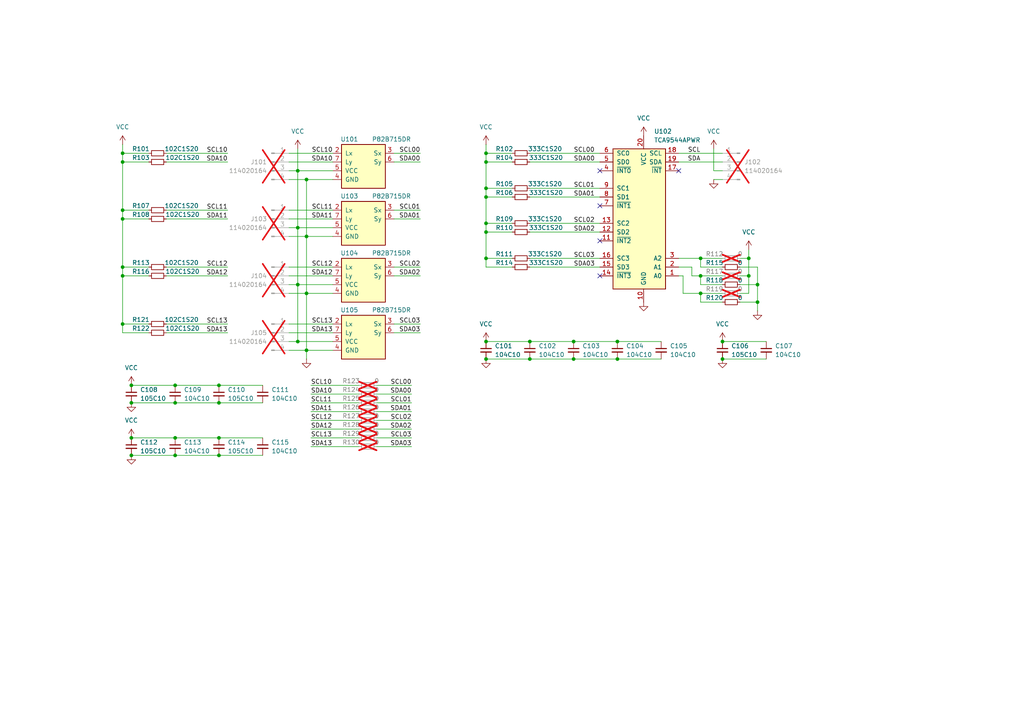
<source format=kicad_sch>
(kicad_sch
	(version 20231120)
	(generator "eeschema")
	(generator_version "8.0")
	(uuid "9f70de02-8abd-4ef2-8255-fff841c2ad6f")
	(paper "A4")
	(lib_symbols
		(symbol "Connector:Conn_01x04_Pin"
			(pin_names
				(offset 1.016) hide)
			(exclude_from_sim no)
			(in_bom yes)
			(on_board yes)
			(property "Reference" "J"
				(at 0 5.08 0)
				(effects
					(font
						(size 1.27 1.27)
					)
				)
			)
			(property "Value" "Conn_01x04_Pin"
				(at 0 -7.62 0)
				(effects
					(font
						(size 1.27 1.27)
					)
				)
			)
			(property "Footprint" ""
				(at 0 0 0)
				(effects
					(font
						(size 1.27 1.27)
					)
					(hide yes)
				)
			)
			(property "Datasheet" "~"
				(at 0 0 0)
				(effects
					(font
						(size 1.27 1.27)
					)
					(hide yes)
				)
			)
			(property "Description" "Generic connector, single row, 01x04, script generated"
				(at 0 0 0)
				(effects
					(font
						(size 1.27 1.27)
					)
					(hide yes)
				)
			)
			(property "ki_locked" ""
				(at 0 0 0)
				(effects
					(font
						(size 1.27 1.27)
					)
				)
			)
			(property "ki_keywords" "connector"
				(at 0 0 0)
				(effects
					(font
						(size 1.27 1.27)
					)
					(hide yes)
				)
			)
			(property "ki_fp_filters" "Connector*:*_1x??_*"
				(at 0 0 0)
				(effects
					(font
						(size 1.27 1.27)
					)
					(hide yes)
				)
			)
			(symbol "Conn_01x04_Pin_1_1"
				(polyline
					(pts
						(xy 1.27 -5.08) (xy 0.8636 -5.08)
					)
					(stroke
						(width 0.1524)
						(type default)
					)
					(fill
						(type none)
					)
				)
				(polyline
					(pts
						(xy 1.27 -2.54) (xy 0.8636 -2.54)
					)
					(stroke
						(width 0.1524)
						(type default)
					)
					(fill
						(type none)
					)
				)
				(polyline
					(pts
						(xy 1.27 0) (xy 0.8636 0)
					)
					(stroke
						(width 0.1524)
						(type default)
					)
					(fill
						(type none)
					)
				)
				(polyline
					(pts
						(xy 1.27 2.54) (xy 0.8636 2.54)
					)
					(stroke
						(width 0.1524)
						(type default)
					)
					(fill
						(type none)
					)
				)
				(rectangle
					(start 0.8636 -4.953)
					(end 0 -5.207)
					(stroke
						(width 0.1524)
						(type default)
					)
					(fill
						(type outline)
					)
				)
				(rectangle
					(start 0.8636 -2.413)
					(end 0 -2.667)
					(stroke
						(width 0.1524)
						(type default)
					)
					(fill
						(type outline)
					)
				)
				(rectangle
					(start 0.8636 0.127)
					(end 0 -0.127)
					(stroke
						(width 0.1524)
						(type default)
					)
					(fill
						(type outline)
					)
				)
				(rectangle
					(start 0.8636 2.667)
					(end 0 2.413)
					(stroke
						(width 0.1524)
						(type default)
					)
					(fill
						(type outline)
					)
				)
				(pin passive line
					(at 5.08 2.54 180)
					(length 3.81)
					(name "Pin_1"
						(effects
							(font
								(size 1.27 1.27)
							)
						)
					)
					(number "1"
						(effects
							(font
								(size 1.27 1.27)
							)
						)
					)
				)
				(pin passive line
					(at 5.08 0 180)
					(length 3.81)
					(name "Pin_2"
						(effects
							(font
								(size 1.27 1.27)
							)
						)
					)
					(number "2"
						(effects
							(font
								(size 1.27 1.27)
							)
						)
					)
				)
				(pin passive line
					(at 5.08 -2.54 180)
					(length 3.81)
					(name "Pin_3"
						(effects
							(font
								(size 1.27 1.27)
							)
						)
					)
					(number "3"
						(effects
							(font
								(size 1.27 1.27)
							)
						)
					)
				)
				(pin passive line
					(at 5.08 -5.08 180)
					(length 3.81)
					(name "Pin_4"
						(effects
							(font
								(size 1.27 1.27)
							)
						)
					)
					(number "4"
						(effects
							(font
								(size 1.27 1.27)
							)
						)
					)
				)
			)
		)
		(symbol "Device:C_Small"
			(pin_numbers hide)
			(pin_names
				(offset 0.254) hide)
			(exclude_from_sim no)
			(in_bom yes)
			(on_board yes)
			(property "Reference" "C"
				(at 0.254 1.778 0)
				(effects
					(font
						(size 1.27 1.27)
					)
					(justify left)
				)
			)
			(property "Value" "C_Small"
				(at 0.254 -2.032 0)
				(effects
					(font
						(size 1.27 1.27)
					)
					(justify left)
				)
			)
			(property "Footprint" ""
				(at 0 0 0)
				(effects
					(font
						(size 1.27 1.27)
					)
					(hide yes)
				)
			)
			(property "Datasheet" "~"
				(at 0 0 0)
				(effects
					(font
						(size 1.27 1.27)
					)
					(hide yes)
				)
			)
			(property "Description" "Unpolarized capacitor, small symbol"
				(at 0 0 0)
				(effects
					(font
						(size 1.27 1.27)
					)
					(hide yes)
				)
			)
			(property "ki_keywords" "capacitor cap"
				(at 0 0 0)
				(effects
					(font
						(size 1.27 1.27)
					)
					(hide yes)
				)
			)
			(property "ki_fp_filters" "C_*"
				(at 0 0 0)
				(effects
					(font
						(size 1.27 1.27)
					)
					(hide yes)
				)
			)
			(symbol "C_Small_0_1"
				(polyline
					(pts
						(xy -1.524 -0.508) (xy 1.524 -0.508)
					)
					(stroke
						(width 0.3302)
						(type default)
					)
					(fill
						(type none)
					)
				)
				(polyline
					(pts
						(xy -1.524 0.508) (xy 1.524 0.508)
					)
					(stroke
						(width 0.3048)
						(type default)
					)
					(fill
						(type none)
					)
				)
			)
			(symbol "C_Small_1_1"
				(pin passive line
					(at 0 2.54 270)
					(length 2.032)
					(name "~"
						(effects
							(font
								(size 1.27 1.27)
							)
						)
					)
					(number "1"
						(effects
							(font
								(size 1.27 1.27)
							)
						)
					)
				)
				(pin passive line
					(at 0 -2.54 90)
					(length 2.032)
					(name "~"
						(effects
							(font
								(size 1.27 1.27)
							)
						)
					)
					(number "2"
						(effects
							(font
								(size 1.27 1.27)
							)
						)
					)
				)
			)
		)
		(symbol "Device:R_Small"
			(pin_numbers hide)
			(pin_names
				(offset 0.254) hide)
			(exclude_from_sim no)
			(in_bom yes)
			(on_board yes)
			(property "Reference" "R"
				(at 0.762 0.508 0)
				(effects
					(font
						(size 1.27 1.27)
					)
					(justify left)
				)
			)
			(property "Value" "R_Small"
				(at 0.762 -1.016 0)
				(effects
					(font
						(size 1.27 1.27)
					)
					(justify left)
				)
			)
			(property "Footprint" ""
				(at 0 0 0)
				(effects
					(font
						(size 1.27 1.27)
					)
					(hide yes)
				)
			)
			(property "Datasheet" "~"
				(at 0 0 0)
				(effects
					(font
						(size 1.27 1.27)
					)
					(hide yes)
				)
			)
			(property "Description" "Resistor, small symbol"
				(at 0 0 0)
				(effects
					(font
						(size 1.27 1.27)
					)
					(hide yes)
				)
			)
			(property "ki_keywords" "R resistor"
				(at 0 0 0)
				(effects
					(font
						(size 1.27 1.27)
					)
					(hide yes)
				)
			)
			(property "ki_fp_filters" "R_*"
				(at 0 0 0)
				(effects
					(font
						(size 1.27 1.27)
					)
					(hide yes)
				)
			)
			(symbol "R_Small_0_1"
				(rectangle
					(start -0.762 1.778)
					(end 0.762 -1.778)
					(stroke
						(width 0.2032)
						(type default)
					)
					(fill
						(type none)
					)
				)
			)
			(symbol "R_Small_1_1"
				(pin passive line
					(at 0 2.54 270)
					(length 0.762)
					(name "~"
						(effects
							(font
								(size 1.27 1.27)
							)
						)
					)
					(number "1"
						(effects
							(font
								(size 1.27 1.27)
							)
						)
					)
				)
				(pin passive line
					(at 0 -2.54 90)
					(length 0.762)
					(name "~"
						(effects
							(font
								(size 1.27 1.27)
							)
						)
					)
					(number "2"
						(effects
							(font
								(size 1.27 1.27)
							)
						)
					)
				)
			)
		)
		(symbol "Interface_Expansion:TCA9544A"
			(pin_names
				(offset 1.016)
			)
			(exclude_from_sim no)
			(in_bom yes)
			(on_board yes)
			(property "Reference" "U"
				(at -5.08 20.32 0)
				(effects
					(font
						(size 1.27 1.27)
					)
					(justify left)
				)
			)
			(property "Value" "TCA9544A"
				(at 2.54 20.32 0)
				(effects
					(font
						(size 1.27 1.27)
					)
					(justify left)
				)
			)
			(property "Footprint" "Package_SO:TSSOP-20_4.4x6.5mm_P0.65mm"
				(at 25.4 -22.86 0)
				(effects
					(font
						(size 1.27 1.27)
					)
					(hide yes)
				)
			)
			(property "Datasheet" "http://www.ti.com/lit/ds/symlink/tca9544a.pdf"
				(at 1.27 6.35 0)
				(effects
					(font
						(size 1.27 1.27)
					)
					(hide yes)
				)
			)
			(property "Description" "I2C Hub, 4 Channels, Interrupts, TSSOP-20"
				(at 0 0 0)
				(effects
					(font
						(size 1.27 1.27)
					)
					(hide yes)
				)
			)
			(property "ki_keywords" "I2C Hub"
				(at 0 0 0)
				(effects
					(font
						(size 1.27 1.27)
					)
					(hide yes)
				)
			)
			(property "ki_fp_filters" "TSSOP*4.4x6.5mm*P0.65mm*"
				(at 0 0 0)
				(effects
					(font
						(size 1.27 1.27)
					)
					(hide yes)
				)
			)
			(symbol "TCA9544A_0_1"
				(rectangle
					(start -6.35 19.05)
					(end 8.89 -21.59)
					(stroke
						(width 0.254)
						(type default)
					)
					(fill
						(type background)
					)
				)
			)
			(symbol "TCA9544A_1_1"
				(pin input line
					(at -10.16 -17.78 0)
					(length 3.81)
					(name "A0"
						(effects
							(font
								(size 1.27 1.27)
							)
						)
					)
					(number "1"
						(effects
							(font
								(size 1.27 1.27)
							)
						)
					)
				)
				(pin power_in line
					(at 0 -25.4 90)
					(length 3.81)
					(name "GND"
						(effects
							(font
								(size 1.27 1.27)
							)
						)
					)
					(number "10"
						(effects
							(font
								(size 1.27 1.27)
							)
						)
					)
				)
				(pin input line
					(at 12.7 -7.62 180)
					(length 3.81)
					(name "~{INT2}"
						(effects
							(font
								(size 1.27 1.27)
							)
						)
					)
					(number "11"
						(effects
							(font
								(size 1.27 1.27)
							)
						)
					)
				)
				(pin bidirectional line
					(at 12.7 -5.08 180)
					(length 3.81)
					(name "SD2"
						(effects
							(font
								(size 1.27 1.27)
							)
						)
					)
					(number "12"
						(effects
							(font
								(size 1.27 1.27)
							)
						)
					)
				)
				(pin bidirectional line
					(at 12.7 -2.54 180)
					(length 3.81)
					(name "SC2"
						(effects
							(font
								(size 1.27 1.27)
							)
						)
					)
					(number "13"
						(effects
							(font
								(size 1.27 1.27)
							)
						)
					)
				)
				(pin input line
					(at 12.7 -17.78 180)
					(length 3.81)
					(name "~{INT3}"
						(effects
							(font
								(size 1.27 1.27)
							)
						)
					)
					(number "14"
						(effects
							(font
								(size 1.27 1.27)
							)
						)
					)
				)
				(pin bidirectional line
					(at 12.7 -15.24 180)
					(length 3.81)
					(name "SD3"
						(effects
							(font
								(size 1.27 1.27)
							)
						)
					)
					(number "15"
						(effects
							(font
								(size 1.27 1.27)
							)
						)
					)
				)
				(pin bidirectional line
					(at 12.7 -12.7 180)
					(length 3.81)
					(name "SC3"
						(effects
							(font
								(size 1.27 1.27)
							)
						)
					)
					(number "16"
						(effects
							(font
								(size 1.27 1.27)
							)
						)
					)
				)
				(pin open_collector line
					(at -10.16 12.7 0)
					(length 3.81)
					(name "~{INT}"
						(effects
							(font
								(size 1.27 1.27)
							)
						)
					)
					(number "17"
						(effects
							(font
								(size 1.27 1.27)
							)
						)
					)
				)
				(pin bidirectional line
					(at -10.16 17.78 0)
					(length 3.81)
					(name "SCL"
						(effects
							(font
								(size 1.27 1.27)
							)
						)
					)
					(number "18"
						(effects
							(font
								(size 1.27 1.27)
							)
						)
					)
				)
				(pin bidirectional line
					(at -10.16 15.24 0)
					(length 3.81)
					(name "SDA"
						(effects
							(font
								(size 1.27 1.27)
							)
						)
					)
					(number "19"
						(effects
							(font
								(size 1.27 1.27)
							)
						)
					)
				)
				(pin input line
					(at -10.16 -15.24 0)
					(length 3.81)
					(name "A1"
						(effects
							(font
								(size 1.27 1.27)
							)
						)
					)
					(number "2"
						(effects
							(font
								(size 1.27 1.27)
							)
						)
					)
				)
				(pin power_in line
					(at 0 22.86 270)
					(length 3.81)
					(name "VCC"
						(effects
							(font
								(size 1.27 1.27)
							)
						)
					)
					(number "20"
						(effects
							(font
								(size 1.27 1.27)
							)
						)
					)
				)
				(pin input line
					(at -10.16 -12.7 0)
					(length 3.81)
					(name "A2"
						(effects
							(font
								(size 1.27 1.27)
							)
						)
					)
					(number "3"
						(effects
							(font
								(size 1.27 1.27)
							)
						)
					)
				)
				(pin input line
					(at 12.7 12.7 180)
					(length 3.81)
					(name "~{INT0}"
						(effects
							(font
								(size 1.27 1.27)
							)
						)
					)
					(number "4"
						(effects
							(font
								(size 1.27 1.27)
							)
						)
					)
				)
				(pin bidirectional line
					(at 12.7 15.24 180)
					(length 3.81)
					(name "SD0"
						(effects
							(font
								(size 1.27 1.27)
							)
						)
					)
					(number "5"
						(effects
							(font
								(size 1.27 1.27)
							)
						)
					)
				)
				(pin bidirectional line
					(at 12.7 17.78 180)
					(length 3.81)
					(name "SC0"
						(effects
							(font
								(size 1.27 1.27)
							)
						)
					)
					(number "6"
						(effects
							(font
								(size 1.27 1.27)
							)
						)
					)
				)
				(pin input line
					(at 12.7 2.54 180)
					(length 3.81)
					(name "~{INT1}"
						(effects
							(font
								(size 1.27 1.27)
							)
						)
					)
					(number "7"
						(effects
							(font
								(size 1.27 1.27)
							)
						)
					)
				)
				(pin bidirectional line
					(at 12.7 5.08 180)
					(length 3.81)
					(name "SD1"
						(effects
							(font
								(size 1.27 1.27)
							)
						)
					)
					(number "8"
						(effects
							(font
								(size 1.27 1.27)
							)
						)
					)
				)
				(pin bidirectional line
					(at 12.7 7.62 180)
					(length 3.81)
					(name "SC1"
						(effects
							(font
								(size 1.27 1.27)
							)
						)
					)
					(number "9"
						(effects
							(font
								(size 1.27 1.27)
							)
						)
					)
				)
			)
		)
		(symbol "P82B715_1"
			(pin_names
				(offset 1.016)
			)
			(exclude_from_sim no)
			(in_bom yes)
			(on_board yes)
			(property "Reference" "U101"
				(at 4.064 7.874 0)
				(effects
					(font
						(size 1.27 1.27)
					)
				)
			)
			(property "Value" "P82B715DR"
				(at -8.128 7.874 0)
				(effects
					(font
						(size 1.27 1.27)
					)
				)
			)
			(property "Footprint" "Package_SO:SOIC-8_3.9x4.9mm_P1.27mm"
				(at 0 0.508 0)
				(effects
					(font
						(size 1.27 1.27)
					)
					(hide yes)
				)
			)
			(property "Datasheet" ""
				(at 1.016 20.066 0)
				(effects
					(font
						(size 1.27 1.27)
					)
					(hide yes)
				)
			)
			(property "Description" ""
				(at 0.254 17.018 0)
				(effects
					(font
						(size 1.27 1.27)
					)
					(hide yes)
				)
			)
			(property "Manufacturer Product Number" "P82B715DR"
				(at 0 2.54 0)
				(effects
					(font
						(size 1.27 1.27)
					)
					(hide yes)
				)
			)
			(property "ki_keywords" "I2C Bus Buffer"
				(at 0 0 0)
				(effects
					(font
						(size 1.27 1.27)
					)
					(hide yes)
				)
			)
			(property "ki_fp_filters" "DIP* PDIP* SOIC* SO* TSSOP*"
				(at 0 0 0)
				(effects
					(font
						(size 1.27 1.27)
					)
					(hide yes)
				)
			)
			(symbol "P82B715_1_0_1"
				(rectangle
					(start -6.35 6.35)
					(end 6.35 -6.35)
					(stroke
						(width 0.254)
						(type default)
					)
					(fill
						(type background)
					)
				)
			)
			(symbol "P82B715_1_1_0"
				(pin bidirectional line
					(at -8.89 1.27 0)
					(length 2.54)
					(name "Sy"
						(effects
							(font
								(size 1.27 1.27)
							)
						)
					)
					(number "6"
						(effects
							(font
								(size 1.27 1.27)
							)
						)
					)
				)
				(pin no_connect line
					(at -8.89 -12.7 0)
					(length 2.54) hide
					(name "NC"
						(effects
							(font
								(size 1.27 1.27)
							)
						)
					)
					(number "8"
						(effects
							(font
								(size 1.27 1.27)
							)
						)
					)
				)
			)
			(symbol "P82B715_1_1_1"
				(pin no_connect line
					(at -8.89 -10.16 0)
					(length 2.54) hide
					(name "NC"
						(effects
							(font
								(size 1.27 1.27)
							)
						)
					)
					(number "1"
						(effects
							(font
								(size 1.27 1.27)
							)
						)
					)
				)
				(pin bidirectional line
					(at 8.89 3.81 180)
					(length 2.54)
					(name "Lx"
						(effects
							(font
								(size 1.27 1.27)
							)
						)
					)
					(number "2"
						(effects
							(font
								(size 1.27 1.27)
							)
						)
					)
				)
				(pin bidirectional line
					(at -8.89 3.81 0)
					(length 2.54)
					(name "Sx"
						(effects
							(font
								(size 1.27 1.27)
							)
						)
					)
					(number "3"
						(effects
							(font
								(size 1.27 1.27)
							)
						)
					)
				)
				(pin power_in line
					(at 8.89 -3.81 180)
					(length 2.54)
					(name "GND"
						(effects
							(font
								(size 1.27 1.27)
							)
						)
					)
					(number "4"
						(effects
							(font
								(size 1.27 1.27)
							)
						)
					)
				)
				(pin power_out line
					(at 8.89 -1.27 180)
					(length 2.54)
					(name "VCC"
						(effects
							(font
								(size 1.27 1.27)
							)
						)
					)
					(number "5"
						(effects
							(font
								(size 1.27 1.27)
							)
						)
					)
				)
				(pin bidirectional line
					(at 8.89 1.27 180)
					(length 2.54)
					(name "Ly"
						(effects
							(font
								(size 1.27 1.27)
							)
						)
					)
					(number "7"
						(effects
							(font
								(size 1.27 1.27)
							)
						)
					)
				)
			)
		)
		(symbol "power:GND"
			(power)
			(pin_numbers hide)
			(pin_names
				(offset 0) hide)
			(exclude_from_sim no)
			(in_bom yes)
			(on_board yes)
			(property "Reference" "#PWR"
				(at 0 -6.35 0)
				(effects
					(font
						(size 1.27 1.27)
					)
					(hide yes)
				)
			)
			(property "Value" "GND"
				(at 0 -3.81 0)
				(effects
					(font
						(size 1.27 1.27)
					)
				)
			)
			(property "Footprint" ""
				(at 0 0 0)
				(effects
					(font
						(size 1.27 1.27)
					)
					(hide yes)
				)
			)
			(property "Datasheet" ""
				(at 0 0 0)
				(effects
					(font
						(size 1.27 1.27)
					)
					(hide yes)
				)
			)
			(property "Description" "Power symbol creates a global label with name \"GND\" , ground"
				(at 0 0 0)
				(effects
					(font
						(size 1.27 1.27)
					)
					(hide yes)
				)
			)
			(property "ki_keywords" "global power"
				(at 0 0 0)
				(effects
					(font
						(size 1.27 1.27)
					)
					(hide yes)
				)
			)
			(symbol "GND_0_1"
				(polyline
					(pts
						(xy 0 0) (xy 0 -1.27) (xy 1.27 -1.27) (xy 0 -2.54) (xy -1.27 -1.27) (xy 0 -1.27)
					)
					(stroke
						(width 0)
						(type default)
					)
					(fill
						(type none)
					)
				)
			)
			(symbol "GND_1_1"
				(pin power_in line
					(at 0 0 270)
					(length 0)
					(name "~"
						(effects
							(font
								(size 1.27 1.27)
							)
						)
					)
					(number "1"
						(effects
							(font
								(size 1.27 1.27)
							)
						)
					)
				)
			)
		)
		(symbol "power:VCC"
			(power)
			(pin_numbers hide)
			(pin_names
				(offset 0) hide)
			(exclude_from_sim no)
			(in_bom yes)
			(on_board yes)
			(property "Reference" "#PWR"
				(at 0 -3.81 0)
				(effects
					(font
						(size 1.27 1.27)
					)
					(hide yes)
				)
			)
			(property "Value" "VCC"
				(at 0 3.556 0)
				(effects
					(font
						(size 1.27 1.27)
					)
				)
			)
			(property "Footprint" ""
				(at 0 0 0)
				(effects
					(font
						(size 1.27 1.27)
					)
					(hide yes)
				)
			)
			(property "Datasheet" ""
				(at 0 0 0)
				(effects
					(font
						(size 1.27 1.27)
					)
					(hide yes)
				)
			)
			(property "Description" "Power symbol creates a global label with name \"VCC\""
				(at 0 0 0)
				(effects
					(font
						(size 1.27 1.27)
					)
					(hide yes)
				)
			)
			(property "ki_keywords" "global power"
				(at 0 0 0)
				(effects
					(font
						(size 1.27 1.27)
					)
					(hide yes)
				)
			)
			(symbol "VCC_0_1"
				(polyline
					(pts
						(xy -0.762 1.27) (xy 0 2.54)
					)
					(stroke
						(width 0)
						(type default)
					)
					(fill
						(type none)
					)
				)
				(polyline
					(pts
						(xy 0 0) (xy 0 2.54)
					)
					(stroke
						(width 0)
						(type default)
					)
					(fill
						(type none)
					)
				)
				(polyline
					(pts
						(xy 0 2.54) (xy 0.762 1.27)
					)
					(stroke
						(width 0)
						(type default)
					)
					(fill
						(type none)
					)
				)
			)
			(symbol "VCC_1_1"
				(pin power_in line
					(at 0 0 90)
					(length 0)
					(name "~"
						(effects
							(font
								(size 1.27 1.27)
							)
						)
					)
					(number "1"
						(effects
							(font
								(size 1.27 1.27)
							)
						)
					)
				)
			)
		)
	)
	(junction
		(at 140.97 64.77)
		(diameter 0)
		(color 0 0 0 0)
		(uuid "03caf10f-3d45-45ed-92b2-30bcea376f06")
	)
	(junction
		(at 35.56 93.98)
		(diameter 0)
		(color 0 0 0 0)
		(uuid "11345017-6f2c-4de8-94c6-958ccbfb39d0")
	)
	(junction
		(at 50.8 127)
		(diameter 0)
		(color 0 0 0 0)
		(uuid "114da0dc-5bf4-4961-904f-b908530288db")
	)
	(junction
		(at 35.56 46.99)
		(diameter 0)
		(color 0 0 0 0)
		(uuid "15d59b77-44cd-4c40-bb24-fc7d4904e127")
	)
	(junction
		(at 153.67 99.06)
		(diameter 0)
		(color 0 0 0 0)
		(uuid "21ca1634-fc87-48f7-8ae8-fd713133ea3f")
	)
	(junction
		(at 35.56 77.47)
		(diameter 0)
		(color 0 0 0 0)
		(uuid "29b48594-29b1-466d-be48-065813fa541a")
	)
	(junction
		(at 88.9 68.58)
		(diameter 0)
		(color 0 0 0 0)
		(uuid "29c7be62-f611-4c74-aebf-a9949de9f937")
	)
	(junction
		(at 86.36 49.53)
		(diameter 0)
		(color 0 0 0 0)
		(uuid "2ddbcf28-907b-4b9a-b49d-db3e78982494")
	)
	(junction
		(at 38.1 127)
		(diameter 0)
		(color 0 0 0 0)
		(uuid "2f173d44-7898-4ada-aca3-330ef40e8ecf")
	)
	(junction
		(at 88.9 101.6)
		(diameter 0)
		(color 0 0 0 0)
		(uuid "2fd4090c-ffe0-4cc3-a42d-5ea10e2e70b9")
	)
	(junction
		(at 209.55 99.06)
		(diameter 0)
		(color 0 0 0 0)
		(uuid "3222c7bb-5727-461d-a0c2-5c433482d921")
	)
	(junction
		(at 217.17 80.01)
		(diameter 0)
		(color 0 0 0 0)
		(uuid "330d59cd-8946-4104-bc8e-eaf31bd1fb63")
	)
	(junction
		(at 203.2 74.93)
		(diameter 0)
		(color 0 0 0 0)
		(uuid "34958159-f62a-4be5-baeb-6773e1682c7c")
	)
	(junction
		(at 63.5 116.84)
		(diameter 0)
		(color 0 0 0 0)
		(uuid "3e2f4a35-771f-44ac-9671-93273531e7fc")
	)
	(junction
		(at 140.97 104.14)
		(diameter 0)
		(color 0 0 0 0)
		(uuid "582d4ad1-918a-45fd-af6c-08230c2bf146")
	)
	(junction
		(at 140.97 67.31)
		(diameter 0)
		(color 0 0 0 0)
		(uuid "5ecdda6a-b585-4d70-a615-4e737d9feaa0")
	)
	(junction
		(at 166.37 99.06)
		(diameter 0)
		(color 0 0 0 0)
		(uuid "629f7278-0d4e-4f96-b946-2d6ad67c48f0")
	)
	(junction
		(at 35.56 44.45)
		(diameter 0)
		(color 0 0 0 0)
		(uuid "64c0011e-f176-458a-af14-c6f30ad34358")
	)
	(junction
		(at 179.07 104.14)
		(diameter 0)
		(color 0 0 0 0)
		(uuid "65193cee-ece3-4b07-9572-778b91e1ffef")
	)
	(junction
		(at 63.5 132.08)
		(diameter 0)
		(color 0 0 0 0)
		(uuid "68a99f8e-f1bb-4f67-bd55-c4e17b00676a")
	)
	(junction
		(at 38.1 132.08)
		(diameter 0)
		(color 0 0 0 0)
		(uuid "6b01be87-19b0-4ff0-8427-589a5195ec38")
	)
	(junction
		(at 140.97 74.93)
		(diameter 0)
		(color 0 0 0 0)
		(uuid "72e57acd-c25c-49c8-9bc5-ddeda2cb0350")
	)
	(junction
		(at 50.8 116.84)
		(diameter 0)
		(color 0 0 0 0)
		(uuid "773867db-d366-4a4e-b6cf-079f0aafe10d")
	)
	(junction
		(at 203.2 80.01)
		(diameter 0)
		(color 0 0 0 0)
		(uuid "7a06e24d-6ae9-4566-bece-1f8c24bc1076")
	)
	(junction
		(at 217.17 74.93)
		(diameter 0)
		(color 0 0 0 0)
		(uuid "7b036cf2-581c-4f8b-9b9f-b53f5c32a5fe")
	)
	(junction
		(at 35.56 60.96)
		(diameter 0)
		(color 0 0 0 0)
		(uuid "7ec50e24-4acf-4dac-9912-cc6e2ac89b53")
	)
	(junction
		(at 35.56 80.01)
		(diameter 0)
		(color 0 0 0 0)
		(uuid "81df02ab-fa24-4b48-9848-3a7d411e209b")
	)
	(junction
		(at 88.9 85.09)
		(diameter 0)
		(color 0 0 0 0)
		(uuid "8526a219-290d-46c9-bde1-32634dedf3d0")
	)
	(junction
		(at 63.5 111.76)
		(diameter 0)
		(color 0 0 0 0)
		(uuid "8532dfe7-a3ba-4d0f-8f04-617365bdc7dc")
	)
	(junction
		(at 140.97 54.61)
		(diameter 0)
		(color 0 0 0 0)
		(uuid "8f40a9ff-18ce-4a2b-80ed-257e4c7a3ec0")
	)
	(junction
		(at 140.97 99.06)
		(diameter 0)
		(color 0 0 0 0)
		(uuid "923a6d1a-0afd-49f0-8883-2f13d70e54a4")
	)
	(junction
		(at 140.97 46.99)
		(diameter 0)
		(color 0 0 0 0)
		(uuid "951b158b-5c2a-4796-8155-285667501c83")
	)
	(junction
		(at 140.97 44.45)
		(diameter 0)
		(color 0 0 0 0)
		(uuid "98cf33a1-9b96-4dad-a66e-77bae92e7cb7")
	)
	(junction
		(at 166.37 104.14)
		(diameter 0)
		(color 0 0 0 0)
		(uuid "9c7c01c4-d6b0-46fb-983f-d3c1350e3777")
	)
	(junction
		(at 219.71 82.55)
		(diameter 0)
		(color 0 0 0 0)
		(uuid "9def5364-a63b-4eef-ad33-be9b518a9d5b")
	)
	(junction
		(at 50.8 111.76)
		(diameter 0)
		(color 0 0 0 0)
		(uuid "9e9b92ea-52c6-4a4d-a362-df30e817e47f")
	)
	(junction
		(at 209.55 104.14)
		(diameter 0)
		(color 0 0 0 0)
		(uuid "9f8a9edb-68b8-4834-8c5b-f8733e51deab")
	)
	(junction
		(at 38.1 116.84)
		(diameter 0)
		(color 0 0 0 0)
		(uuid "a56e6238-f5ea-4b0c-bab1-81fb4e9a3f39")
	)
	(junction
		(at 50.8 132.08)
		(diameter 0)
		(color 0 0 0 0)
		(uuid "a93b397d-3741-4b76-92ae-ad0afdcdaeff")
	)
	(junction
		(at 179.07 99.06)
		(diameter 0)
		(color 0 0 0 0)
		(uuid "aaab0575-c48c-4f2a-b522-57e9c931c245")
	)
	(junction
		(at 63.5 127)
		(diameter 0)
		(color 0 0 0 0)
		(uuid "b3b5decf-1ec3-4b77-b98e-6541db2dc7d6")
	)
	(junction
		(at 86.36 99.06)
		(diameter 0)
		(color 0 0 0 0)
		(uuid "bb7cfc6d-397e-48c8-957d-27da777f379b")
	)
	(junction
		(at 38.1 111.76)
		(diameter 0)
		(color 0 0 0 0)
		(uuid "c0a2500f-2678-4c98-bb15-2b9c80b2a9d3")
	)
	(junction
		(at 140.97 57.15)
		(diameter 0)
		(color 0 0 0 0)
		(uuid "c808fc33-a707-48a1-8f15-1148d75254d0")
	)
	(junction
		(at 35.56 63.5)
		(diameter 0)
		(color 0 0 0 0)
		(uuid "cac1fd2d-cc44-429e-950e-b0d50f03f90a")
	)
	(junction
		(at 86.36 66.04)
		(diameter 0)
		(color 0 0 0 0)
		(uuid "caf3f29a-88f9-4f76-a451-ecb4e804bec8")
	)
	(junction
		(at 219.71 87.63)
		(diameter 0)
		(color 0 0 0 0)
		(uuid "d386b42b-e5e6-41b3-92be-9a98ad13ae6d")
	)
	(junction
		(at 203.2 85.09)
		(diameter 0)
		(color 0 0 0 0)
		(uuid "da7a21a6-cd97-42b3-b221-0648b439e3ac")
	)
	(junction
		(at 86.36 82.55)
		(diameter 0)
		(color 0 0 0 0)
		(uuid "dec4ed0a-2cfc-45d0-b11b-30cd040f2a1d")
	)
	(junction
		(at 153.67 104.14)
		(diameter 0)
		(color 0 0 0 0)
		(uuid "e21d12b1-788f-41c5-becf-a0600e5ed667")
	)
	(junction
		(at 88.9 52.07)
		(diameter 0)
		(color 0 0 0 0)
		(uuid "f2314b90-69f8-49f7-8551-4e3ef4cf15ec")
	)
	(no_connect
		(at 173.99 69.85)
		(uuid "1e8bd589-022a-452e-b01c-47e99f408e62")
	)
	(no_connect
		(at 173.99 59.69)
		(uuid "6b3380e6-4510-44b7-880e-79e416d01602")
	)
	(no_connect
		(at 173.99 80.01)
		(uuid "c940ea35-de3e-4eb1-bb64-026b739d27b5")
	)
	(no_connect
		(at 173.99 49.53)
		(uuid "cf4ab648-cbe3-4235-9d65-0ecd9e02ba6b")
	)
	(no_connect
		(at 196.85 49.53)
		(uuid "f24d59ab-9be7-41ea-bcfd-ee9d54af7568")
	)
	(wire
		(pts
			(xy 219.71 77.47) (xy 219.71 82.55)
		)
		(stroke
			(width 0)
			(type default)
		)
		(uuid "012e587b-d67d-443f-9ac9-080d06fd7160")
	)
	(wire
		(pts
			(xy 119.38 119.38) (xy 109.22 119.38)
		)
		(stroke
			(width 0)
			(type default)
		)
		(uuid "01614914-174e-4d11-9b46-ce7daccabfb5")
	)
	(wire
		(pts
			(xy 50.8 116.84) (xy 63.5 116.84)
		)
		(stroke
			(width 0)
			(type default)
		)
		(uuid "01c72281-49ce-4a2e-81af-0cd9f31412d3")
	)
	(wire
		(pts
			(xy 179.07 99.06) (xy 191.77 99.06)
		)
		(stroke
			(width 0)
			(type default)
		)
		(uuid "020da7ec-bed6-4ecb-ac3f-e2e61acfabf8")
	)
	(wire
		(pts
			(xy 90.17 119.38) (xy 104.14 119.38)
		)
		(stroke
			(width 0)
			(type default)
		)
		(uuid "035eae6d-38bf-4f0e-98b6-e6c0e22da910")
	)
	(wire
		(pts
			(xy 196.85 80.01) (xy 198.12 80.01)
		)
		(stroke
			(width 0)
			(type default)
		)
		(uuid "0621a1f8-b73b-4de5-bd17-0d0ed06124d5")
	)
	(wire
		(pts
			(xy 121.92 96.52) (xy 114.3 96.52)
		)
		(stroke
			(width 0)
			(type default)
		)
		(uuid "06d24175-b10a-4e71-b014-c0b6c3ac38e8")
	)
	(wire
		(pts
			(xy 196.85 77.47) (xy 200.66 77.47)
		)
		(stroke
			(width 0)
			(type default)
		)
		(uuid "0731b688-e55f-45ce-862e-33a5623058f2")
	)
	(wire
		(pts
			(xy 83.82 80.01) (xy 96.52 80.01)
		)
		(stroke
			(width 0)
			(type default)
		)
		(uuid "0768af8a-d23b-48de-b760-60874f6cca76")
	)
	(wire
		(pts
			(xy 207.01 49.53) (xy 209.55 49.53)
		)
		(stroke
			(width 0)
			(type default)
		)
		(uuid "093867d1-98e2-4af1-84ca-f40651dc2398")
	)
	(wire
		(pts
			(xy 83.82 96.52) (xy 96.52 96.52)
		)
		(stroke
			(width 0)
			(type default)
		)
		(uuid "0c1ecf6a-2ea3-4f57-bf8c-81e2548a054e")
	)
	(wire
		(pts
			(xy 66.04 60.96) (xy 48.26 60.96)
		)
		(stroke
			(width 0)
			(type default)
		)
		(uuid "0cda23a4-5041-4425-b88c-5db2f4df88c5")
	)
	(wire
		(pts
			(xy 86.36 99.06) (xy 83.82 99.06)
		)
		(stroke
			(width 0)
			(type default)
		)
		(uuid "0f90a30b-5596-4759-a91f-a0d396526779")
	)
	(wire
		(pts
			(xy 35.56 80.01) (xy 35.56 93.98)
		)
		(stroke
			(width 0)
			(type default)
		)
		(uuid "12199005-2fa2-4d4d-a705-26ce89db10c8")
	)
	(wire
		(pts
			(xy 140.97 44.45) (xy 140.97 46.99)
		)
		(stroke
			(width 0)
			(type default)
		)
		(uuid "122e4e0c-d398-43f3-9de2-354549d59dfc")
	)
	(wire
		(pts
			(xy 140.97 77.47) (xy 148.59 77.47)
		)
		(stroke
			(width 0)
			(type default)
		)
		(uuid "139b5722-5f81-4cce-8c94-29a344b002ba")
	)
	(wire
		(pts
			(xy 35.56 46.99) (xy 43.18 46.99)
		)
		(stroke
			(width 0)
			(type default)
		)
		(uuid "13d5810b-71f3-40cb-b402-e86dfb6dc10a")
	)
	(wire
		(pts
			(xy 90.17 111.76) (xy 104.14 111.76)
		)
		(stroke
			(width 0)
			(type default)
		)
		(uuid "145808c3-cbb4-4fe5-90d3-ac4a001d9adc")
	)
	(wire
		(pts
			(xy 88.9 52.07) (xy 83.82 52.07)
		)
		(stroke
			(width 0)
			(type default)
		)
		(uuid "153e3c66-c82f-49f7-94e2-f90924d70278")
	)
	(wire
		(pts
			(xy 90.17 127) (xy 104.14 127)
		)
		(stroke
			(width 0)
			(type default)
		)
		(uuid "15c22c64-a524-4b6e-9d0e-adce8fee7772")
	)
	(wire
		(pts
			(xy 35.56 63.5) (xy 43.18 63.5)
		)
		(stroke
			(width 0)
			(type default)
		)
		(uuid "16f75a52-48e0-4254-8bb8-18ecf96129fd")
	)
	(wire
		(pts
			(xy 203.2 80.01) (xy 203.2 82.55)
		)
		(stroke
			(width 0)
			(type default)
		)
		(uuid "16fb71fc-046f-450b-ab9a-98c0913ae774")
	)
	(wire
		(pts
			(xy 35.56 44.45) (xy 43.18 44.45)
		)
		(stroke
			(width 0)
			(type default)
		)
		(uuid "177e230c-bfcc-4448-9c31-cdeef6e9f3a6")
	)
	(wire
		(pts
			(xy 217.17 74.93) (xy 214.63 74.93)
		)
		(stroke
			(width 0)
			(type default)
		)
		(uuid "1b75643d-e218-4542-af83-e6ca1cef6055")
	)
	(wire
		(pts
			(xy 88.9 101.6) (xy 96.52 101.6)
		)
		(stroke
			(width 0)
			(type default)
		)
		(uuid "1ce1b425-0b78-43e5-bd7d-fe733869a717")
	)
	(wire
		(pts
			(xy 121.92 63.5) (xy 114.3 63.5)
		)
		(stroke
			(width 0)
			(type default)
		)
		(uuid "1e578261-f1eb-4157-ad39-a5e8e05536c4")
	)
	(wire
		(pts
			(xy 140.97 104.14) (xy 153.67 104.14)
		)
		(stroke
			(width 0)
			(type default)
		)
		(uuid "20029613-da29-432c-b0ee-78a66a3e6a4e")
	)
	(wire
		(pts
			(xy 86.36 49.53) (xy 86.36 66.04)
		)
		(stroke
			(width 0)
			(type default)
		)
		(uuid "23327197-8fee-4272-a2ae-ced69981643d")
	)
	(wire
		(pts
			(xy 207.01 52.07) (xy 209.55 52.07)
		)
		(stroke
			(width 0)
			(type default)
		)
		(uuid "241186b6-0c83-4868-bf80-8843173c9991")
	)
	(wire
		(pts
			(xy 38.1 111.76) (xy 50.8 111.76)
		)
		(stroke
			(width 0)
			(type default)
		)
		(uuid "24675fc3-7e04-42f1-9f3b-ce6efb954d23")
	)
	(wire
		(pts
			(xy 140.97 74.93) (xy 148.59 74.93)
		)
		(stroke
			(width 0)
			(type default)
		)
		(uuid "26e52559-56b8-4af7-be24-e4b1bffffba8")
	)
	(wire
		(pts
			(xy 153.67 46.99) (xy 173.99 46.99)
		)
		(stroke
			(width 0)
			(type default)
		)
		(uuid "298b76d5-1e7a-4d0f-9b10-7bef57ea9700")
	)
	(wire
		(pts
			(xy 153.67 77.47) (xy 173.99 77.47)
		)
		(stroke
			(width 0)
			(type default)
		)
		(uuid "2a1eb646-d359-4bf7-a9b6-cf985e1b729c")
	)
	(wire
		(pts
			(xy 63.5 127) (xy 76.2 127)
		)
		(stroke
			(width 0)
			(type default)
		)
		(uuid "2bc8e93b-fe79-4bf1-8833-216d59f275f9")
	)
	(wire
		(pts
			(xy 109.22 121.92) (xy 119.38 121.92)
		)
		(stroke
			(width 0)
			(type default)
		)
		(uuid "2cad984c-9f3d-423c-be46-e4100fdb6823")
	)
	(wire
		(pts
			(xy 203.2 74.93) (xy 203.2 77.47)
		)
		(stroke
			(width 0)
			(type default)
		)
		(uuid "35886167-0e26-4e94-8a8d-9e432232f7b5")
	)
	(wire
		(pts
			(xy 63.5 111.76) (xy 76.2 111.76)
		)
		(stroke
			(width 0)
			(type default)
		)
		(uuid "35f7103e-2066-4129-8624-c97ade4bd373")
	)
	(wire
		(pts
			(xy 90.17 124.46) (xy 104.14 124.46)
		)
		(stroke
			(width 0)
			(type default)
		)
		(uuid "36e47473-2193-42c5-bb1b-2d331d40c5d7")
	)
	(wire
		(pts
			(xy 217.17 74.93) (xy 217.17 80.01)
		)
		(stroke
			(width 0)
			(type default)
		)
		(uuid "39632bb5-988c-4e3c-b8d3-5a5d0a6d3206")
	)
	(wire
		(pts
			(xy 88.9 85.09) (xy 83.82 85.09)
		)
		(stroke
			(width 0)
			(type default)
		)
		(uuid "3a967461-424d-4531-9b6b-d42341eb5a12")
	)
	(wire
		(pts
			(xy 209.55 99.06) (xy 222.25 99.06)
		)
		(stroke
			(width 0)
			(type default)
		)
		(uuid "3b48d46b-c7f4-41c1-8629-606bf4022c0c")
	)
	(wire
		(pts
			(xy 35.56 93.98) (xy 43.18 93.98)
		)
		(stroke
			(width 0)
			(type default)
		)
		(uuid "3b5ba150-a115-43d2-9de9-bb1620d233ad")
	)
	(wire
		(pts
			(xy 66.04 46.99) (xy 48.26 46.99)
		)
		(stroke
			(width 0)
			(type default)
		)
		(uuid "3b87f958-8f14-48ad-b82a-ecbb11a41537")
	)
	(wire
		(pts
			(xy 203.2 80.01) (xy 209.55 80.01)
		)
		(stroke
			(width 0)
			(type default)
		)
		(uuid "3d43501d-d3a8-4f43-b720-6584161dc216")
	)
	(wire
		(pts
			(xy 140.97 67.31) (xy 140.97 74.93)
		)
		(stroke
			(width 0)
			(type default)
		)
		(uuid "4122e2c7-96a3-4d0b-8f89-a23b74dd053c")
	)
	(wire
		(pts
			(xy 140.97 54.61) (xy 140.97 57.15)
		)
		(stroke
			(width 0)
			(type default)
		)
		(uuid "426c5183-d837-41d2-b907-957d116392d6")
	)
	(wire
		(pts
			(xy 153.67 67.31) (xy 173.99 67.31)
		)
		(stroke
			(width 0)
			(type default)
		)
		(uuid "4292d50e-ec5a-42e3-b56d-f764fc24aefe")
	)
	(wire
		(pts
			(xy 38.1 132.08) (xy 50.8 132.08)
		)
		(stroke
			(width 0)
			(type default)
		)
		(uuid "43b70a6c-cc91-4c7b-beb5-f79a9fa94e07")
	)
	(wire
		(pts
			(xy 90.17 114.3) (xy 104.14 114.3)
		)
		(stroke
			(width 0)
			(type default)
		)
		(uuid "45605015-d38c-4f2c-b995-e262202d0058")
	)
	(wire
		(pts
			(xy 83.82 46.99) (xy 96.52 46.99)
		)
		(stroke
			(width 0)
			(type default)
		)
		(uuid "472ad406-7d26-4200-be57-3cb5c4a814ff")
	)
	(wire
		(pts
			(xy 83.82 60.96) (xy 96.52 60.96)
		)
		(stroke
			(width 0)
			(type default)
		)
		(uuid "4b3094f7-d409-4d6e-9743-8077c7fd913a")
	)
	(wire
		(pts
			(xy 86.36 66.04) (xy 96.52 66.04)
		)
		(stroke
			(width 0)
			(type default)
		)
		(uuid "4b4edc64-338d-4b33-9466-5fc81cc8b0fe")
	)
	(wire
		(pts
			(xy 86.36 99.06) (xy 96.52 99.06)
		)
		(stroke
			(width 0)
			(type default)
		)
		(uuid "4b9907b0-3270-4cd2-8466-9d0f1614f619")
	)
	(wire
		(pts
			(xy 88.9 52.07) (xy 96.52 52.07)
		)
		(stroke
			(width 0)
			(type default)
		)
		(uuid "4ca560e0-2227-4707-adee-d64fa5c5b29c")
	)
	(wire
		(pts
			(xy 153.67 104.14) (xy 166.37 104.14)
		)
		(stroke
			(width 0)
			(type default)
		)
		(uuid "4f24c25b-a6aa-4204-880e-e99b27b3cbb1")
	)
	(wire
		(pts
			(xy 140.97 67.31) (xy 148.59 67.31)
		)
		(stroke
			(width 0)
			(type default)
		)
		(uuid "510ec946-b09a-449d-a7af-6d11693f5ec0")
	)
	(wire
		(pts
			(xy 153.67 57.15) (xy 173.99 57.15)
		)
		(stroke
			(width 0)
			(type default)
		)
		(uuid "533b94ec-e3e7-47df-a19d-a757c8019eb2")
	)
	(wire
		(pts
			(xy 203.2 82.55) (xy 209.55 82.55)
		)
		(stroke
			(width 0)
			(type default)
		)
		(uuid "53769539-bd7a-48cc-9443-395a8510a5cb")
	)
	(wire
		(pts
			(xy 196.85 44.45) (xy 209.55 44.45)
		)
		(stroke
			(width 0)
			(type default)
		)
		(uuid "53f5fe03-41c1-4202-b823-e5e85e9108e2")
	)
	(wire
		(pts
			(xy 140.97 64.77) (xy 148.59 64.77)
		)
		(stroke
			(width 0)
			(type default)
		)
		(uuid "5470eb99-86bf-487b-9ef3-8ec23ab092e6")
	)
	(wire
		(pts
			(xy 153.67 64.77) (xy 173.99 64.77)
		)
		(stroke
			(width 0)
			(type default)
		)
		(uuid "55be3563-ee48-4fc3-b3eb-4a3f3ad0bb61")
	)
	(wire
		(pts
			(xy 140.97 74.93) (xy 140.97 77.47)
		)
		(stroke
			(width 0)
			(type default)
		)
		(uuid "57a81645-cba8-4eb2-acdb-cb072843cdda")
	)
	(wire
		(pts
			(xy 217.17 80.01) (xy 217.17 85.09)
		)
		(stroke
			(width 0)
			(type default)
		)
		(uuid "5aba2005-a4e5-4c4b-8775-df3c5b0e9f35")
	)
	(wire
		(pts
			(xy 140.97 57.15) (xy 148.59 57.15)
		)
		(stroke
			(width 0)
			(type default)
		)
		(uuid "5c2e0abf-b756-42dd-89de-800279766e68")
	)
	(wire
		(pts
			(xy 121.92 46.99) (xy 114.3 46.99)
		)
		(stroke
			(width 0)
			(type default)
		)
		(uuid "5d08eed8-3a8e-40b0-a7a2-bb48dba8fe85")
	)
	(wire
		(pts
			(xy 83.82 44.45) (xy 96.52 44.45)
		)
		(stroke
			(width 0)
			(type default)
		)
		(uuid "5d275d10-1e50-41d6-9eee-2624ddbeaa5b")
	)
	(wire
		(pts
			(xy 35.56 44.45) (xy 35.56 46.99)
		)
		(stroke
			(width 0)
			(type default)
		)
		(uuid "5d3f43a8-b185-4811-9d6b-b7017f4e9a15")
	)
	(wire
		(pts
			(xy 219.71 87.63) (xy 219.71 90.17)
		)
		(stroke
			(width 0)
			(type default)
		)
		(uuid "5d9c5d75-9908-4a20-8870-38e7404a7700")
	)
	(wire
		(pts
			(xy 88.9 101.6) (xy 83.82 101.6)
		)
		(stroke
			(width 0)
			(type default)
		)
		(uuid "5ef56e22-42bc-4f24-8e16-1fbe325fcf41")
	)
	(wire
		(pts
			(xy 90.17 129.54) (xy 104.14 129.54)
		)
		(stroke
			(width 0)
			(type default)
		)
		(uuid "60e01850-afbf-4a6d-a90d-daad6230849a")
	)
	(wire
		(pts
			(xy 86.36 82.55) (xy 83.82 82.55)
		)
		(stroke
			(width 0)
			(type default)
		)
		(uuid "615242f4-35ba-49bc-acf8-21318f74f8c6")
	)
	(wire
		(pts
			(xy 119.38 116.84) (xy 109.22 116.84)
		)
		(stroke
			(width 0)
			(type default)
		)
		(uuid "62d44837-4973-43fd-9608-63e77d7138b2")
	)
	(wire
		(pts
			(xy 140.97 54.61) (xy 148.59 54.61)
		)
		(stroke
			(width 0)
			(type default)
		)
		(uuid "63b938fc-3ea9-4d93-a17a-334550099d02")
	)
	(wire
		(pts
			(xy 35.56 80.01) (xy 43.18 80.01)
		)
		(stroke
			(width 0)
			(type default)
		)
		(uuid "65061159-b200-4c64-bfc5-f8fbb1d1b7df")
	)
	(wire
		(pts
			(xy 83.82 63.5) (xy 96.52 63.5)
		)
		(stroke
			(width 0)
			(type default)
		)
		(uuid "65e776e3-4944-4a2b-9299-767122f5cf79")
	)
	(wire
		(pts
			(xy 35.56 93.98) (xy 35.56 96.52)
		)
		(stroke
			(width 0)
			(type default)
		)
		(uuid "695bc780-382b-45ec-8767-9aa7e7abbf58")
	)
	(wire
		(pts
			(xy 35.56 77.47) (xy 35.56 80.01)
		)
		(stroke
			(width 0)
			(type default)
		)
		(uuid "6bcf4bc4-8c6c-49a5-b2ce-7383af04978c")
	)
	(wire
		(pts
			(xy 119.38 129.54) (xy 109.22 129.54)
		)
		(stroke
			(width 0)
			(type default)
		)
		(uuid "6f89f7ec-75de-40ef-86f3-ce422ee14d69")
	)
	(wire
		(pts
			(xy 86.36 49.53) (xy 96.52 49.53)
		)
		(stroke
			(width 0)
			(type default)
		)
		(uuid "766cf79a-eebd-4bef-9de9-9c9382a63e43")
	)
	(wire
		(pts
			(xy 153.67 99.06) (xy 166.37 99.06)
		)
		(stroke
			(width 0)
			(type default)
		)
		(uuid "777b0411-c921-4a54-b3ff-d3c7b6600d25")
	)
	(wire
		(pts
			(xy 83.82 93.98) (xy 96.52 93.98)
		)
		(stroke
			(width 0)
			(type default)
		)
		(uuid "77fb63ad-62e8-420a-bd99-14c99f239c23")
	)
	(wire
		(pts
			(xy 66.04 63.5) (xy 48.26 63.5)
		)
		(stroke
			(width 0)
			(type default)
		)
		(uuid "7932c9d3-e097-4b35-ada1-7b1e03e16161")
	)
	(wire
		(pts
			(xy 121.92 44.45) (xy 114.3 44.45)
		)
		(stroke
			(width 0)
			(type default)
		)
		(uuid "7a33372c-de8c-4cd7-add3-36df38b04933")
	)
	(wire
		(pts
			(xy 214.63 82.55) (xy 219.71 82.55)
		)
		(stroke
			(width 0)
			(type default)
		)
		(uuid "7a80e0c6-0241-44f4-91d5-a23915139048")
	)
	(wire
		(pts
			(xy 50.8 127) (xy 63.5 127)
		)
		(stroke
			(width 0)
			(type default)
		)
		(uuid "7d061226-bdd0-4d24-8e0d-2b5d33c7c083")
	)
	(wire
		(pts
			(xy 198.12 80.01) (xy 198.12 85.09)
		)
		(stroke
			(width 0)
			(type default)
		)
		(uuid "84a2a273-ef81-458a-b5ce-641439ffb014")
	)
	(wire
		(pts
			(xy 38.1 127) (xy 50.8 127)
		)
		(stroke
			(width 0)
			(type default)
		)
		(uuid "84d0f69f-eef6-4baa-ab06-4339568fc4b8")
	)
	(wire
		(pts
			(xy 140.97 44.45) (xy 148.59 44.45)
		)
		(stroke
			(width 0)
			(type default)
		)
		(uuid "854102fa-8854-4452-bf42-f2f2922eb422")
	)
	(wire
		(pts
			(xy 153.67 74.93) (xy 173.99 74.93)
		)
		(stroke
			(width 0)
			(type default)
		)
		(uuid "85aea091-9e96-41ae-8317-9fff75b2fc9a")
	)
	(wire
		(pts
			(xy 140.97 41.9237) (xy 140.97 44.45)
		)
		(stroke
			(width 0)
			(type default)
		)
		(uuid "86ae61c0-1c46-40a4-a1a2-2fca01517ed1")
	)
	(wire
		(pts
			(xy 35.56 60.96) (xy 35.56 63.5)
		)
		(stroke
			(width 0)
			(type default)
		)
		(uuid "87de8ba1-47ba-4a21-8e3d-26e8e93d0fc8")
	)
	(wire
		(pts
			(xy 114.3 77.47) (xy 121.92 77.47)
		)
		(stroke
			(width 0)
			(type default)
		)
		(uuid "87e8b9c6-df54-4239-b4bc-ef30c4976377")
	)
	(wire
		(pts
			(xy 66.04 96.52) (xy 48.26 96.52)
		)
		(stroke
			(width 0)
			(type default)
		)
		(uuid "8a47a4d3-787d-4e78-addc-b41fc1d8fa14")
	)
	(wire
		(pts
			(xy 140.97 64.77) (xy 140.97 67.31)
		)
		(stroke
			(width 0)
			(type default)
		)
		(uuid "8c86f273-b4d2-4215-971b-2768a6071db0")
	)
	(wire
		(pts
			(xy 214.63 87.63) (xy 219.71 87.63)
		)
		(stroke
			(width 0)
			(type default)
		)
		(uuid "8f531d9a-4cd9-4418-912a-fe10d1b7f7af")
	)
	(wire
		(pts
			(xy 35.56 46.99) (xy 35.56 60.96)
		)
		(stroke
			(width 0)
			(type default)
		)
		(uuid "989962a7-1085-49c1-ad87-276343604d53")
	)
	(wire
		(pts
			(xy 86.36 82.55) (xy 96.52 82.55)
		)
		(stroke
			(width 0)
			(type default)
		)
		(uuid "9aef4cca-2dff-4e41-b896-73efa54dda4f")
	)
	(wire
		(pts
			(xy 200.66 80.01) (xy 203.2 80.01)
		)
		(stroke
			(width 0)
			(type default)
		)
		(uuid "9b0e71d5-e533-4421-8d02-60257f0399e1")
	)
	(wire
		(pts
			(xy 121.92 60.96) (xy 114.3 60.96)
		)
		(stroke
			(width 0)
			(type default)
		)
		(uuid "9b8b96cc-f38d-4c6a-b3d2-668417bfd294")
	)
	(wire
		(pts
			(xy 196.85 74.93) (xy 203.2 74.93)
		)
		(stroke
			(width 0)
			(type default)
		)
		(uuid "9ba676b2-8c2c-41ef-bde2-250e3f018d82")
	)
	(wire
		(pts
			(xy 217.17 72.39) (xy 217.17 74.93)
		)
		(stroke
			(width 0)
			(type default)
		)
		(uuid "9e9a4e40-d5e1-4afd-99dd-0ca68544d407")
	)
	(wire
		(pts
			(xy 119.38 111.76) (xy 109.22 111.76)
		)
		(stroke
			(width 0)
			(type default)
		)
		(uuid "a0677fea-641d-42f8-88be-61922bab0ece")
	)
	(wire
		(pts
			(xy 88.9 52.07) (xy 88.9 68.58)
		)
		(stroke
			(width 0)
			(type default)
		)
		(uuid "a2a4f32e-aae0-4eec-a1d1-81ef2baa1a7c")
	)
	(wire
		(pts
			(xy 121.92 93.98) (xy 114.3 93.98)
		)
		(stroke
			(width 0)
			(type default)
		)
		(uuid "a4e3d541-d983-448f-8e9c-5fa97f2fc084")
	)
	(wire
		(pts
			(xy 217.17 80.01) (xy 214.63 80.01)
		)
		(stroke
			(width 0)
			(type default)
		)
		(uuid "a59ed393-8e4e-46ee-aa56-0858e8262ccb")
	)
	(wire
		(pts
			(xy 88.9 85.09) (xy 88.9 101.6)
		)
		(stroke
			(width 0)
			(type default)
		)
		(uuid "a7467d9c-1a0a-4382-945b-192ec62b29d7")
	)
	(wire
		(pts
			(xy 214.63 77.47) (xy 219.71 77.47)
		)
		(stroke
			(width 0)
			(type default)
		)
		(uuid "a9761594-5202-4c03-8089-87d88913621a")
	)
	(wire
		(pts
			(xy 90.17 121.92) (xy 104.14 121.92)
		)
		(stroke
			(width 0)
			(type default)
		)
		(uuid "ab201f09-e3c8-40ee-b390-c20ab2a24c1b")
	)
	(wire
		(pts
			(xy 86.36 49.53) (xy 83.82 49.53)
		)
		(stroke
			(width 0)
			(type default)
		)
		(uuid "ab50d273-2eea-4fe5-ad81-9f4beda2a309")
	)
	(wire
		(pts
			(xy 179.07 104.14) (xy 191.77 104.14)
		)
		(stroke
			(width 0)
			(type default)
		)
		(uuid "abc6e29e-d0e0-4641-bfa2-5dce7b39cc77")
	)
	(wire
		(pts
			(xy 88.9 68.58) (xy 88.9 85.09)
		)
		(stroke
			(width 0)
			(type default)
		)
		(uuid "aca51f87-a69f-4717-a23c-e1bede1f85e2")
	)
	(wire
		(pts
			(xy 153.67 54.61) (xy 173.99 54.61)
		)
		(stroke
			(width 0)
			(type default)
		)
		(uuid "ad17b8de-bef1-43f9-a184-bf1f56e1c8cb")
	)
	(wire
		(pts
			(xy 35.56 96.52) (xy 43.18 96.52)
		)
		(stroke
			(width 0)
			(type default)
		)
		(uuid "ad34c314-69ba-497b-9929-ae1c7a8f7e11")
	)
	(wire
		(pts
			(xy 119.38 114.3) (xy 109.22 114.3)
		)
		(stroke
			(width 0)
			(type default)
		)
		(uuid "af238fe7-1398-4303-9bb4-70c9ac87a18b")
	)
	(wire
		(pts
			(xy 209.55 104.14) (xy 222.25 104.14)
		)
		(stroke
			(width 0)
			(type default)
		)
		(uuid "afaabc03-a402-4dfa-9271-da222006ddfa")
	)
	(wire
		(pts
			(xy 66.04 44.45) (xy 48.26 44.45)
		)
		(stroke
			(width 0)
			(type default)
		)
		(uuid "afb4e699-5b92-4a7f-9ed6-57ad2528f1e1")
	)
	(wire
		(pts
			(xy 86.36 43.18) (xy 86.36 49.53)
		)
		(stroke
			(width 0)
			(type default)
		)
		(uuid "b2ebb86d-7331-4053-a512-14ca216964f4")
	)
	(wire
		(pts
			(xy 203.2 85.09) (xy 203.2 87.63)
		)
		(stroke
			(width 0)
			(type default)
		)
		(uuid "b3118a68-adbf-4732-87b8-3ddf34815f8f")
	)
	(wire
		(pts
			(xy 35.56 77.47) (xy 43.18 77.47)
		)
		(stroke
			(width 0)
			(type default)
		)
		(uuid "b43ef1b9-441e-41f3-ab51-086edc5d8a64")
	)
	(wire
		(pts
			(xy 66.04 77.47) (xy 48.26 77.47)
		)
		(stroke
			(width 0)
			(type default)
		)
		(uuid "b92c991e-7d66-4f1d-9283-8f55680cc308")
	)
	(wire
		(pts
			(xy 88.9 68.58) (xy 83.82 68.58)
		)
		(stroke
			(width 0)
			(type default)
		)
		(uuid "bcb1e763-c97b-4233-8239-7adf58bd59d4")
	)
	(wire
		(pts
			(xy 63.5 116.84) (xy 76.2 116.84)
		)
		(stroke
			(width 0)
			(type default)
		)
		(uuid "bdf71f43-3ba8-43fd-bd1c-ac2de4595dad")
	)
	(wire
		(pts
			(xy 35.56 63.5) (xy 35.56 77.47)
		)
		(stroke
			(width 0)
			(type default)
		)
		(uuid "c2413992-27fa-404d-9050-d5e55d07b1f1")
	)
	(wire
		(pts
			(xy 119.38 127) (xy 109.22 127)
		)
		(stroke
			(width 0)
			(type default)
		)
		(uuid "c50f1613-4a0d-44a7-b89d-a5bf57a2a10b")
	)
	(wire
		(pts
			(xy 140.97 46.99) (xy 140.97 54.61)
		)
		(stroke
			(width 0)
			(type default)
		)
		(uuid "c585e1ea-0184-4354-a336-04629b5da295")
	)
	(wire
		(pts
			(xy 88.9 68.58) (xy 96.52 68.58)
		)
		(stroke
			(width 0)
			(type default)
		)
		(uuid "c84f226d-ad25-40cf-b099-89181f355715")
	)
	(wire
		(pts
			(xy 203.2 77.47) (xy 209.55 77.47)
		)
		(stroke
			(width 0)
			(type default)
		)
		(uuid "c9cb5d4b-0fa4-46c2-a585-8440a025167e")
	)
	(wire
		(pts
			(xy 86.36 66.04) (xy 86.36 82.55)
		)
		(stroke
			(width 0)
			(type default)
		)
		(uuid "cac6f99d-8d1f-49df-a0bc-5fcaa8adfb76")
	)
	(wire
		(pts
			(xy 86.36 82.55) (xy 86.36 99.06)
		)
		(stroke
			(width 0)
			(type default)
		)
		(uuid "cbe914b8-a98d-4b19-9678-45343f104f08")
	)
	(wire
		(pts
			(xy 203.2 74.93) (xy 209.55 74.93)
		)
		(stroke
			(width 0)
			(type default)
		)
		(uuid "cf94fa40-2ad9-4fed-bacd-4f2dee5893e8")
	)
	(wire
		(pts
			(xy 50.8 111.76) (xy 63.5 111.76)
		)
		(stroke
			(width 0)
			(type default)
		)
		(uuid "d002e3b8-027b-4a56-bcec-a10b97481b0d")
	)
	(wire
		(pts
			(xy 198.12 85.09) (xy 203.2 85.09)
		)
		(stroke
			(width 0)
			(type default)
		)
		(uuid "d25e3cb0-ef70-4e87-a8d5-07db33873f0b")
	)
	(wire
		(pts
			(xy 166.37 99.06) (xy 179.07 99.06)
		)
		(stroke
			(width 0)
			(type default)
		)
		(uuid "d2aeabb5-0291-4413-94b8-3b85d447c3c7")
	)
	(wire
		(pts
			(xy 203.2 85.09) (xy 209.55 85.09)
		)
		(stroke
			(width 0)
			(type default)
		)
		(uuid "d45e6eaa-f597-482d-ae15-154234d8da0d")
	)
	(wire
		(pts
			(xy 153.67 44.45) (xy 173.99 44.45)
		)
		(stroke
			(width 0)
			(type default)
		)
		(uuid "d5406ccd-48ef-4db0-aba9-fd9bc20bebb5")
	)
	(wire
		(pts
			(xy 114.3 80.01) (xy 121.92 80.01)
		)
		(stroke
			(width 0)
			(type default)
		)
		(uuid "d6e1a10f-fe4d-4408-bad2-1059b0a11670")
	)
	(wire
		(pts
			(xy 217.17 85.09) (xy 214.63 85.09)
		)
		(stroke
			(width 0)
			(type default)
		)
		(uuid "d6f8a53f-b041-441b-a81e-438d104749eb")
	)
	(wire
		(pts
			(xy 35.56 41.91) (xy 35.56 44.45)
		)
		(stroke
			(width 0)
			(type default)
		)
		(uuid "d707a131-99f4-4c7c-8efd-d646d2d90ed1")
	)
	(wire
		(pts
			(xy 140.97 57.15) (xy 140.97 64.77)
		)
		(stroke
			(width 0)
			(type default)
		)
		(uuid "d7ac3248-f314-40db-9294-08725c06dd77")
	)
	(wire
		(pts
			(xy 86.36 66.04) (xy 83.82 66.04)
		)
		(stroke
			(width 0)
			(type default)
		)
		(uuid "da9203d0-739c-4818-b7c0-013a55b157a0")
	)
	(wire
		(pts
			(xy 90.17 116.84) (xy 104.14 116.84)
		)
		(stroke
			(width 0)
			(type default)
		)
		(uuid "dbaeceed-6cf6-40f4-987d-931d91473af5")
	)
	(wire
		(pts
			(xy 203.2 87.63) (xy 209.55 87.63)
		)
		(stroke
			(width 0)
			(type default)
		)
		(uuid "df26f2b4-dabe-4781-9dca-e3c19aa18b8c")
	)
	(wire
		(pts
			(xy 219.71 82.55) (xy 219.71 87.63)
		)
		(stroke
			(width 0)
			(type default)
		)
		(uuid "e184cadd-72a2-4cee-8692-90ddcdc185b5")
	)
	(wire
		(pts
			(xy 196.85 46.99) (xy 209.55 46.99)
		)
		(stroke
			(width 0)
			(type default)
		)
		(uuid "e3083de4-e23d-44cd-b382-7ea896f71154")
	)
	(wire
		(pts
			(xy 88.9 85.09) (xy 96.52 85.09)
		)
		(stroke
			(width 0)
			(type default)
		)
		(uuid "e3ff8a51-4431-440f-ac7c-edbdef3b0ba1")
	)
	(wire
		(pts
			(xy 35.56 60.96) (xy 43.18 60.96)
		)
		(stroke
			(width 0)
			(type default)
		)
		(uuid "e4d07804-2324-4c60-9af0-5697ea6f3791")
	)
	(wire
		(pts
			(xy 200.66 77.47) (xy 200.66 80.01)
		)
		(stroke
			(width 0)
			(type default)
		)
		(uuid "e4ea780b-b9ca-4128-bf58-fb570e51cac0")
	)
	(wire
		(pts
			(xy 66.04 80.01) (xy 48.26 80.01)
		)
		(stroke
			(width 0)
			(type default)
		)
		(uuid "e54af7ac-8540-484c-abfc-3723db72a479")
	)
	(wire
		(pts
			(xy 140.97 99.06) (xy 153.67 99.06)
		)
		(stroke
			(width 0)
			(type default)
		)
		(uuid "e57e94d0-f841-4ae1-b2c8-6ad3cc6c2a8c")
	)
	(wire
		(pts
			(xy 83.82 77.47) (xy 96.52 77.47)
		)
		(stroke
			(width 0)
			(type default)
		)
		(uuid "e78a318d-5284-47f1-b5e2-e631b3074153")
	)
	(wire
		(pts
			(xy 140.97 46.99) (xy 148.59 46.99)
		)
		(stroke
			(width 0)
			(type default)
		)
		(uuid "e81b7866-462c-4f81-9c45-440360ba537a")
	)
	(wire
		(pts
			(xy 207.01 43.18) (xy 207.01 49.53)
		)
		(stroke
			(width 0)
			(type default)
		)
		(uuid "ec2fade5-c411-4ba7-b843-30af46c14ea8")
	)
	(wire
		(pts
			(xy 109.22 124.46) (xy 119.38 124.46)
		)
		(stroke
			(width 0)
			(type default)
		)
		(uuid "ec7b7b82-9ffb-4389-8bf3-55db048b5830")
	)
	(wire
		(pts
			(xy 66.04 93.98) (xy 48.26 93.98)
		)
		(stroke
			(width 0)
			(type default)
		)
		(uuid "eebf86f8-8616-43fe-856a-ccf80936da0a")
	)
	(wire
		(pts
			(xy 166.37 104.14) (xy 179.07 104.14)
		)
		(stroke
			(width 0)
			(type default)
		)
		(uuid "efdada43-0ac7-47a0-89ce-f51066c66136")
	)
	(wire
		(pts
			(xy 50.8 132.08) (xy 63.5 132.08)
		)
		(stroke
			(width 0)
			(type default)
		)
		(uuid "f13c78b6-30df-4970-8208-ed2082ee1ce1")
	)
	(wire
		(pts
			(xy 38.1 116.84) (xy 50.8 116.84)
		)
		(stroke
			(width 0)
			(type default)
		)
		(uuid "f3531714-6bdb-43f8-ad3f-f682bfd92ef0")
	)
	(wire
		(pts
			(xy 88.9 104.14) (xy 88.9 101.6)
		)
		(stroke
			(width 0)
			(type default)
		)
		(uuid "fb24a93d-b511-4ba9-8f14-437b530ac4f6")
	)
	(wire
		(pts
			(xy 63.5 132.08) (xy 76.2 132.08)
		)
		(stroke
			(width 0)
			(type default)
		)
		(uuid "fb71a7a8-17a9-4c25-bc84-1df78d669879")
	)
	(label "SDA12"
		(at 90.17 124.46 0)
		(fields_autoplaced yes)
		(effects
			(font
				(size 1.27 1.27)
			)
			(justify left bottom)
		)
		(uuid "01bb03b6-dfcd-4936-ab3f-ec498ed52b11")
	)
	(label "SDA03"
		(at 121.92 96.52 180)
		(fields_autoplaced yes)
		(effects
			(font
				(size 1.27 1.27)
			)
			(justify right bottom)
		)
		(uuid "0215456e-e916-45d7-8fe0-02fbffae71f9")
	)
	(label "SDA13"
		(at 96.52 96.52 180)
		(fields_autoplaced yes)
		(effects
			(font
				(size 1.27 1.27)
			)
			(justify right bottom)
		)
		(uuid "041f1bff-aa09-46ef-8f49-5568f89099da")
	)
	(label "SDA10"
		(at 96.52 46.99 180)
		(fields_autoplaced yes)
		(effects
			(font
				(size 1.27 1.27)
			)
			(justify right bottom)
		)
		(uuid "0ea8ad56-b538-4059-9eb0-b14e7f9dc851")
	)
	(label "SCL03"
		(at 121.92 93.98 180)
		(fields_autoplaced yes)
		(effects
			(font
				(size 1.27 1.27)
			)
			(justify right bottom)
		)
		(uuid "0fca1338-6f6d-490b-ab82-f12b4a0f0f9a")
	)
	(label "SDA00"
		(at 121.92 46.99 180)
		(fields_autoplaced yes)
		(effects
			(font
				(size 1.27 1.27)
			)
			(justify right bottom)
		)
		(uuid "1a8b64b8-8aaa-414e-8150-2c1d96cfae03")
	)
	(label "SCL01"
		(at 166.37 54.61 0)
		(fields_autoplaced yes)
		(effects
			(font
				(size 1.27 1.27)
			)
			(justify left bottom)
		)
		(uuid "20c5a2c9-79c8-43a4-add1-e76700a5b25f")
	)
	(label "SCL11"
		(at 90.17 116.84 0)
		(fields_autoplaced yes)
		(effects
			(font
				(size 1.27 1.27)
			)
			(justify left bottom)
		)
		(uuid "2a99da76-687c-4819-a1ce-0e727e2d594c")
	)
	(label "SCL11"
		(at 96.52 60.96 180)
		(fields_autoplaced yes)
		(effects
			(font
				(size 1.27 1.27)
			)
			(justify right bottom)
		)
		(uuid "2e6d35ee-caab-4e33-b1be-3f50699a0d3f")
	)
	(label "SCL13"
		(at 66.04 93.98 180)
		(fields_autoplaced yes)
		(effects
			(font
				(size 1.27 1.27)
			)
			(justify right bottom)
		)
		(uuid "31a844f5-064e-43bb-b419-bfb6272aa74b")
	)
	(label "SDA"
		(at 203.2 46.99 180)
		(fields_autoplaced yes)
		(effects
			(font
				(size 1.27 1.27)
			)
			(justify right bottom)
		)
		(uuid "3b2f3a6c-9856-4822-becf-f5aeaed48408")
	)
	(label "SCL02"
		(at 119.38 121.92 180)
		(fields_autoplaced yes)
		(effects
			(font
				(size 1.27 1.27)
			)
			(justify right bottom)
		)
		(uuid "42f720c1-4ff5-4dcc-84b9-427b2787dc7d")
	)
	(label "SCL03"
		(at 119.38 127 180)
		(fields_autoplaced yes)
		(effects
			(font
				(size 1.27 1.27)
			)
			(justify right bottom)
		)
		(uuid "4f82f2ac-d2fb-4149-b5fb-f2a8575c0748")
	)
	(label "SDA01"
		(at 119.38 119.38 180)
		(fields_autoplaced yes)
		(effects
			(font
				(size 1.27 1.27)
			)
			(justify right bottom)
		)
		(uuid "50607a1b-ab03-43db-8a3e-6695aa2c9c1d")
	)
	(label "SCL02"
		(at 121.92 77.47 180)
		(fields_autoplaced yes)
		(effects
			(font
				(size 1.27 1.27)
			)
			(justify right bottom)
		)
		(uuid "562b5488-126a-4509-b68f-544e6fa3fe5a")
	)
	(label "SDA02"
		(at 166.37 67.31 0)
		(fields_autoplaced yes)
		(effects
			(font
				(size 1.27 1.27)
			)
			(justify left bottom)
		)
		(uuid "5702a536-1ed2-4b33-8daf-d6be673f7c95")
	)
	(label "SDA12"
		(at 66.04 80.01 180)
		(fields_autoplaced yes)
		(effects
			(font
				(size 1.27 1.27)
			)
			(justify right bottom)
		)
		(uuid "59fefdad-2f46-4d16-9e73-1453be2b1b5c")
	)
	(label "SCL11"
		(at 66.04 60.96 180)
		(fields_autoplaced yes)
		(effects
			(font
				(size 1.27 1.27)
			)
			(justify right bottom)
		)
		(uuid "5a330379-0947-46c0-bf89-351db5cb6d51")
	)
	(label "SCL03"
		(at 166.37 74.93 0)
		(fields_autoplaced yes)
		(effects
			(font
				(size 1.27 1.27)
			)
			(justify left bottom)
		)
		(uuid "5b6c396f-8e09-4b0e-a2fb-5b2116b5cb44")
	)
	(label "SCL01"
		(at 119.38 116.84 180)
		(fields_autoplaced yes)
		(effects
			(font
				(size 1.27 1.27)
			)
			(justify right bottom)
		)
		(uuid "5c87d910-5a0d-4ede-8e81-eb03a5fe545d")
	)
	(label "SDA00"
		(at 166.37 46.99 0)
		(fields_autoplaced yes)
		(effects
			(font
				(size 1.27 1.27)
			)
			(justify left bottom)
		)
		(uuid "6065c808-1849-4939-82bf-242c0ca5ed8d")
	)
	(label "SDA02"
		(at 119.38 124.46 180)
		(fields_autoplaced yes)
		(effects
			(font
				(size 1.27 1.27)
			)
			(justify right bottom)
		)
		(uuid "6e82b886-942a-4e91-b101-fbc28d968000")
	)
	(label "SDA10"
		(at 90.17 114.3 0)
		(fields_autoplaced yes)
		(effects
			(font
				(size 1.27 1.27)
			)
			(justify left bottom)
		)
		(uuid "75c36676-b644-4a3d-9b73-fe2f551b13a6")
	)
	(label "SCL10"
		(at 90.17 111.76 0)
		(fields_autoplaced yes)
		(effects
			(font
				(size 1.27 1.27)
			)
			(justify left bottom)
		)
		(uuid "78d96511-0173-4869-b53f-bd98c2ec803f")
	)
	(label "SCL12"
		(at 90.17 121.92 0)
		(fields_autoplaced yes)
		(effects
			(font
				(size 1.27 1.27)
			)
			(justify left bottom)
		)
		(uuid "82f106b6-42c0-4e67-a969-3d19f2be44ca")
	)
	(label "SCL00"
		(at 121.92 44.45 180)
		(fields_autoplaced yes)
		(effects
			(font
				(size 1.27 1.27)
			)
			(justify right bottom)
		)
		(uuid "8c509acd-a231-493e-a3fc-2381c5a679c7")
	)
	(label "SCL12"
		(at 66.04 77.47 180)
		(fields_autoplaced yes)
		(effects
			(font
				(size 1.27 1.27)
			)
			(justify right bottom)
		)
		(uuid "9091f0a3-8853-4db2-964e-3a0a42b73cdf")
	)
	(label "SDA02"
		(at 121.92 80.01 180)
		(fields_autoplaced yes)
		(effects
			(font
				(size 1.27 1.27)
			)
			(justify right bottom)
		)
		(uuid "9b321e44-3ba9-4b0e-b2c2-360fe9407c60")
	)
	(label "SDA00"
		(at 119.38 114.3 180)
		(fields_autoplaced yes)
		(effects
			(font
				(size 1.27 1.27)
			)
			(justify right bottom)
		)
		(uuid "a1c84e04-d2dc-44f9-8a9a-64d5dd30fb50")
	)
	(label "SDA13"
		(at 66.04 96.52 180)
		(fields_autoplaced yes)
		(effects
			(font
				(size 1.27 1.27)
			)
			(justify right bottom)
		)
		(uuid "a8d1e210-c1ae-49e1-9029-4bfede89589f")
	)
	(label "SDA12"
		(at 96.52 80.01 180)
		(fields_autoplaced yes)
		(effects
			(font
				(size 1.27 1.27)
			)
			(justify right bottom)
		)
		(uuid "ae486a44-91c4-4489-bfa5-4640ab8219bf")
	)
	(label "SDA01"
		(at 121.92 63.5 180)
		(fields_autoplaced yes)
		(effects
			(font
				(size 1.27 1.27)
			)
			(justify right bottom)
		)
		(uuid "ae896842-614c-464e-a9bd-df64ce666491")
	)
	(label "SDA01"
		(at 166.37 57.15 0)
		(fields_autoplaced yes)
		(effects
			(font
				(size 1.27 1.27)
			)
			(justify left bottom)
		)
		(uuid "b80b5863-5080-42b0-9ba6-6197d49ea97f")
	)
	(label "SCL02"
		(at 166.37 64.77 0)
		(fields_autoplaced yes)
		(effects
			(font
				(size 1.27 1.27)
			)
			(justify left bottom)
		)
		(uuid "c71a9d65-c824-4abd-a105-21a7898d0eca")
	)
	(label "SCL12"
		(at 96.52 77.47 180)
		(fields_autoplaced yes)
		(effects
			(font
				(size 1.27 1.27)
			)
			(justify right bottom)
		)
		(uuid "c72840da-5c76-4875-84ab-8d1e13a0b7a4")
	)
	(label "SCL00"
		(at 119.38 111.76 180)
		(fields_autoplaced yes)
		(effects
			(font
				(size 1.27 1.27)
			)
			(justify right bottom)
		)
		(uuid "c798e6be-2c24-4b69-b1f5-89ba65f408b3")
	)
	(label "SDA11"
		(at 66.04 63.5 180)
		(fields_autoplaced yes)
		(effects
			(font
				(size 1.27 1.27)
			)
			(justify right bottom)
		)
		(uuid "cadb5dc5-4088-408a-9b08-d1a0fffa9b14")
	)
	(label "SCL"
		(at 203.2 44.45 180)
		(fields_autoplaced yes)
		(effects
			(font
				(size 1.27 1.27)
			)
			(justify right bottom)
		)
		(uuid "ce4692db-69f1-44fb-bbda-8f6d82cf1a04")
	)
	(label "SDA10"
		(at 66.04 46.99 180)
		(fields_autoplaced yes)
		(effects
			(font
				(size 1.27 1.27)
			)
			(justify right bottom)
		)
		(uuid "ceffb02b-93b5-4b72-ab38-edd58a8e7b18")
	)
	(label "SCL13"
		(at 96.52 93.98 180)
		(fields_autoplaced yes)
		(effects
			(font
				(size 1.27 1.27)
			)
			(justify right bottom)
		)
		(uuid "db39cfd9-2688-449a-bd55-fd6189bab2b2")
	)
	(label "SDA13"
		(at 90.17 129.54 0)
		(fields_autoplaced yes)
		(effects
			(font
				(size 1.27 1.27)
			)
			(justify left bottom)
		)
		(uuid "dbdb326f-b18e-4825-ab74-67e264773bca")
	)
	(label "SCL10"
		(at 66.04 44.45 180)
		(fields_autoplaced yes)
		(effects
			(font
				(size 1.27 1.27)
			)
			(justify right bottom)
		)
		(uuid "e3237264-9c43-4a85-a1f5-c13e9a92b4c4")
	)
	(label "SCL00"
		(at 166.37 44.45 0)
		(fields_autoplaced yes)
		(effects
			(font
				(size 1.27 1.27)
			)
			(justify left bottom)
		)
		(uuid "e620e98f-6d8b-46ee-9c23-4545c88d6305")
	)
	(label "SCL13"
		(at 90.17 127 0)
		(fields_autoplaced yes)
		(effects
			(font
				(size 1.27 1.27)
			)
			(justify left bottom)
		)
		(uuid "e99d0bc7-ca61-42a8-9bc1-6900317e3d60")
	)
	(label "SCL10"
		(at 96.52 44.45 180)
		(fields_autoplaced yes)
		(effects
			(font
				(size 1.27 1.27)
			)
			(justify right bottom)
		)
		(uuid "f27921a3-30f1-49ea-9f2b-483f1aec3995")
	)
	(label "SCL01"
		(at 121.92 60.96 180)
		(fields_autoplaced yes)
		(effects
			(font
				(size 1.27 1.27)
			)
			(justify right bottom)
		)
		(uuid "f4f4279a-b828-4a37-9cd1-c4d98f0941d5")
	)
	(label "SDA11"
		(at 96.52 63.5 180)
		(fields_autoplaced yes)
		(effects
			(font
				(size 1.27 1.27)
			)
			(justify right bottom)
		)
		(uuid "f694698f-bdf1-46d4-916d-e9eeb4d9ae4f")
	)
	(label "SDA03"
		(at 119.38 129.54 180)
		(fields_autoplaced yes)
		(effects
			(font
				(size 1.27 1.27)
			)
			(justify right bottom)
		)
		(uuid "f9fcbcfd-7be5-477e-8f2a-a5ae48693ce9")
	)
	(label "SDA11"
		(at 90.17 119.38 0)
		(fields_autoplaced yes)
		(effects
			(font
				(size 1.27 1.27)
			)
			(justify left bottom)
		)
		(uuid "fcd14408-b2f5-4d22-b5bf-e44a94b643e7")
	)
	(label "SDA03"
		(at 166.37 77.47 0)
		(fields_autoplaced yes)
		(effects
			(font
				(size 1.27 1.27)
			)
			(justify left bottom)
		)
		(uuid "ff6dd4d4-be44-4336-af7f-72fb359db568")
	)
	(symbol
		(lib_id "Device:C_Small")
		(at 50.8 114.3 0)
		(unit 1)
		(exclude_from_sim no)
		(in_bom yes)
		(on_board yes)
		(dnp no)
		(fields_autoplaced yes)
		(uuid "03482f98-85d2-49bb-bbbc-4828b7e83c0d")
		(property "Reference" "C109"
			(at 53.34 113.0362 0)
			(effects
				(font
					(size 1.27 1.27)
				)
				(justify left)
			)
		)
		(property "Value" "104C10"
			(at 53.34 115.5762 0)
			(effects
				(font
					(size 1.27 1.27)
				)
				(justify left)
			)
		)
		(property "Footprint" "Capacitor_SMD:C_0201_0603Metric"
			(at 50.8 114.3 0)
			(effects
				(font
					(size 1.27 1.27)
				)
				(hide yes)
			)
		)
		(property "Datasheet" ""
			(at 50.8 114.3 0)
			(effects
				(font
					(size 1.27 1.27)
				)
				(hide yes)
			)
		)
		(property "Description" "Unpolarized capacitor, small symbol"
			(at 50.8 114.3 0)
			(effects
				(font
					(size 1.27 1.27)
				)
				(hide yes)
			)
		)
		(property "Manufacturer Product Number" "GRM033R60J104KE19D"
			(at 50.8 114.3 0)
			(effects
				(font
					(size 1.27 1.27)
				)
				(hide yes)
			)
		)
		(pin "1"
			(uuid "51dd3ea1-b25c-4a81-9373-f9f0a6af102c")
		)
		(pin "2"
			(uuid "74ded443-7847-4503-b590-d5300c948351")
		)
		(instances
			(project "I2C_TempSenser"
				(path "/9f70de02-8abd-4ef2-8255-fff841c2ad6f"
					(reference "C109")
					(unit 1)
				)
			)
		)
	)
	(symbol
		(lib_id "Device:R_Small")
		(at 106.68 116.84 90)
		(mirror x)
		(unit 1)
		(exclude_from_sim no)
		(in_bom yes)
		(on_board yes)
		(dnp yes)
		(uuid "0369f9eb-8b10-40c3-8fcd-ac3d2a3f2295")
		(property "Reference" "R125"
			(at 104.394 115.57 90)
			(effects
				(font
					(size 1.27 1.27)
				)
				(justify left)
			)
		)
		(property "Value" "0"
			(at 109.982 115.57 90)
			(effects
				(font
					(size 1.27 1.27)
				)
				(justify left)
			)
		)
		(property "Footprint" "Resistor_SMD:R_0201_0603Metric"
			(at 106.68 116.84 0)
			(effects
				(font
					(size 1.27 1.27)
				)
				(hide yes)
			)
		)
		(property "Datasheet" "~"
			(at 106.68 116.84 0)
			(effects
				(font
					(size 1.27 1.27)
				)
				(hide yes)
			)
		)
		(property "Description" "Resistor, small symbol"
			(at 106.68 116.84 0)
			(effects
				(font
					(size 1.27 1.27)
				)
				(hide yes)
			)
		)
		(property "Manufacturer Product Number" "RK73Z1HTTC"
			(at 106.68 116.84 0)
			(effects
				(font
					(size 1.27 1.27)
				)
				(hide yes)
			)
		)
		(pin "2"
			(uuid "65075690-54a1-441a-a77e-094ec53f4576")
		)
		(pin "1"
			(uuid "f5329f33-5eed-459b-9059-e46a2b1f21a5")
		)
		(instances
			(project "I2C_Expander"
				(path "/9f70de02-8abd-4ef2-8255-fff841c2ad6f"
					(reference "R125")
					(unit 1)
				)
			)
		)
	)
	(symbol
		(lib_id "Device:R_Small")
		(at 151.13 54.61 90)
		(unit 1)
		(exclude_from_sim no)
		(in_bom yes)
		(on_board yes)
		(dnp no)
		(uuid "06362702-ac0f-4d3f-9e88-8a1d592ee7d2")
		(property "Reference" "R105"
			(at 148.844 53.34 90)
			(effects
				(font
					(size 1.27 1.27)
				)
				(justify left)
			)
		)
		(property "Value" "333C1S20"
			(at 163.068 53.34 90)
			(effects
				(font
					(size 1.27 1.27)
				)
				(justify left)
			)
		)
		(property "Footprint" "Resistor_SMD:R_0201_0603Metric"
			(at 151.13 54.61 0)
			(effects
				(font
					(size 1.27 1.27)
				)
				(hide yes)
			)
		)
		(property "Datasheet" "~"
			(at 151.13 54.61 0)
			(effects
				(font
					(size 1.27 1.27)
				)
				(hide yes)
			)
		)
		(property "Description" "Resistor, small symbol"
			(at 151.13 54.61 0)
			(effects
				(font
					(size 1.27 1.27)
				)
				(hide yes)
			)
		)
		(property "Manufacturer Product Number" "RC0201DR-0733KL"
			(at 151.13 54.61 0)
			(effects
				(font
					(size 1.27 1.27)
				)
				(hide yes)
			)
		)
		(pin "2"
			(uuid "676f0557-aa12-4478-a0cb-748ff137862f")
		)
		(pin "1"
			(uuid "cb54f8b9-ec94-4175-8003-e79501ad34a3")
		)
		(instances
			(project "I2C_TempSenser"
				(path "/9f70de02-8abd-4ef2-8255-fff841c2ad6f"
					(reference "R105")
					(unit 1)
				)
			)
		)
	)
	(symbol
		(lib_name "P82B715_1")
		(lib_id "00_Make:P82B715")
		(at 105.41 81.28 0)
		(mirror y)
		(unit 1)
		(exclude_from_sim no)
		(in_bom yes)
		(on_board yes)
		(dnp no)
		(uuid "088766c1-3d76-4e70-ae88-864cd83aeedf")
		(property "Reference" "U104"
			(at 101.346 73.406 0)
			(effects
				(font
					(size 1.27 1.27)
				)
			)
		)
		(property "Value" "P82B715DR"
			(at 113.538 73.406 0)
			(effects
				(font
					(size 1.27 1.27)
				)
			)
		)
		(property "Footprint" "Package_SO:SOIC-8_3.9x4.9mm_P1.27mm"
			(at 105.41 80.772 0)
			(effects
				(font
					(size 1.27 1.27)
				)
				(hide yes)
			)
		)
		(property "Datasheet" ""
			(at 104.394 61.214 0)
			(effects
				(font
					(size 1.27 1.27)
				)
				(hide yes)
			)
		)
		(property "Description" ""
			(at 105.156 64.262 0)
			(effects
				(font
					(size 1.27 1.27)
				)
				(hide yes)
			)
		)
		(property "Manufacturer Product Number" "P82B715DR"
			(at 105.41 78.74 0)
			(effects
				(font
					(size 1.27 1.27)
				)
				(hide yes)
			)
		)
		(pin "1"
			(uuid "11d25653-f90b-464b-a7f7-596a3625b564")
		)
		(pin "8"
			(uuid "93b83824-fe52-4b1f-b333-5acea3f35c3a")
		)
		(pin "2"
			(uuid "bd917774-beb5-4152-a66e-84319b62fd97")
		)
		(pin "3"
			(uuid "1fb9799b-75eb-4662-9d0c-089976e6a215")
		)
		(pin "4"
			(uuid "5ae7c38e-7a03-4f88-b14e-a533b85a84c9")
		)
		(pin "5"
			(uuid "fb9772f4-1636-4b4f-980f-c521e0f84445")
		)
		(pin "6"
			(uuid "fcfea7ce-4e64-4737-a8ca-1e3f43b66d48")
		)
		(pin "7"
			(uuid "d2e5dd98-a736-43eb-aef9-56eb69f11146")
		)
		(instances
			(project "I2C_Expander"
				(path "/9f70de02-8abd-4ef2-8255-fff841c2ad6f"
					(reference "U104")
					(unit 1)
				)
			)
		)
	)
	(symbol
		(lib_name "P82B715_1")
		(lib_id "00_Make:P82B715")
		(at 105.41 64.77 0)
		(mirror y)
		(unit 1)
		(exclude_from_sim no)
		(in_bom yes)
		(on_board yes)
		(dnp no)
		(uuid "17ea0524-7db9-48e4-a153-e6b05c9956a4")
		(property "Reference" "U103"
			(at 101.346 56.896 0)
			(effects
				(font
					(size 1.27 1.27)
				)
			)
		)
		(property "Value" "P82B715DR"
			(at 113.538 56.896 0)
			(effects
				(font
					(size 1.27 1.27)
				)
			)
		)
		(property "Footprint" "Package_SO:SOIC-8_3.9x4.9mm_P1.27mm"
			(at 105.41 64.262 0)
			(effects
				(font
					(size 1.27 1.27)
				)
				(hide yes)
			)
		)
		(property "Datasheet" ""
			(at 104.394 44.704 0)
			(effects
				(font
					(size 1.27 1.27)
				)
				(hide yes)
			)
		)
		(property "Description" ""
			(at 105.156 47.752 0)
			(effects
				(font
					(size 1.27 1.27)
				)
				(hide yes)
			)
		)
		(property "Manufacturer Product Number" "P82B715DR"
			(at 105.41 62.23 0)
			(effects
				(font
					(size 1.27 1.27)
				)
				(hide yes)
			)
		)
		(pin "1"
			(uuid "edb83c64-1f13-43c6-a2b0-79a157a21241")
		)
		(pin "8"
			(uuid "3ed5315f-3eb1-4472-a72b-e9f0006d8d39")
		)
		(pin "2"
			(uuid "7dfb91d5-f3aa-45b4-a98d-409c566cf27c")
		)
		(pin "3"
			(uuid "b4a659c1-f2be-4b67-8b1e-26dceac8ef8f")
		)
		(pin "4"
			(uuid "e03d6bb5-f747-4b1d-8eca-9fa16e79ea9e")
		)
		(pin "5"
			(uuid "0386db69-30a8-4bdc-9ffe-15b58bbbd824")
		)
		(pin "6"
			(uuid "bb77f6db-8e30-4f4a-8273-1e9130fd979c")
		)
		(pin "7"
			(uuid "9b621e02-8005-4a92-81b6-3d7b44e22620")
		)
		(instances
			(project "I2C_Expander"
				(path "/9f70de02-8abd-4ef2-8255-fff841c2ad6f"
					(reference "U103")
					(unit 1)
				)
			)
		)
	)
	(symbol
		(lib_id "Device:R_Small")
		(at 106.68 121.92 90)
		(mirror x)
		(unit 1)
		(exclude_from_sim no)
		(in_bom yes)
		(on_board yes)
		(dnp yes)
		(uuid "1877d962-8d26-4e19-a68a-4274be06b6c6")
		(property "Reference" "R127"
			(at 104.394 120.65 90)
			(effects
				(font
					(size 1.27 1.27)
				)
				(justify left)
			)
		)
		(property "Value" "0"
			(at 109.982 120.65 90)
			(effects
				(font
					(size 1.27 1.27)
				)
				(justify left)
			)
		)
		(property "Footprint" "Resistor_SMD:R_0201_0603Metric"
			(at 106.68 121.92 0)
			(effects
				(font
					(size 1.27 1.27)
				)
				(hide yes)
			)
		)
		(property "Datasheet" "~"
			(at 106.68 121.92 0)
			(effects
				(font
					(size 1.27 1.27)
				)
				(hide yes)
			)
		)
		(property "Description" "Resistor, small symbol"
			(at 106.68 121.92 0)
			(effects
				(font
					(size 1.27 1.27)
				)
				(hide yes)
			)
		)
		(property "Manufacturer Product Number" "RK73Z1HTTC"
			(at 106.68 121.92 0)
			(effects
				(font
					(size 1.27 1.27)
				)
				(hide yes)
			)
		)
		(pin "2"
			(uuid "18b7028e-d92e-455f-9736-63caeaef0e81")
		)
		(pin "1"
			(uuid "c5f98d3e-a67d-4806-8cd2-db1c7a44d7f9")
		)
		(instances
			(project "I2C_Expander"
				(path "/9f70de02-8abd-4ef2-8255-fff841c2ad6f"
					(reference "R127")
					(unit 1)
				)
			)
		)
	)
	(symbol
		(lib_id "Connector:Conn_01x04_Pin")
		(at 78.74 63.5 0)
		(unit 1)
		(exclude_from_sim no)
		(in_bom yes)
		(on_board yes)
		(dnp yes)
		(uuid "1a2b7a58-8dcd-4a7b-94ad-0e0b15da5190")
		(property "Reference" "J103"
			(at 77.47 63.4999 0)
			(effects
				(font
					(size 1.27 1.27)
				)
				(justify right)
			)
		)
		(property "Value" "114020164"
			(at 77.47 66.0399 0)
			(effects
				(font
					(size 1.27 1.27)
				)
				(justify right)
			)
		)
		(property "Footprint" "0_Downloads:SEEEDSTUDIO_114020164"
			(at 78.74 63.5 0)
			(effects
				(font
					(size 1.27 1.27)
				)
				(hide yes)
			)
		)
		(property "Datasheet" "~"
			(at 78.74 63.5 0)
			(effects
				(font
					(size 1.27 1.27)
				)
				(hide yes)
			)
		)
		(property "Description" "Generic connector, single row, 01x04, script generated"
			(at 78.74 63.5 0)
			(effects
				(font
					(size 1.27 1.27)
				)
				(hide yes)
			)
		)
		(property "MPN/Seeed SKU" "114020164"
			(at 78.74 63.5 0)
			(effects
				(font
					(size 1.27 1.27)
				)
				(hide yes)
			)
		)
		(property "Manufacturer Product Number" "114020164"
			(at 78.74 63.5 0)
			(effects
				(font
					(size 1.27 1.27)
				)
				(hide yes)
			)
		)
		(pin "1"
			(uuid "fc8c4744-5ca5-41bf-a157-a0c45633e02f")
		)
		(pin "4"
			(uuid "00e7cb30-66d7-4e94-b189-d219bec6de3d")
		)
		(pin "2"
			(uuid "02fbb67c-6a83-4830-bb04-978e3c7ff5b5")
		)
		(pin "3"
			(uuid "fc3b12c0-4369-4c76-ac12-33b15eb75d22")
		)
		(instances
			(project "I2C_TempSenser"
				(path "/9f70de02-8abd-4ef2-8255-fff841c2ad6f"
					(reference "J103")
					(unit 1)
				)
			)
		)
	)
	(symbol
		(lib_id "Device:C_Small")
		(at 179.07 101.6 0)
		(unit 1)
		(exclude_from_sim no)
		(in_bom yes)
		(on_board yes)
		(dnp no)
		(fields_autoplaced yes)
		(uuid "1f39da30-c2d5-4fd6-bc2e-8c60e336b27c")
		(property "Reference" "C104"
			(at 181.61 100.3362 0)
			(effects
				(font
					(size 1.27 1.27)
				)
				(justify left)
			)
		)
		(property "Value" "104C10"
			(at 181.61 102.8762 0)
			(effects
				(font
					(size 1.27 1.27)
				)
				(justify left)
			)
		)
		(property "Footprint" "Capacitor_SMD:C_0201_0603Metric"
			(at 179.07 101.6 0)
			(effects
				(font
					(size 1.27 1.27)
				)
				(hide yes)
			)
		)
		(property "Datasheet" ""
			(at 179.07 101.6 0)
			(effects
				(font
					(size 1.27 1.27)
				)
				(hide yes)
			)
		)
		(property "Description" "Unpolarized capacitor, small symbol"
			(at 179.07 101.6 0)
			(effects
				(font
					(size 1.27 1.27)
				)
				(hide yes)
			)
		)
		(property "Manufacturer Product Number" "GRM033R60J104KE19D"
			(at 179.07 101.6 0)
			(effects
				(font
					(size 1.27 1.27)
				)
				(hide yes)
			)
		)
		(pin "1"
			(uuid "edfdb5d3-99b9-4df7-a69b-4cea362b5e28")
		)
		(pin "2"
			(uuid "271bf581-6af6-414a-8903-0d4112ffd91f")
		)
		(instances
			(project "I2C_TempSenser"
				(path "/9f70de02-8abd-4ef2-8255-fff841c2ad6f"
					(reference "C104")
					(unit 1)
				)
			)
		)
	)
	(symbol
		(lib_id "Device:C_Small")
		(at 140.97 101.6 0)
		(unit 1)
		(exclude_from_sim no)
		(in_bom yes)
		(on_board yes)
		(dnp no)
		(fields_autoplaced yes)
		(uuid "211cb261-53a6-4e99-9cc6-9e433bc2ede5")
		(property "Reference" "C101"
			(at 143.51 100.3362 0)
			(effects
				(font
					(size 1.27 1.27)
				)
				(justify left)
			)
		)
		(property "Value" "104C10"
			(at 143.51 102.8762 0)
			(effects
				(font
					(size 1.27 1.27)
				)
				(justify left)
			)
		)
		(property "Footprint" "Capacitor_SMD:C_0201_0603Metric"
			(at 140.97 101.6 0)
			(effects
				(font
					(size 1.27 1.27)
				)
				(hide yes)
			)
		)
		(property "Datasheet" ""
			(at 140.97 101.6 0)
			(effects
				(font
					(size 1.27 1.27)
				)
				(hide yes)
			)
		)
		(property "Description" "Unpolarized capacitor, small symbol"
			(at 140.97 101.6 0)
			(effects
				(font
					(size 1.27 1.27)
				)
				(hide yes)
			)
		)
		(property "Manufacturer Product Number" "GRM033R60J104KE19D"
			(at 140.97 101.6 0)
			(effects
				(font
					(size 1.27 1.27)
				)
				(hide yes)
			)
		)
		(pin "1"
			(uuid "65cfaa77-d26a-4179-91ec-a6b62840d676")
		)
		(pin "2"
			(uuid "70c6d25e-4c74-4184-82c9-8e8d05a53b48")
		)
		(instances
			(project "I2C_TempSenser"
				(path "/9f70de02-8abd-4ef2-8255-fff841c2ad6f"
					(reference "C101")
					(unit 1)
				)
			)
		)
	)
	(symbol
		(lib_id "power:VCC")
		(at 209.55 99.06 0)
		(unit 1)
		(exclude_from_sim no)
		(in_bom yes)
		(on_board yes)
		(dnp no)
		(fields_autoplaced yes)
		(uuid "25800905-eb6f-405a-a88e-1da62ab8e12c")
		(property "Reference" "#PWR0112"
			(at 209.55 102.87 0)
			(effects
				(font
					(size 1.27 1.27)
				)
				(hide yes)
			)
		)
		(property "Value" "VCC"
			(at 209.55 93.98 0)
			(effects
				(font
					(size 1.27 1.27)
				)
			)
		)
		(property "Footprint" ""
			(at 209.55 99.06 0)
			(effects
				(font
					(size 1.27 1.27)
				)
				(hide yes)
			)
		)
		(property "Datasheet" ""
			(at 209.55 99.06 0)
			(effects
				(font
					(size 1.27 1.27)
				)
				(hide yes)
			)
		)
		(property "Description" "Power symbol creates a global label with name \"VCC\""
			(at 209.55 99.06 0)
			(effects
				(font
					(size 1.27 1.27)
				)
				(hide yes)
			)
		)
		(pin "1"
			(uuid "e730b8e1-d82d-42cf-9925-6b87232e3b2f")
		)
		(instances
			(project "I2C_Expander"
				(path "/9f70de02-8abd-4ef2-8255-fff841c2ad6f"
					(reference "#PWR0112")
					(unit 1)
				)
			)
		)
	)
	(symbol
		(lib_id "Device:R_Small")
		(at 151.13 46.99 90)
		(unit 1)
		(exclude_from_sim no)
		(in_bom yes)
		(on_board yes)
		(dnp no)
		(uuid "32402b50-7736-40f6-a8c7-818a6155122f")
		(property "Reference" "R104"
			(at 148.844 45.72 90)
			(effects
				(font
					(size 1.27 1.27)
				)
				(justify left)
			)
		)
		(property "Value" "333C1S20"
			(at 163.322 45.72 90)
			(effects
				(font
					(size 1.27 1.27)
				)
				(justify left)
			)
		)
		(property "Footprint" "Resistor_SMD:R_0201_0603Metric"
			(at 151.13 46.99 0)
			(effects
				(font
					(size 1.27 1.27)
				)
				(hide yes)
			)
		)
		(property "Datasheet" "~"
			(at 151.13 46.99 0)
			(effects
				(font
					(size 1.27 1.27)
				)
				(hide yes)
			)
		)
		(property "Description" "Resistor, small symbol"
			(at 151.13 46.99 0)
			(effects
				(font
					(size 1.27 1.27)
				)
				(hide yes)
			)
		)
		(property "Manufacturer Product Number" "RC0201DR-0733KL"
			(at 151.13 46.99 0)
			(effects
				(font
					(size 1.27 1.27)
				)
				(hide yes)
			)
		)
		(pin "2"
			(uuid "3911108c-302d-42f8-8f3c-b468276b7d7f")
		)
		(pin "1"
			(uuid "28ed5415-380d-4332-bc92-27ad9e942ea1")
		)
		(instances
			(project "I2C_TempSenser"
				(path "/9f70de02-8abd-4ef2-8255-fff841c2ad6f"
					(reference "R104")
					(unit 1)
				)
			)
		)
	)
	(symbol
		(lib_id "Device:R_Small")
		(at 151.13 67.31 90)
		(unit 1)
		(exclude_from_sim no)
		(in_bom yes)
		(on_board yes)
		(dnp no)
		(uuid "344114c1-696b-448f-bbaf-a97588ccd466")
		(property "Reference" "R110"
			(at 148.844 66.04 90)
			(effects
				(font
					(size 1.27 1.27)
				)
				(justify left)
			)
		)
		(property "Value" "333C1S20"
			(at 163.322 66.04 90)
			(effects
				(font
					(size 1.27 1.27)
				)
				(justify left)
			)
		)
		(property "Footprint" "Resistor_SMD:R_0201_0603Metric"
			(at 151.13 67.31 0)
			(effects
				(font
					(size 1.27 1.27)
				)
				(hide yes)
			)
		)
		(property "Datasheet" "~"
			(at 151.13 67.31 0)
			(effects
				(font
					(size 1.27 1.27)
				)
				(hide yes)
			)
		)
		(property "Description" "Resistor, small symbol"
			(at 151.13 67.31 0)
			(effects
				(font
					(size 1.27 1.27)
				)
				(hide yes)
			)
		)
		(property "Manufacturer Product Number" "RC0201DR-0733KL"
			(at 151.13 67.31 0)
			(effects
				(font
					(size 1.27 1.27)
				)
				(hide yes)
			)
		)
		(pin "2"
			(uuid "38cd6b7f-98cb-491f-b509-f3036f5078da")
		)
		(pin "1"
			(uuid "924f6b9f-e0ff-46db-86ab-23ca79717950")
		)
		(instances
			(project "I2C_TempSenser"
				(path "/9f70de02-8abd-4ef2-8255-fff841c2ad6f"
					(reference "R110")
					(unit 1)
				)
			)
		)
	)
	(symbol
		(lib_id "Device:C_Small")
		(at 76.2 114.3 0)
		(unit 1)
		(exclude_from_sim no)
		(in_bom yes)
		(on_board yes)
		(dnp no)
		(fields_autoplaced yes)
		(uuid "3518a0e6-c08e-4c80-985f-4059d9cf9ce5")
		(property "Reference" "C111"
			(at 78.74 113.0362 0)
			(effects
				(font
					(size 1.27 1.27)
				)
				(justify left)
			)
		)
		(property "Value" "104C10"
			(at 78.74 115.5762 0)
			(effects
				(font
					(size 1.27 1.27)
				)
				(justify left)
			)
		)
		(property "Footprint" "Capacitor_SMD:C_0201_0603Metric"
			(at 76.2 114.3 0)
			(effects
				(font
					(size 1.27 1.27)
				)
				(hide yes)
			)
		)
		(property "Datasheet" ""
			(at 76.2 114.3 0)
			(effects
				(font
					(size 1.27 1.27)
				)
				(hide yes)
			)
		)
		(property "Description" "Unpolarized capacitor, small symbol"
			(at 76.2 114.3 0)
			(effects
				(font
					(size 1.27 1.27)
				)
				(hide yes)
			)
		)
		(property "Manufacturer Product Number" "GRM033R60J104KE19D"
			(at 76.2 114.3 0)
			(effects
				(font
					(size 1.27 1.27)
				)
				(hide yes)
			)
		)
		(pin "1"
			(uuid "2c5e4b55-3734-40ad-865c-2f03d59289ab")
		)
		(pin "2"
			(uuid "034ca793-d8b0-47a6-8215-3ea394268491")
		)
		(instances
			(project "I2C_TempSenser"
				(path "/9f70de02-8abd-4ef2-8255-fff841c2ad6f"
					(reference "C111")
					(unit 1)
				)
			)
		)
	)
	(symbol
		(lib_id "Device:R_Small")
		(at 45.72 80.01 90)
		(unit 1)
		(exclude_from_sim no)
		(in_bom yes)
		(on_board yes)
		(dnp no)
		(uuid "36451c2b-f7c9-4e3a-a5e6-8ea9d0a127f8")
		(property "Reference" "R116"
			(at 43.434 78.74 90)
			(effects
				(font
					(size 1.27 1.27)
				)
				(justify left)
			)
		)
		(property "Value" "102C1S20"
			(at 57.912 78.74 90)
			(effects
				(font
					(size 1.27 1.27)
				)
				(justify left)
			)
		)
		(property "Footprint" "Resistor_SMD:R_0201_0603Metric"
			(at 45.72 80.01 0)
			(effects
				(font
					(size 1.27 1.27)
				)
				(hide yes)
			)
		)
		(property "Datasheet" "~"
			(at 45.72 80.01 0)
			(effects
				(font
					(size 1.27 1.27)
				)
				(hide yes)
			)
		)
		(property "Description" "Resistor, small symbol"
			(at 45.72 80.01 0)
			(effects
				(font
					(size 1.27 1.27)
				)
				(hide yes)
			)
		)
		(property "Manufacturer Product Number" "RC0201DR-0733KL"
			(at 45.72 80.01 0)
			(effects
				(font
					(size 1.27 1.27)
				)
				(hide yes)
			)
		)
		(pin "2"
			(uuid "515d0f13-dae0-48a1-8756-22bbf7eb0661")
		)
		(pin "1"
			(uuid "39f90e18-5fbb-4dd7-a848-5a47659c1eea")
		)
		(instances
			(project "I2C_TempSenser"
				(path "/9f70de02-8abd-4ef2-8255-fff841c2ad6f"
					(reference "R116")
					(unit 1)
				)
			)
		)
	)
	(symbol
		(lib_id "Device:R_Small")
		(at 106.68 124.46 90)
		(mirror x)
		(unit 1)
		(exclude_from_sim no)
		(in_bom yes)
		(on_board yes)
		(dnp yes)
		(uuid "366e95be-8e53-479c-b8b1-13ec61632153")
		(property "Reference" "R128"
			(at 104.394 123.19 90)
			(effects
				(font
					(size 1.27 1.27)
				)
				(justify left)
			)
		)
		(property "Value" "0"
			(at 109.982 123.19 90)
			(effects
				(font
					(size 1.27 1.27)
				)
				(justify left)
			)
		)
		(property "Footprint" "Resistor_SMD:R_0201_0603Metric"
			(at 106.68 124.46 0)
			(effects
				(font
					(size 1.27 1.27)
				)
				(hide yes)
			)
		)
		(property "Datasheet" "~"
			(at 106.68 124.46 0)
			(effects
				(font
					(size 1.27 1.27)
				)
				(hide yes)
			)
		)
		(property "Description" "Resistor, small symbol"
			(at 106.68 124.46 0)
			(effects
				(font
					(size 1.27 1.27)
				)
				(hide yes)
			)
		)
		(property "Manufacturer Product Number" "RK73Z1HTTC"
			(at 106.68 124.46 0)
			(effects
				(font
					(size 1.27 1.27)
				)
				(hide yes)
			)
		)
		(pin "2"
			(uuid "a1a082c8-e3be-4e40-972c-d0b10f69fa69")
		)
		(pin "1"
			(uuid "36a04ecc-b996-46cd-91d4-88a2e51de58e")
		)
		(instances
			(project "I2C_Expander"
				(path "/9f70de02-8abd-4ef2-8255-fff841c2ad6f"
					(reference "R128")
					(unit 1)
				)
			)
		)
	)
	(symbol
		(lib_id "Device:R_Small")
		(at 45.72 63.5 90)
		(unit 1)
		(exclude_from_sim no)
		(in_bom yes)
		(on_board yes)
		(dnp no)
		(uuid "3ac27a14-5c72-43a1-93b6-1343b572b21e")
		(property "Reference" "R108"
			(at 43.434 62.23 90)
			(effects
				(font
					(size 1.27 1.27)
				)
				(justify left)
			)
		)
		(property "Value" "102C1S20"
			(at 57.912 62.23 90)
			(effects
				(font
					(size 1.27 1.27)
				)
				(justify left)
			)
		)
		(property "Footprint" "Resistor_SMD:R_0201_0603Metric"
			(at 45.72 63.5 0)
			(effects
				(font
					(size 1.27 1.27)
				)
				(hide yes)
			)
		)
		(property "Datasheet" "~"
			(at 45.72 63.5 0)
			(effects
				(font
					(size 1.27 1.27)
				)
				(hide yes)
			)
		)
		(property "Description" "Resistor, small symbol"
			(at 45.72 63.5 0)
			(effects
				(font
					(size 1.27 1.27)
				)
				(hide yes)
			)
		)
		(property "Manufacturer Product Number" "RC0201DR-0733KL"
			(at 45.72 63.5 0)
			(effects
				(font
					(size 1.27 1.27)
				)
				(hide yes)
			)
		)
		(pin "2"
			(uuid "0bb21fcb-7f42-48b3-8bec-e3f20309288e")
		)
		(pin "1"
			(uuid "b1e18374-eb04-48f8-b7c6-537667819089")
		)
		(instances
			(project "I2C_TempSenser"
				(path "/9f70de02-8abd-4ef2-8255-fff841c2ad6f"
					(reference "R108")
					(unit 1)
				)
			)
		)
	)
	(symbol
		(lib_id "power:VCC")
		(at 86.36 43.18 0)
		(unit 1)
		(exclude_from_sim no)
		(in_bom yes)
		(on_board yes)
		(dnp no)
		(fields_autoplaced yes)
		(uuid "3d2f8885-a3fa-4a4e-bee2-1851827f12ca")
		(property "Reference" "#PWR0104"
			(at 86.36 46.99 0)
			(effects
				(font
					(size 1.27 1.27)
				)
				(hide yes)
			)
		)
		(property "Value" "VCC"
			(at 86.36 38.1 0)
			(effects
				(font
					(size 1.27 1.27)
				)
			)
		)
		(property "Footprint" ""
			(at 86.36 43.18 0)
			(effects
				(font
					(size 1.27 1.27)
				)
				(hide yes)
			)
		)
		(property "Datasheet" ""
			(at 86.36 43.18 0)
			(effects
				(font
					(size 1.27 1.27)
				)
				(hide yes)
			)
		)
		(property "Description" "Power symbol creates a global label with name \"VCC\""
			(at 86.36 43.18 0)
			(effects
				(font
					(size 1.27 1.27)
				)
				(hide yes)
			)
		)
		(pin "1"
			(uuid "6fa136d5-890f-421f-9307-021b855c98f8")
		)
		(instances
			(project "I2C_Expander"
				(path "/9f70de02-8abd-4ef2-8255-fff841c2ad6f"
					(reference "#PWR0104")
					(unit 1)
				)
			)
		)
	)
	(symbol
		(lib_id "Device:R_Small")
		(at 151.13 74.93 90)
		(unit 1)
		(exclude_from_sim no)
		(in_bom yes)
		(on_board yes)
		(dnp no)
		(uuid "4177d454-5f95-4d7e-be5b-9bc3f56b343c")
		(property "Reference" "R111"
			(at 148.844 73.66 90)
			(effects
				(font
					(size 1.27 1.27)
				)
				(justify left)
			)
		)
		(property "Value" "333C1S20"
			(at 163.068 73.66 90)
			(effects
				(font
					(size 1.27 1.27)
				)
				(justify left)
			)
		)
		(property "Footprint" "Resistor_SMD:R_0201_0603Metric"
			(at 151.13 74.93 0)
			(effects
				(font
					(size 1.27 1.27)
				)
				(hide yes)
			)
		)
		(property "Datasheet" "~"
			(at 151.13 74.93 0)
			(effects
				(font
					(size 1.27 1.27)
				)
				(hide yes)
			)
		)
		(property "Description" "Resistor, small symbol"
			(at 151.13 74.93 0)
			(effects
				(font
					(size 1.27 1.27)
				)
				(hide yes)
			)
		)
		(property "Manufacturer Product Number" "RC0201DR-0733KL"
			(at 151.13 74.93 0)
			(effects
				(font
					(size 1.27 1.27)
				)
				(hide yes)
			)
		)
		(pin "2"
			(uuid "84981629-1670-42b7-afd3-9505d9ad4ddc")
		)
		(pin "1"
			(uuid "32b66625-7e06-4584-ba5a-aaab16794397")
		)
		(instances
			(project "I2C_TempSenser"
				(path "/9f70de02-8abd-4ef2-8255-fff841c2ad6f"
					(reference "R111")
					(unit 1)
				)
			)
		)
	)
	(symbol
		(lib_id "Device:R_Small")
		(at 106.68 114.3 90)
		(mirror x)
		(unit 1)
		(exclude_from_sim no)
		(in_bom yes)
		(on_board yes)
		(dnp yes)
		(uuid "41ccedd0-a54d-46b4-aec4-e917f42a8574")
		(property "Reference" "R124"
			(at 104.394 113.03 90)
			(effects
				(font
					(size 1.27 1.27)
				)
				(justify left)
			)
		)
		(property "Value" "0"
			(at 109.982 113.03 90)
			(effects
				(font
					(size 1.27 1.27)
				)
				(justify left)
			)
		)
		(property "Footprint" "Resistor_SMD:R_0201_0603Metric"
			(at 106.68 114.3 0)
			(effects
				(font
					(size 1.27 1.27)
				)
				(hide yes)
			)
		)
		(property "Datasheet" "~"
			(at 106.68 114.3 0)
			(effects
				(font
					(size 1.27 1.27)
				)
				(hide yes)
			)
		)
		(property "Description" "Resistor, small symbol"
			(at 106.68 114.3 0)
			(effects
				(font
					(size 1.27 1.27)
				)
				(hide yes)
			)
		)
		(property "Manufacturer Product Number" "RK73Z1HTTC"
			(at 106.68 114.3 0)
			(effects
				(font
					(size 1.27 1.27)
				)
				(hide yes)
			)
		)
		(pin "2"
			(uuid "2ea855c5-9fad-407e-a55a-7828cb3c5b71")
		)
		(pin "1"
			(uuid "192e2679-4859-44d8-8937-c0ef1eb0581d")
		)
		(instances
			(project "I2C_Expander"
				(path "/9f70de02-8abd-4ef2-8255-fff841c2ad6f"
					(reference "R124")
					(unit 1)
				)
			)
		)
	)
	(symbol
		(lib_id "Interface_Expansion:TCA9544A")
		(at 186.69 62.23 0)
		(mirror y)
		(unit 1)
		(exclude_from_sim no)
		(in_bom yes)
		(on_board yes)
		(dnp no)
		(fields_autoplaced yes)
		(uuid "455ef5d3-f615-469e-bb03-6e468c930b87")
		(property "Reference" "U102"
			(at 189.7065 38.1 0)
			(effects
				(font
					(size 1.27 1.27)
				)
				(justify right)
			)
		)
		(property "Value" "TCA9544APWR"
			(at 189.7065 40.64 0)
			(effects
				(font
					(size 1.27 1.27)
				)
				(justify right)
			)
		)
		(property "Footprint" "Package_SO:TSSOP-20_4.4x6.5mm_P0.65mm"
			(at 161.29 85.09 0)
			(effects
				(font
					(size 1.27 1.27)
				)
				(hide yes)
			)
		)
		(property "Datasheet" "http://www.ti.com/lit/ds/symlink/tca9544a.pdf"
			(at 185.42 55.88 0)
			(effects
				(font
					(size 1.27 1.27)
				)
				(hide yes)
			)
		)
		(property "Description" "I2C Hub, 4 Channels, Interrupts, TSSOP-20"
			(at 186.69 62.23 0)
			(effects
				(font
					(size 1.27 1.27)
				)
				(hide yes)
			)
		)
		(property "Manufacturer Product Number" "TCA9544APWR"
			(at 186.69 62.23 0)
			(effects
				(font
					(size 1.27 1.27)
				)
				(hide yes)
			)
		)
		(pin "2"
			(uuid "460562aa-4860-4fef-98a7-91821480d241")
		)
		(pin "7"
			(uuid "d064b2fd-c6ac-4ae3-8583-6276db020187")
		)
		(pin "8"
			(uuid "ba717da0-5316-4398-b294-aa8dfc73d2be")
		)
		(pin "14"
			(uuid "9fb97037-c9f6-48c0-8ae9-67a35ade5d3c")
		)
		(pin "5"
			(uuid "6588509d-a03c-4ec2-ba2a-2fab3c7d3fe3")
		)
		(pin "10"
			(uuid "d71e8537-db2f-4394-b0c8-48a3da0bddda")
		)
		(pin "12"
			(uuid "d9b45d49-5c38-48af-93d2-15e2066508ed")
		)
		(pin "11"
			(uuid "02cc462b-f41b-4be2-b15a-1cabf6971326")
		)
		(pin "9"
			(uuid "fa36aff5-623b-4a27-a052-1ba36356b32a")
		)
		(pin "15"
			(uuid "17fc4cf4-423b-4e78-9553-9bb1897a59b1")
		)
		(pin "18"
			(uuid "e57f3b6e-4a32-4f96-a75a-07e79be9e71c")
		)
		(pin "3"
			(uuid "355dbe50-6a09-4ea0-b4fb-2d00380b8507")
		)
		(pin "19"
			(uuid "3cd44f13-ef17-4b02-a441-cab5653d05cb")
		)
		(pin "6"
			(uuid "68f63f5b-8210-4199-a9da-da9950811832")
		)
		(pin "17"
			(uuid "661ec99c-9340-4ee5-94a8-93351d9d9379")
		)
		(pin "16"
			(uuid "a7a806cf-6623-4f28-871c-8800cc89b296")
		)
		(pin "1"
			(uuid "636c3662-61e7-4088-8e9d-f1e751212866")
		)
		(pin "13"
			(uuid "6221d673-4496-46eb-afae-71b9bdfa4b25")
		)
		(pin "4"
			(uuid "71d1cad4-ad24-47ee-9aa9-08d76ebd227e")
		)
		(pin "20"
			(uuid "c3b80950-8f0d-49d6-ad32-f8bb3ae1af70")
		)
		(instances
			(project ""
				(path "/9f70de02-8abd-4ef2-8255-fff841c2ad6f"
					(reference "U102")
					(unit 1)
				)
			)
		)
	)
	(symbol
		(lib_id "power:GND")
		(at 209.55 104.14 0)
		(unit 1)
		(exclude_from_sim no)
		(in_bom yes)
		(on_board yes)
		(dnp no)
		(fields_autoplaced yes)
		(uuid "47052ff8-e970-42bf-b38c-f5462f1f44bb")
		(property "Reference" "#PWR0116"
			(at 209.55 110.49 0)
			(effects
				(font
					(size 1.27 1.27)
				)
				(hide yes)
			)
		)
		(property "Value" "GND"
			(at 209.55 109.22 0)
			(effects
				(font
					(size 1.27 1.27)
				)
				(hide yes)
			)
		)
		(property "Footprint" ""
			(at 209.55 104.14 0)
			(effects
				(font
					(size 1.27 1.27)
				)
				(hide yes)
			)
		)
		(property "Datasheet" ""
			(at 209.55 104.14 0)
			(effects
				(font
					(size 1.27 1.27)
				)
				(hide yes)
			)
		)
		(property "Description" "Power symbol creates a global label with name \"GND\" , ground"
			(at 209.55 104.14 0)
			(effects
				(font
					(size 1.27 1.27)
				)
				(hide yes)
			)
		)
		(pin "1"
			(uuid "fcf818c7-ef44-46b1-acb5-2211ed8fa9ec")
		)
		(instances
			(project "I2C_Expander"
				(path "/9f70de02-8abd-4ef2-8255-fff841c2ad6f"
					(reference "#PWR0116")
					(unit 1)
				)
			)
		)
	)
	(symbol
		(lib_id "Connector:Conn_01x04_Pin")
		(at 78.74 96.52 0)
		(unit 1)
		(exclude_from_sim no)
		(in_bom yes)
		(on_board yes)
		(dnp yes)
		(uuid "4a355fae-df78-4076-95cc-4440794838e1")
		(property "Reference" "J105"
			(at 77.47 96.5199 0)
			(effects
				(font
					(size 1.27 1.27)
				)
				(justify right)
			)
		)
		(property "Value" "114020164"
			(at 77.47 99.0599 0)
			(effects
				(font
					(size 1.27 1.27)
				)
				(justify right)
			)
		)
		(property "Footprint" "0_Downloads:SEEEDSTUDIO_114020164"
			(at 78.74 96.52 0)
			(effects
				(font
					(size 1.27 1.27)
				)
				(hide yes)
			)
		)
		(property "Datasheet" "~"
			(at 78.74 96.52 0)
			(effects
				(font
					(size 1.27 1.27)
				)
				(hide yes)
			)
		)
		(property "Description" "Generic connector, single row, 01x04, script generated"
			(at 78.74 96.52 0)
			(effects
				(font
					(size 1.27 1.27)
				)
				(hide yes)
			)
		)
		(property "MPN/Seeed SKU" "114020164"
			(at 78.74 96.52 0)
			(effects
				(font
					(size 1.27 1.27)
				)
				(hide yes)
			)
		)
		(property "Manufacturer Product Number" "114020164"
			(at 78.74 96.52 0)
			(effects
				(font
					(size 1.27 1.27)
				)
				(hide yes)
			)
		)
		(pin "1"
			(uuid "e3e14af1-baab-4375-a23e-5fd7fbd267f4")
		)
		(pin "4"
			(uuid "d8411d9f-7a21-4a97-a92a-0a1f1d2cbe8a")
		)
		(pin "2"
			(uuid "761734ed-5e94-4245-bb72-0122342d329e")
		)
		(pin "3"
			(uuid "63d64818-5362-462f-92f4-e03bf3efff0d")
		)
		(instances
			(project "I2C_TempSenser"
				(path "/9f70de02-8abd-4ef2-8255-fff841c2ad6f"
					(reference "J105")
					(unit 1)
				)
			)
		)
	)
	(symbol
		(lib_id "Device:R_Small")
		(at 212.09 85.09 90)
		(mirror x)
		(unit 1)
		(exclude_from_sim no)
		(in_bom yes)
		(on_board yes)
		(dnp yes)
		(uuid "4e1ef2c1-504d-4e0f-84e7-bcbc527c039c")
		(property "Reference" "R119"
			(at 209.804 83.82 90)
			(effects
				(font
					(size 1.27 1.27)
				)
				(justify left)
			)
		)
		(property "Value" "0"
			(at 215.392 83.82 90)
			(effects
				(font
					(size 1.27 1.27)
				)
				(justify left)
			)
		)
		(property "Footprint" "Resistor_SMD:R_0201_0603Metric"
			(at 212.09 85.09 0)
			(effects
				(font
					(size 1.27 1.27)
				)
				(hide yes)
			)
		)
		(property "Datasheet" "~"
			(at 212.09 85.09 0)
			(effects
				(font
					(size 1.27 1.27)
				)
				(hide yes)
			)
		)
		(property "Description" "Resistor, small symbol"
			(at 212.09 85.09 0)
			(effects
				(font
					(size 1.27 1.27)
				)
				(hide yes)
			)
		)
		(property "Manufacturer Product Number" "RK73Z1HTTC"
			(at 212.09 85.09 0)
			(effects
				(font
					(size 1.27 1.27)
				)
				(hide yes)
			)
		)
		(pin "2"
			(uuid "e5e1cd18-63ea-4adf-930c-d875f9f27460")
		)
		(pin "1"
			(uuid "cf6cfad9-1d42-460c-83a2-fd0f84b48356")
		)
		(instances
			(project "I2C_TempSenser"
				(path "/9f70de02-8abd-4ef2-8255-fff841c2ad6f"
					(reference "R119")
					(unit 1)
				)
			)
		)
	)
	(symbol
		(lib_id "power:GND")
		(at 38.1 132.08 0)
		(unit 1)
		(exclude_from_sim no)
		(in_bom yes)
		(on_board yes)
		(dnp no)
		(fields_autoplaced yes)
		(uuid "51f3c488-0f7c-400d-ae3f-7c3a956bc0e1")
		(property "Reference" "#PWR0120"
			(at 38.1 138.43 0)
			(effects
				(font
					(size 1.27 1.27)
				)
				(hide yes)
			)
		)
		(property "Value" "GND"
			(at 38.1 137.16 0)
			(effects
				(font
					(size 1.27 1.27)
				)
				(hide yes)
			)
		)
		(property "Footprint" ""
			(at 38.1 132.08 0)
			(effects
				(font
					(size 1.27 1.27)
				)
				(hide yes)
			)
		)
		(property "Datasheet" ""
			(at 38.1 132.08 0)
			(effects
				(font
					(size 1.27 1.27)
				)
				(hide yes)
			)
		)
		(property "Description" "Power symbol creates a global label with name \"GND\" , ground"
			(at 38.1 132.08 0)
			(effects
				(font
					(size 1.27 1.27)
				)
				(hide yes)
			)
		)
		(pin "1"
			(uuid "858434e9-2506-4394-b050-413ecb0e4fb7")
		)
		(instances
			(project "I2C_Expander"
				(path "/9f70de02-8abd-4ef2-8255-fff841c2ad6f"
					(reference "#PWR0120")
					(unit 1)
				)
			)
		)
	)
	(symbol
		(lib_id "power:VCC")
		(at 140.97 99.06 0)
		(unit 1)
		(exclude_from_sim no)
		(in_bom yes)
		(on_board yes)
		(dnp no)
		(fields_autoplaced yes)
		(uuid "5246ce8a-077c-4070-956a-f5b8cce4ddda")
		(property "Reference" "#PWR0111"
			(at 140.97 102.87 0)
			(effects
				(font
					(size 1.27 1.27)
				)
				(hide yes)
			)
		)
		(property "Value" "VCC"
			(at 140.97 93.98 0)
			(effects
				(font
					(size 1.27 1.27)
				)
			)
		)
		(property "Footprint" ""
			(at 140.97 99.06 0)
			(effects
				(font
					(size 1.27 1.27)
				)
				(hide yes)
			)
		)
		(property "Datasheet" ""
			(at 140.97 99.06 0)
			(effects
				(font
					(size 1.27 1.27)
				)
				(hide yes)
			)
		)
		(property "Description" "Power symbol creates a global label with name \"VCC\""
			(at 140.97 99.06 0)
			(effects
				(font
					(size 1.27 1.27)
				)
				(hide yes)
			)
		)
		(pin "1"
			(uuid "be92cc32-81f9-4199-ba12-9b19694a402d")
		)
		(instances
			(project "I2C_Expander"
				(path "/9f70de02-8abd-4ef2-8255-fff841c2ad6f"
					(reference "#PWR0111")
					(unit 1)
				)
			)
		)
	)
	(symbol
		(lib_id "power:GND")
		(at 140.97 104.14 0)
		(unit 1)
		(exclude_from_sim no)
		(in_bom yes)
		(on_board yes)
		(dnp no)
		(fields_autoplaced yes)
		(uuid "57a70c4a-29c1-46c6-a23a-8c42a1f75310")
		(property "Reference" "#PWR0115"
			(at 140.97 110.49 0)
			(effects
				(font
					(size 1.27 1.27)
				)
				(hide yes)
			)
		)
		(property "Value" "GND"
			(at 140.97 109.22 0)
			(effects
				(font
					(size 1.27 1.27)
				)
				(hide yes)
			)
		)
		(property "Footprint" ""
			(at 140.97 104.14 0)
			(effects
				(font
					(size 1.27 1.27)
				)
				(hide yes)
			)
		)
		(property "Datasheet" ""
			(at 140.97 104.14 0)
			(effects
				(font
					(size 1.27 1.27)
				)
				(hide yes)
			)
		)
		(property "Description" "Power symbol creates a global label with name \"GND\" , ground"
			(at 140.97 104.14 0)
			(effects
				(font
					(size 1.27 1.27)
				)
				(hide yes)
			)
		)
		(pin "1"
			(uuid "27253c23-3055-47cd-a6a1-ddd403ac5ec1")
		)
		(instances
			(project "I2C_TempSenser"
				(path "/9f70de02-8abd-4ef2-8255-fff841c2ad6f"
					(reference "#PWR0115")
					(unit 1)
				)
			)
		)
	)
	(symbol
		(lib_id "power:GND")
		(at 38.1 116.84 0)
		(unit 1)
		(exclude_from_sim no)
		(in_bom yes)
		(on_board yes)
		(dnp no)
		(fields_autoplaced yes)
		(uuid "591c7afd-5d94-4a79-87ca-c469d4577c07")
		(property "Reference" "#PWR0118"
			(at 38.1 123.19 0)
			(effects
				(font
					(size 1.27 1.27)
				)
				(hide yes)
			)
		)
		(property "Value" "GND"
			(at 38.1 121.92 0)
			(effects
				(font
					(size 1.27 1.27)
				)
				(hide yes)
			)
		)
		(property "Footprint" ""
			(at 38.1 116.84 0)
			(effects
				(font
					(size 1.27 1.27)
				)
				(hide yes)
			)
		)
		(property "Datasheet" ""
			(at 38.1 116.84 0)
			(effects
				(font
					(size 1.27 1.27)
				)
				(hide yes)
			)
		)
		(property "Description" "Power symbol creates a global label with name \"GND\" , ground"
			(at 38.1 116.84 0)
			(effects
				(font
					(size 1.27 1.27)
				)
				(hide yes)
			)
		)
		(pin "1"
			(uuid "c3de4820-c67b-413b-b1ef-1162169fbe9e")
		)
		(instances
			(project "I2C_TempSenser"
				(path "/9f70de02-8abd-4ef2-8255-fff841c2ad6f"
					(reference "#PWR0118")
					(unit 1)
				)
			)
		)
	)
	(symbol
		(lib_id "Device:R_Small")
		(at 212.09 82.55 90)
		(mirror x)
		(unit 1)
		(exclude_from_sim no)
		(in_bom yes)
		(on_board yes)
		(dnp no)
		(uuid "5c5214c5-e4c1-4ee3-92a3-6637786300cf")
		(property "Reference" "R118"
			(at 209.804 81.28 90)
			(effects
				(font
					(size 1.27 1.27)
				)
				(justify left)
			)
		)
		(property "Value" "0"
			(at 215.392 81.28 90)
			(effects
				(font
					(size 1.27 1.27)
				)
				(justify left)
			)
		)
		(property "Footprint" "Resistor_SMD:R_0201_0603Metric"
			(at 212.09 82.55 0)
			(effects
				(font
					(size 1.27 1.27)
				)
				(hide yes)
			)
		)
		(property "Datasheet" "~"
			(at 212.09 82.55 0)
			(effects
				(font
					(size 1.27 1.27)
				)
				(hide yes)
			)
		)
		(property "Description" "Resistor, small symbol"
			(at 212.09 82.55 0)
			(effects
				(font
					(size 1.27 1.27)
				)
				(hide yes)
			)
		)
		(property "Manufacturer Product Number" "RK73Z1HTTC"
			(at 212.09 82.55 0)
			(effects
				(font
					(size 1.27 1.27)
				)
				(hide yes)
			)
		)
		(pin "2"
			(uuid "ab32fd9b-cc99-493d-bbda-05cd673819d0")
		)
		(pin "1"
			(uuid "8262492f-78ae-43eb-95d6-562377833927")
		)
		(instances
			(project "I2C_TempSenser"
				(path "/9f70de02-8abd-4ef2-8255-fff841c2ad6f"
					(reference "R118")
					(unit 1)
				)
			)
		)
	)
	(symbol
		(lib_id "Device:R_Small")
		(at 45.72 46.99 90)
		(unit 1)
		(exclude_from_sim no)
		(in_bom yes)
		(on_board yes)
		(dnp no)
		(uuid "64096adf-e351-4399-b55c-618fe984e774")
		(property "Reference" "R103"
			(at 43.434 45.72 90)
			(effects
				(font
					(size 1.27 1.27)
				)
				(justify left)
			)
		)
		(property "Value" "102C1S20"
			(at 57.912 45.72 90)
			(effects
				(font
					(size 1.27 1.27)
				)
				(justify left)
			)
		)
		(property "Footprint" "Resistor_SMD:R_0201_0603Metric"
			(at 45.72 46.99 0)
			(effects
				(font
					(size 1.27 1.27)
				)
				(hide yes)
			)
		)
		(property "Datasheet" "~"
			(at 45.72 46.99 0)
			(effects
				(font
					(size 1.27 1.27)
				)
				(hide yes)
			)
		)
		(property "Description" "Resistor, small symbol"
			(at 45.72 46.99 0)
			(effects
				(font
					(size 1.27 1.27)
				)
				(hide yes)
			)
		)
		(property "Manufacturer Product Number" "RC0201DR-0733KL"
			(at 45.72 46.99 0)
			(effects
				(font
					(size 1.27 1.27)
				)
				(hide yes)
			)
		)
		(pin "2"
			(uuid "a8f402a9-4aba-40c7-bfe4-ec1b2e9225c9")
		)
		(pin "1"
			(uuid "f9a41059-0b54-4069-bc05-7d15dbbe84e3")
		)
		(instances
			(project "I2C_TempSenser"
				(path "/9f70de02-8abd-4ef2-8255-fff841c2ad6f"
					(reference "R103")
					(unit 1)
				)
			)
		)
	)
	(symbol
		(lib_id "Connector:Conn_01x04_Pin")
		(at 214.63 46.99 0)
		(mirror y)
		(unit 1)
		(exclude_from_sim no)
		(in_bom yes)
		(on_board yes)
		(dnp yes)
		(uuid "703cfda2-82d8-4440-aafb-726e19ee26fb")
		(property "Reference" "J102"
			(at 215.9 46.9899 0)
			(effects
				(font
					(size 1.27 1.27)
				)
				(justify right)
			)
		)
		(property "Value" "114020164"
			(at 215.9 49.5299 0)
			(effects
				(font
					(size 1.27 1.27)
				)
				(justify right)
			)
		)
		(property "Footprint" "0_Downloads:SEEEDSTUDIO_114020164"
			(at 214.63 46.99 0)
			(effects
				(font
					(size 1.27 1.27)
				)
				(hide yes)
			)
		)
		(property "Datasheet" "~"
			(at 214.63 46.99 0)
			(effects
				(font
					(size 1.27 1.27)
				)
				(hide yes)
			)
		)
		(property "Description" "Generic connector, single row, 01x04, script generated"
			(at 214.63 46.99 0)
			(effects
				(font
					(size 1.27 1.27)
				)
				(hide yes)
			)
		)
		(property "MPN/Seeed SKU" "114020164"
			(at 214.63 46.99 0)
			(effects
				(font
					(size 1.27 1.27)
				)
				(hide yes)
			)
		)
		(property "Manufacturer Product Number" "114020164"
			(at 214.63 46.99 0)
			(effects
				(font
					(size 1.27 1.27)
				)
				(hide yes)
			)
		)
		(pin "1"
			(uuid "7d23f387-d71f-4e97-bdcc-17bbe10554af")
		)
		(pin "4"
			(uuid "2ddd5bbe-2cff-486d-8c94-8db29967579d")
		)
		(pin "2"
			(uuid "7d6759fe-0357-413e-b469-442f17de9a52")
		)
		(pin "3"
			(uuid "a4c7c58d-fa41-456b-ab42-ee3df02d6553")
		)
		(instances
			(project "I2C_TempSenser"
				(path "/9f70de02-8abd-4ef2-8255-fff841c2ad6f"
					(reference "J102")
					(unit 1)
				)
			)
		)
	)
	(symbol
		(lib_id "power:GND")
		(at 186.69 87.63 0)
		(unit 1)
		(exclude_from_sim no)
		(in_bom yes)
		(on_board yes)
		(dnp no)
		(fields_autoplaced yes)
		(uuid "731102d4-8a80-4c17-b8bb-a7a4bf65d896")
		(property "Reference" "#PWR0109"
			(at 186.69 93.98 0)
			(effects
				(font
					(size 1.27 1.27)
				)
				(hide yes)
			)
		)
		(property "Value" "GND"
			(at 186.69 92.71 0)
			(effects
				(font
					(size 1.27 1.27)
				)
				(hide yes)
			)
		)
		(property "Footprint" ""
			(at 186.69 87.63 0)
			(effects
				(font
					(size 1.27 1.27)
				)
				(hide yes)
			)
		)
		(property "Datasheet" ""
			(at 186.69 87.63 0)
			(effects
				(font
					(size 1.27 1.27)
				)
				(hide yes)
			)
		)
		(property "Description" "Power symbol creates a global label with name \"GND\" , ground"
			(at 186.69 87.63 0)
			(effects
				(font
					(size 1.27 1.27)
				)
				(hide yes)
			)
		)
		(pin "1"
			(uuid "a900b2bd-b4a3-4e07-9dcd-4c1004804790")
		)
		(instances
			(project "I2C_TempSenser"
				(path "/9f70de02-8abd-4ef2-8255-fff841c2ad6f"
					(reference "#PWR0109")
					(unit 1)
				)
			)
		)
	)
	(symbol
		(lib_id "Device:C_Small")
		(at 38.1 114.3 0)
		(unit 1)
		(exclude_from_sim no)
		(in_bom yes)
		(on_board yes)
		(dnp no)
		(fields_autoplaced yes)
		(uuid "7440f2ee-f7c3-4ff6-af84-678fcef81765")
		(property "Reference" "C108"
			(at 40.64 113.0362 0)
			(effects
				(font
					(size 1.27 1.27)
				)
				(justify left)
			)
		)
		(property "Value" "105C10"
			(at 40.64 115.5762 0)
			(effects
				(font
					(size 1.27 1.27)
				)
				(justify left)
			)
		)
		(property "Footprint" "Capacitor_SMD:C_0201_0603Metric"
			(at 38.1 114.3 0)
			(effects
				(font
					(size 1.27 1.27)
				)
				(hide yes)
			)
		)
		(property "Datasheet" ""
			(at 38.1 114.3 0)
			(effects
				(font
					(size 1.27 1.27)
				)
				(hide yes)
			)
		)
		(property "Description" "Unpolarized capacitor, small symbol"
			(at 38.1 114.3 0)
			(effects
				(font
					(size 1.27 1.27)
				)
				(hide yes)
			)
		)
		(property "Manufacturer Product Number" "GRM033R60J104KE19D"
			(at 38.1 114.3 0)
			(effects
				(font
					(size 1.27 1.27)
				)
				(hide yes)
			)
		)
		(pin "1"
			(uuid "a21f7db8-3ee3-4068-aa4f-31edda8a21f7")
		)
		(pin "2"
			(uuid "5f5bbb57-7c2b-4604-be14-1b2ed8c2b2a0")
		)
		(instances
			(project "I2C_TempSenser"
				(path "/9f70de02-8abd-4ef2-8255-fff841c2ad6f"
					(reference "C108")
					(unit 1)
				)
			)
		)
	)
	(symbol
		(lib_id "Device:R_Small")
		(at 45.72 96.52 90)
		(unit 1)
		(exclude_from_sim no)
		(in_bom yes)
		(on_board yes)
		(dnp no)
		(uuid "7687acd2-85d6-4e30-afa0-2e63cb5467b4")
		(property "Reference" "R122"
			(at 43.434 95.25 90)
			(effects
				(font
					(size 1.27 1.27)
				)
				(justify left)
			)
		)
		(property "Value" "102C1S20"
			(at 57.912 95.25 90)
			(effects
				(font
					(size 1.27 1.27)
				)
				(justify left)
			)
		)
		(property "Footprint" "Resistor_SMD:R_0201_0603Metric"
			(at 45.72 96.52 0)
			(effects
				(font
					(size 1.27 1.27)
				)
				(hide yes)
			)
		)
		(property "Datasheet" "~"
			(at 45.72 96.52 0)
			(effects
				(font
					(size 1.27 1.27)
				)
				(hide yes)
			)
		)
		(property "Description" "Resistor, small symbol"
			(at 45.72 96.52 0)
			(effects
				(font
					(size 1.27 1.27)
				)
				(hide yes)
			)
		)
		(property "Manufacturer Product Number" "RC0201DR-0733KL"
			(at 45.72 96.52 0)
			(effects
				(font
					(size 1.27 1.27)
				)
				(hide yes)
			)
		)
		(pin "2"
			(uuid "cbce4030-8de8-4262-a916-1903f0e5237e")
		)
		(pin "1"
			(uuid "86cbf619-4e90-40d5-8a98-2ea0f6b83682")
		)
		(instances
			(project "I2C_TempSenser"
				(path "/9f70de02-8abd-4ef2-8255-fff841c2ad6f"
					(reference "R122")
					(unit 1)
				)
			)
		)
	)
	(symbol
		(lib_id "Device:R_Small")
		(at 212.09 74.93 90)
		(mirror x)
		(unit 1)
		(exclude_from_sim no)
		(in_bom yes)
		(on_board yes)
		(dnp yes)
		(uuid "7831e58e-de0c-408c-a6a9-b96258ec7b11")
		(property "Reference" "R112"
			(at 209.804 73.66 90)
			(effects
				(font
					(size 1.27 1.27)
				)
				(justify left)
			)
		)
		(property "Value" "0"
			(at 215.392 73.66 90)
			(effects
				(font
					(size 1.27 1.27)
				)
				(justify left)
			)
		)
		(property "Footprint" "Resistor_SMD:R_0201_0603Metric"
			(at 212.09 74.93 0)
			(effects
				(font
					(size 1.27 1.27)
				)
				(hide yes)
			)
		)
		(property "Datasheet" "~"
			(at 212.09 74.93 0)
			(effects
				(font
					(size 1.27 1.27)
				)
				(hide yes)
			)
		)
		(property "Description" "Resistor, small symbol"
			(at 212.09 74.93 0)
			(effects
				(font
					(size 1.27 1.27)
				)
				(hide yes)
			)
		)
		(property "Manufacturer Product Number" "RK73Z1HTTC"
			(at 212.09 74.93 0)
			(effects
				(font
					(size 1.27 1.27)
				)
				(hide yes)
			)
		)
		(pin "2"
			(uuid "2ac62578-cead-4480-acbc-694ae4cf375c")
		)
		(pin "1"
			(uuid "d2d34210-ca25-4a75-8cc8-59527de131b4")
		)
		(instances
			(project "I2C_TempSenser"
				(path "/9f70de02-8abd-4ef2-8255-fff841c2ad6f"
					(reference "R112")
					(unit 1)
				)
			)
		)
	)
	(symbol
		(lib_id "Device:C_Small")
		(at 38.1 129.54 0)
		(unit 1)
		(exclude_from_sim no)
		(in_bom yes)
		(on_board yes)
		(dnp no)
		(fields_autoplaced yes)
		(uuid "7b5e819f-731c-4b60-a54c-32969550a0b8")
		(property "Reference" "C112"
			(at 40.64 128.2762 0)
			(effects
				(font
					(size 1.27 1.27)
				)
				(justify left)
			)
		)
		(property "Value" "105C10"
			(at 40.64 130.8162 0)
			(effects
				(font
					(size 1.27 1.27)
				)
				(justify left)
			)
		)
		(property "Footprint" "Capacitor_SMD:C_0201_0603Metric"
			(at 38.1 129.54 0)
			(effects
				(font
					(size 1.27 1.27)
				)
				(hide yes)
			)
		)
		(property "Datasheet" ""
			(at 38.1 129.54 0)
			(effects
				(font
					(size 1.27 1.27)
				)
				(hide yes)
			)
		)
		(property "Description" "Unpolarized capacitor, small symbol"
			(at 38.1 129.54 0)
			(effects
				(font
					(size 1.27 1.27)
				)
				(hide yes)
			)
		)
		(property "Manufacturer Product Number" "GRM033R60J104KE19D"
			(at 38.1 129.54 0)
			(effects
				(font
					(size 1.27 1.27)
				)
				(hide yes)
			)
		)
		(pin "1"
			(uuid "fa2c18ed-d66e-4124-adc2-ff91cbc2ec2c")
		)
		(pin "2"
			(uuid "b5976f94-bea1-4bbc-9261-e870b1704821")
		)
		(instances
			(project "I2C_Expander"
				(path "/9f70de02-8abd-4ef2-8255-fff841c2ad6f"
					(reference "C112")
					(unit 1)
				)
			)
		)
	)
	(symbol
		(lib_id "power:VCC")
		(at 38.1 111.76 0)
		(unit 1)
		(exclude_from_sim no)
		(in_bom yes)
		(on_board yes)
		(dnp no)
		(fields_autoplaced yes)
		(uuid "8668a381-3c9b-4647-934c-224853921e50")
		(property "Reference" "#PWR0117"
			(at 38.1 115.57 0)
			(effects
				(font
					(size 1.27 1.27)
				)
				(hide yes)
			)
		)
		(property "Value" "VCC"
			(at 38.1 106.68 0)
			(effects
				(font
					(size 1.27 1.27)
				)
			)
		)
		(property "Footprint" ""
			(at 38.1 111.76 0)
			(effects
				(font
					(size 1.27 1.27)
				)
				(hide yes)
			)
		)
		(property "Datasheet" ""
			(at 38.1 111.76 0)
			(effects
				(font
					(size 1.27 1.27)
				)
				(hide yes)
			)
		)
		(property "Description" "Power symbol creates a global label with name \"VCC\""
			(at 38.1 111.76 0)
			(effects
				(font
					(size 1.27 1.27)
				)
				(hide yes)
			)
		)
		(pin "1"
			(uuid "8b771966-24e1-4ae9-9b8c-7b40e3e9c5b0")
		)
		(instances
			(project "I2C_Expander"
				(path "/9f70de02-8abd-4ef2-8255-fff841c2ad6f"
					(reference "#PWR0117")
					(unit 1)
				)
			)
		)
	)
	(symbol
		(lib_id "Device:C_Small")
		(at 166.37 101.6 0)
		(unit 1)
		(exclude_from_sim no)
		(in_bom yes)
		(on_board yes)
		(dnp no)
		(fields_autoplaced yes)
		(uuid "8af8e0c8-908b-4021-830f-5d87d2662de6")
		(property "Reference" "C103"
			(at 168.91 100.3362 0)
			(effects
				(font
					(size 1.27 1.27)
				)
				(justify left)
			)
		)
		(property "Value" "104C10"
			(at 168.91 102.8762 0)
			(effects
				(font
					(size 1.27 1.27)
				)
				(justify left)
			)
		)
		(property "Footprint" "Capacitor_SMD:C_0201_0603Metric"
			(at 166.37 101.6 0)
			(effects
				(font
					(size 1.27 1.27)
				)
				(hide yes)
			)
		)
		(property "Datasheet" ""
			(at 166.37 101.6 0)
			(effects
				(font
					(size 1.27 1.27)
				)
				(hide yes)
			)
		)
		(property "Description" "Unpolarized capacitor, small symbol"
			(at 166.37 101.6 0)
			(effects
				(font
					(size 1.27 1.27)
				)
				(hide yes)
			)
		)
		(property "Manufacturer Product Number" "GRM033R60J104KE19D"
			(at 166.37 101.6 0)
			(effects
				(font
					(size 1.27 1.27)
				)
				(hide yes)
			)
		)
		(pin "1"
			(uuid "0baef66d-725b-44ea-904e-9dcfbb996d4d")
		)
		(pin "2"
			(uuid "af04e5ec-a9e9-4b68-8e5a-a7761be8ad9b")
		)
		(instances
			(project "I2C_TempSenser"
				(path "/9f70de02-8abd-4ef2-8255-fff841c2ad6f"
					(reference "C103")
					(unit 1)
				)
			)
		)
	)
	(symbol
		(lib_id "Device:R_Small")
		(at 106.68 127 90)
		(mirror x)
		(unit 1)
		(exclude_from_sim no)
		(in_bom yes)
		(on_board yes)
		(dnp yes)
		(uuid "8b5d0108-a254-4415-b9a7-c4b15175b4bb")
		(property "Reference" "R129"
			(at 104.394 125.73 90)
			(effects
				(font
					(size 1.27 1.27)
				)
				(justify left)
			)
		)
		(property "Value" "0"
			(at 109.982 125.73 90)
			(effects
				(font
					(size 1.27 1.27)
				)
				(justify left)
			)
		)
		(property "Footprint" "Resistor_SMD:R_0201_0603Metric"
			(at 106.68 127 0)
			(effects
				(font
					(size 1.27 1.27)
				)
				(hide yes)
			)
		)
		(property "Datasheet" "~"
			(at 106.68 127 0)
			(effects
				(font
					(size 1.27 1.27)
				)
				(hide yes)
			)
		)
		(property "Description" "Resistor, small symbol"
			(at 106.68 127 0)
			(effects
				(font
					(size 1.27 1.27)
				)
				(hide yes)
			)
		)
		(property "Manufacturer Product Number" "RK73Z1HTTC"
			(at 106.68 127 0)
			(effects
				(font
					(size 1.27 1.27)
				)
				(hide yes)
			)
		)
		(pin "2"
			(uuid "3ff6b172-236f-481f-b54c-2cbd80dff782")
		)
		(pin "1"
			(uuid "61cb89be-3644-40af-bc70-0ee75a08a8f3")
		)
		(instances
			(project "I2C_Expander"
				(path "/9f70de02-8abd-4ef2-8255-fff841c2ad6f"
					(reference "R129")
					(unit 1)
				)
			)
		)
	)
	(symbol
		(lib_id "Device:C_Small")
		(at 50.8 129.54 0)
		(unit 1)
		(exclude_from_sim no)
		(in_bom yes)
		(on_board yes)
		(dnp no)
		(fields_autoplaced yes)
		(uuid "8d469bb1-207d-486d-85ff-aedd7542758d")
		(property "Reference" "C113"
			(at 53.34 128.2762 0)
			(effects
				(font
					(size 1.27 1.27)
				)
				(justify left)
			)
		)
		(property "Value" "104C10"
			(at 53.34 130.8162 0)
			(effects
				(font
					(size 1.27 1.27)
				)
				(justify left)
			)
		)
		(property "Footprint" "Capacitor_SMD:C_0201_0603Metric"
			(at 50.8 129.54 0)
			(effects
				(font
					(size 1.27 1.27)
				)
				(hide yes)
			)
		)
		(property "Datasheet" ""
			(at 50.8 129.54 0)
			(effects
				(font
					(size 1.27 1.27)
				)
				(hide yes)
			)
		)
		(property "Description" "Unpolarized capacitor, small symbol"
			(at 50.8 129.54 0)
			(effects
				(font
					(size 1.27 1.27)
				)
				(hide yes)
			)
		)
		(property "Manufacturer Product Number" "GRM033R60J104KE19D"
			(at 50.8 129.54 0)
			(effects
				(font
					(size 1.27 1.27)
				)
				(hide yes)
			)
		)
		(pin "1"
			(uuid "4943335c-9f29-4e69-a407-adbe3b142f7c")
		)
		(pin "2"
			(uuid "f132ddf0-1ab8-48b4-a143-018e0ca7bef2")
		)
		(instances
			(project "I2C_Expander"
				(path "/9f70de02-8abd-4ef2-8255-fff841c2ad6f"
					(reference "C113")
					(unit 1)
				)
			)
		)
	)
	(symbol
		(lib_id "Device:R_Small")
		(at 45.72 44.45 90)
		(unit 1)
		(exclude_from_sim no)
		(in_bom yes)
		(on_board yes)
		(dnp no)
		(uuid "8df86f28-93fc-4076-b301-1665c812fea1")
		(property "Reference" "R101"
			(at 43.434 43.18 90)
			(effects
				(font
					(size 1.27 1.27)
				)
				(justify left)
			)
		)
		(property "Value" "102C1S20"
			(at 57.658 43.18 90)
			(effects
				(font
					(size 1.27 1.27)
				)
				(justify left)
			)
		)
		(property "Footprint" "Resistor_SMD:R_0201_0603Metric"
			(at 45.72 44.45 0)
			(effects
				(font
					(size 1.27 1.27)
				)
				(hide yes)
			)
		)
		(property "Datasheet" "~"
			(at 45.72 44.45 0)
			(effects
				(font
					(size 1.27 1.27)
				)
				(hide yes)
			)
		)
		(property "Description" "Resistor, small symbol"
			(at 45.72 44.45 0)
			(effects
				(font
					(size 1.27 1.27)
				)
				(hide yes)
			)
		)
		(property "Manufacturer Product Number" "RC0201DR-0733KL"
			(at 45.72 44.45 0)
			(effects
				(font
					(size 1.27 1.27)
				)
				(hide yes)
			)
		)
		(pin "2"
			(uuid "aa803854-5e2f-4fe6-81dd-15a6f4f1b4b6")
		)
		(pin "1"
			(uuid "aa6e929b-77d7-4a1d-bc43-60b7397db9d6")
		)
		(instances
			(project "I2C_TempSenser"
				(path "/9f70de02-8abd-4ef2-8255-fff841c2ad6f"
					(reference "R101")
					(unit 1)
				)
			)
		)
	)
	(symbol
		(lib_id "Device:C_Small")
		(at 153.67 101.6 0)
		(unit 1)
		(exclude_from_sim no)
		(in_bom yes)
		(on_board yes)
		(dnp no)
		(fields_autoplaced yes)
		(uuid "8fc1ff5b-48bc-49a0-b6ed-9a399c8e94f7")
		(property "Reference" "C102"
			(at 156.21 100.3362 0)
			(effects
				(font
					(size 1.27 1.27)
				)
				(justify left)
			)
		)
		(property "Value" "104C10"
			(at 156.21 102.8762 0)
			(effects
				(font
					(size 1.27 1.27)
				)
				(justify left)
			)
		)
		(property "Footprint" "Capacitor_SMD:C_0201_0603Metric"
			(at 153.67 101.6 0)
			(effects
				(font
					(size 1.27 1.27)
				)
				(hide yes)
			)
		)
		(property "Datasheet" ""
			(at 153.67 101.6 0)
			(effects
				(font
					(size 1.27 1.27)
				)
				(hide yes)
			)
		)
		(property "Description" "Unpolarized capacitor, small symbol"
			(at 153.67 101.6 0)
			(effects
				(font
					(size 1.27 1.27)
				)
				(hide yes)
			)
		)
		(property "Manufacturer Product Number" "GRM033R60J104KE19D"
			(at 153.67 101.6 0)
			(effects
				(font
					(size 1.27 1.27)
				)
				(hide yes)
			)
		)
		(pin "1"
			(uuid "ad492180-a438-4c12-9f02-cdd287fc3e29")
		)
		(pin "2"
			(uuid "5b8a9679-91c8-4e1b-a463-fcb83e63cdfe")
		)
		(instances
			(project "I2C_TempSenser"
				(path "/9f70de02-8abd-4ef2-8255-fff841c2ad6f"
					(reference "C102")
					(unit 1)
				)
			)
		)
	)
	(symbol
		(lib_id "Device:R_Small")
		(at 212.09 80.01 90)
		(mirror x)
		(unit 1)
		(exclude_from_sim no)
		(in_bom yes)
		(on_board yes)
		(dnp yes)
		(uuid "954b56dd-ffbd-4aa1-ae0a-b8c8e0619c6b")
		(property "Reference" "R117"
			(at 209.804 78.74 90)
			(effects
				(font
					(size 1.27 1.27)
				)
				(justify left)
			)
		)
		(property "Value" "0"
			(at 215.392 78.74 90)
			(effects
				(font
					(size 1.27 1.27)
				)
				(justify left)
			)
		)
		(property "Footprint" "Resistor_SMD:R_0201_0603Metric"
			(at 212.09 80.01 0)
			(effects
				(font
					(size 1.27 1.27)
				)
				(hide yes)
			)
		)
		(property "Datasheet" "~"
			(at 212.09 80.01 0)
			(effects
				(font
					(size 1.27 1.27)
				)
				(hide yes)
			)
		)
		(property "Description" "Resistor, small symbol"
			(at 212.09 80.01 0)
			(effects
				(font
					(size 1.27 1.27)
				)
				(hide yes)
			)
		)
		(property "Manufacturer Product Number" "RK73Z1HTTC"
			(at 212.09 80.01 0)
			(effects
				(font
					(size 1.27 1.27)
				)
				(hide yes)
			)
		)
		(pin "2"
			(uuid "6922acda-fab4-4dee-a58d-349d97670ba6")
		)
		(pin "1"
			(uuid "a0afbebc-edba-4cd7-b127-13680a12ab13")
		)
		(instances
			(project "I2C_TempSenser"
				(path "/9f70de02-8abd-4ef2-8255-fff841c2ad6f"
					(reference "R117")
					(unit 1)
				)
			)
		)
	)
	(symbol
		(lib_id "power:VCC")
		(at 38.1 127 0)
		(unit 1)
		(exclude_from_sim no)
		(in_bom yes)
		(on_board yes)
		(dnp no)
		(fields_autoplaced yes)
		(uuid "9c450588-311d-49e0-9f07-4f72c3a9e937")
		(property "Reference" "#PWR0119"
			(at 38.1 130.81 0)
			(effects
				(font
					(size 1.27 1.27)
				)
				(hide yes)
			)
		)
		(property "Value" "VCC"
			(at 38.1 121.92 0)
			(effects
				(font
					(size 1.27 1.27)
				)
			)
		)
		(property "Footprint" ""
			(at 38.1 127 0)
			(effects
				(font
					(size 1.27 1.27)
				)
				(hide yes)
			)
		)
		(property "Datasheet" ""
			(at 38.1 127 0)
			(effects
				(font
					(size 1.27 1.27)
				)
				(hide yes)
			)
		)
		(property "Description" "Power symbol creates a global label with name \"VCC\""
			(at 38.1 127 0)
			(effects
				(font
					(size 1.27 1.27)
				)
				(hide yes)
			)
		)
		(pin "1"
			(uuid "a9e384e6-e250-4379-b082-4b885a2b98d2")
		)
		(instances
			(project "I2C_Expander"
				(path "/9f70de02-8abd-4ef2-8255-fff841c2ad6f"
					(reference "#PWR0119")
					(unit 1)
				)
			)
		)
	)
	(symbol
		(lib_id "Device:C_Small")
		(at 209.55 101.6 0)
		(unit 1)
		(exclude_from_sim no)
		(in_bom yes)
		(on_board yes)
		(dnp no)
		(fields_autoplaced yes)
		(uuid "9d0cd531-c6f1-4c9e-9c54-9486676e0423")
		(property "Reference" "C106"
			(at 212.09 100.3362 0)
			(effects
				(font
					(size 1.27 1.27)
				)
				(justify left)
			)
		)
		(property "Value" "105C10"
			(at 212.09 102.8762 0)
			(effects
				(font
					(size 1.27 1.27)
				)
				(justify left)
			)
		)
		(property "Footprint" "Capacitor_SMD:C_0201_0603Metric"
			(at 209.55 101.6 0)
			(effects
				(font
					(size 1.27 1.27)
				)
				(hide yes)
			)
		)
		(property "Datasheet" ""
			(at 209.55 101.6 0)
			(effects
				(font
					(size 1.27 1.27)
				)
				(hide yes)
			)
		)
		(property "Description" "Unpolarized capacitor, small symbol"
			(at 209.55 101.6 0)
			(effects
				(font
					(size 1.27 1.27)
				)
				(hide yes)
			)
		)
		(property "Manufacturer Product Number" "GRM033R60J104KE19D"
			(at 209.55 101.6 0)
			(effects
				(font
					(size 1.27 1.27)
				)
				(hide yes)
			)
		)
		(pin "1"
			(uuid "da89adae-9072-4a05-b41b-e718fe2a2efd")
		)
		(pin "2"
			(uuid "a5a423c4-2172-40d8-a236-0499b8514290")
		)
		(instances
			(project "I2C_Expander"
				(path "/9f70de02-8abd-4ef2-8255-fff841c2ad6f"
					(reference "C106")
					(unit 1)
				)
			)
		)
	)
	(symbol
		(lib_id "Device:R_Small")
		(at 45.72 77.47 90)
		(unit 1)
		(exclude_from_sim no)
		(in_bom yes)
		(on_board yes)
		(dnp no)
		(uuid "a0db666d-656b-482d-bbdb-4239cd37fcad")
		(property "Reference" "R113"
			(at 43.434 76.2 90)
			(effects
				(font
					(size 1.27 1.27)
				)
				(justify left)
			)
		)
		(property "Value" "102C1S20"
			(at 57.658 76.2 90)
			(effects
				(font
					(size 1.27 1.27)
				)
				(justify left)
			)
		)
		(property "Footprint" "Resistor_SMD:R_0201_0603Metric"
			(at 45.72 77.47 0)
			(effects
				(font
					(size 1.27 1.27)
				)
				(hide yes)
			)
		)
		(property "Datasheet" "~"
			(at 45.72 77.47 0)
			(effects
				(font
					(size 1.27 1.27)
				)
				(hide yes)
			)
		)
		(property "Description" "Resistor, small symbol"
			(at 45.72 77.47 0)
			(effects
				(font
					(size 1.27 1.27)
				)
				(hide yes)
			)
		)
		(property "Manufacturer Product Number" "RC0201DR-0733KL"
			(at 45.72 77.47 0)
			(effects
				(font
					(size 1.27 1.27)
				)
				(hide yes)
			)
		)
		(pin "2"
			(uuid "764121fe-c87d-4eca-98a5-1e6f1ce12ba7")
		)
		(pin "1"
			(uuid "69455c6d-c109-469e-97d7-4294b9e549e2")
		)
		(instances
			(project "I2C_TempSenser"
				(path "/9f70de02-8abd-4ef2-8255-fff841c2ad6f"
					(reference "R113")
					(unit 1)
				)
			)
		)
	)
	(symbol
		(lib_id "power:VCC")
		(at 217.17 72.39 0)
		(unit 1)
		(exclude_from_sim no)
		(in_bom yes)
		(on_board yes)
		(dnp no)
		(fields_autoplaced yes)
		(uuid "a39f54d0-2c9d-4a04-bac1-eec382c7abb4")
		(property "Reference" "#PWR0108"
			(at 217.17 76.2 0)
			(effects
				(font
					(size 1.27 1.27)
				)
				(hide yes)
			)
		)
		(property "Value" "VCC"
			(at 217.17 67.31 0)
			(effects
				(font
					(size 1.27 1.27)
				)
			)
		)
		(property "Footprint" ""
			(at 217.17 72.39 0)
			(effects
				(font
					(size 1.27 1.27)
				)
				(hide yes)
			)
		)
		(property "Datasheet" ""
			(at 217.17 72.39 0)
			(effects
				(font
					(size 1.27 1.27)
				)
				(hide yes)
			)
		)
		(property "Description" "Power symbol creates a global label with name \"VCC\""
			(at 217.17 72.39 0)
			(effects
				(font
					(size 1.27 1.27)
				)
				(hide yes)
			)
		)
		(pin "1"
			(uuid "e045f8ea-7c33-4004-9adb-88bc83277b2a")
		)
		(instances
			(project "I2C_Expander"
				(path "/9f70de02-8abd-4ef2-8255-fff841c2ad6f"
					(reference "#PWR0108")
					(unit 1)
				)
			)
		)
	)
	(symbol
		(lib_id "Connector:Conn_01x04_Pin")
		(at 78.74 80.01 0)
		(unit 1)
		(exclude_from_sim no)
		(in_bom yes)
		(on_board yes)
		(dnp yes)
		(uuid "a42bb0bf-1eef-46c3-897e-4587b49865a6")
		(property "Reference" "J104"
			(at 77.47 80.0099 0)
			(effects
				(font
					(size 1.27 1.27)
				)
				(justify right)
			)
		)
		(property "Value" "114020164"
			(at 77.47 82.5499 0)
			(effects
				(font
					(size 1.27 1.27)
				)
				(justify right)
			)
		)
		(property "Footprint" "0_Downloads:SEEEDSTUDIO_114020164"
			(at 78.74 80.01 0)
			(effects
				(font
					(size 1.27 1.27)
				)
				(hide yes)
			)
		)
		(property "Datasheet" "~"
			(at 78.74 80.01 0)
			(effects
				(font
					(size 1.27 1.27)
				)
				(hide yes)
			)
		)
		(property "Description" "Generic connector, single row, 01x04, script generated"
			(at 78.74 80.01 0)
			(effects
				(font
					(size 1.27 1.27)
				)
				(hide yes)
			)
		)
		(property "MPN/Seeed SKU" "114020164"
			(at 78.74 80.01 0)
			(effects
				(font
					(size 1.27 1.27)
				)
				(hide yes)
			)
		)
		(property "Manufacturer Product Number" "114020164"
			(at 78.74 80.01 0)
			(effects
				(font
					(size 1.27 1.27)
				)
				(hide yes)
			)
		)
		(pin "1"
			(uuid "26fd59b4-35d1-41e8-8cd7-8870155c8af4")
		)
		(pin "4"
			(uuid "905d49c2-e515-4942-8a25-03e714866df4")
		)
		(pin "2"
			(uuid "fd3d5b94-82bf-40ed-aa36-8fc0d21566f5")
		)
		(pin "3"
			(uuid "b02bf0e5-7deb-40eb-9fab-dc6ffdb75b42")
		)
		(instances
			(project "I2C_TempSenser"
				(path "/9f70de02-8abd-4ef2-8255-fff841c2ad6f"
					(reference "J104")
					(unit 1)
				)
			)
		)
	)
	(symbol
		(lib_id "Device:R_Small")
		(at 151.13 64.77 90)
		(unit 1)
		(exclude_from_sim no)
		(in_bom yes)
		(on_board yes)
		(dnp no)
		(uuid "a5854bed-e2b6-4b64-9d88-8e6ab81be465")
		(property "Reference" "R109"
			(at 148.844 63.5 90)
			(effects
				(font
					(size 1.27 1.27)
				)
				(justify left)
			)
		)
		(property "Value" "333C1S20"
			(at 163.068 63.5 90)
			(effects
				(font
					(size 1.27 1.27)
				)
				(justify left)
			)
		)
		(property "Footprint" "Resistor_SMD:R_0201_0603Metric"
			(at 151.13 64.77 0)
			(effects
				(font
					(size 1.27 1.27)
				)
				(hide yes)
			)
		)
		(property "Datasheet" "~"
			(at 151.13 64.77 0)
			(effects
				(font
					(size 1.27 1.27)
				)
				(hide yes)
			)
		)
		(property "Description" "Resistor, small symbol"
			(at 151.13 64.77 0)
			(effects
				(font
					(size 1.27 1.27)
				)
				(hide yes)
			)
		)
		(property "Manufacturer Product Number" "RC0201DR-0733KL"
			(at 151.13 64.77 0)
			(effects
				(font
					(size 1.27 1.27)
				)
				(hide yes)
			)
		)
		(pin "2"
			(uuid "2ab42305-4b0c-4bd4-b6f3-17ee1fa7adab")
		)
		(pin "1"
			(uuid "be15e9f0-f247-4589-8456-5c0b4a27dbe7")
		)
		(instances
			(project "I2C_TempSenser"
				(path "/9f70de02-8abd-4ef2-8255-fff841c2ad6f"
					(reference "R109")
					(unit 1)
				)
			)
		)
	)
	(symbol
		(lib_id "Device:C_Small")
		(at 222.25 101.6 0)
		(unit 1)
		(exclude_from_sim no)
		(in_bom yes)
		(on_board yes)
		(dnp no)
		(fields_autoplaced yes)
		(uuid "b0258106-bdb6-46f3-b480-a779c855ad0d")
		(property "Reference" "C107"
			(at 224.79 100.3362 0)
			(effects
				(font
					(size 1.27 1.27)
				)
				(justify left)
			)
		)
		(property "Value" "104C10"
			(at 224.79 102.8762 0)
			(effects
				(font
					(size 1.27 1.27)
				)
				(justify left)
			)
		)
		(property "Footprint" "Capacitor_SMD:C_0201_0603Metric"
			(at 222.25 101.6 0)
			(effects
				(font
					(size 1.27 1.27)
				)
				(hide yes)
			)
		)
		(property "Datasheet" ""
			(at 222.25 101.6 0)
			(effects
				(font
					(size 1.27 1.27)
				)
				(hide yes)
			)
		)
		(property "Description" "Unpolarized capacitor, small symbol"
			(at 222.25 101.6 0)
			(effects
				(font
					(size 1.27 1.27)
				)
				(hide yes)
			)
		)
		(property "Manufacturer Product Number" "GRM033R60J104KE19D"
			(at 222.25 101.6 0)
			(effects
				(font
					(size 1.27 1.27)
				)
				(hide yes)
			)
		)
		(pin "1"
			(uuid "c5efeae9-8ce3-4471-8c5f-8b31ce6b366f")
		)
		(pin "2"
			(uuid "5768d2b8-13b1-4168-a69f-cd6835066c05")
		)
		(instances
			(project "I2C_Expander"
				(path "/9f70de02-8abd-4ef2-8255-fff841c2ad6f"
					(reference "C107")
					(unit 1)
				)
			)
		)
	)
	(symbol
		(lib_id "power:GND")
		(at 88.9 104.14 0)
		(unit 1)
		(exclude_from_sim no)
		(in_bom yes)
		(on_board yes)
		(dnp no)
		(fields_autoplaced yes)
		(uuid "b1ade3e0-5d9a-4305-818e-c48d956f3d84")
		(property "Reference" "#PWR0113"
			(at 88.9 110.49 0)
			(effects
				(font
					(size 1.27 1.27)
				)
				(hide yes)
			)
		)
		(property "Value" "GND"
			(at 88.9 109.22 0)
			(effects
				(font
					(size 1.27 1.27)
				)
				(hide yes)
			)
		)
		(property "Footprint" ""
			(at 88.9 104.14 0)
			(effects
				(font
					(size 1.27 1.27)
				)
				(hide yes)
			)
		)
		(property "Datasheet" ""
			(at 88.9 104.14 0)
			(effects
				(font
					(size 1.27 1.27)
				)
				(hide yes)
			)
		)
		(property "Description" "Power symbol creates a global label with name \"GND\" , ground"
			(at 88.9 104.14 0)
			(effects
				(font
					(size 1.27 1.27)
				)
				(hide yes)
			)
		)
		(pin "1"
			(uuid "e2de432d-47d5-4e71-93e1-264c0a6f3fb3")
		)
		(instances
			(project "I2C_TempSenser"
				(path "/9f70de02-8abd-4ef2-8255-fff841c2ad6f"
					(reference "#PWR0113")
					(unit 1)
				)
			)
		)
	)
	(symbol
		(lib_id "Device:R_Small")
		(at 212.09 87.63 90)
		(unit 1)
		(exclude_from_sim no)
		(in_bom yes)
		(on_board yes)
		(dnp no)
		(uuid "b49735f4-3273-4de3-bfdd-76baeccee3ea")
		(property "Reference" "R120"
			(at 209.804 86.36 90)
			(effects
				(font
					(size 1.27 1.27)
				)
				(justify left)
			)
		)
		(property "Value" "0"
			(at 215.392 86.36 90)
			(effects
				(font
					(size 1.27 1.27)
				)
				(justify left)
			)
		)
		(property "Footprint" "Resistor_SMD:R_0201_0603Metric"
			(at 212.09 87.63 0)
			(effects
				(font
					(size 1.27 1.27)
				)
				(hide yes)
			)
		)
		(property "Datasheet" "~"
			(at 212.09 87.63 0)
			(effects
				(font
					(size 1.27 1.27)
				)
				(hide yes)
			)
		)
		(property "Description" "Resistor, small symbol"
			(at 212.09 87.63 0)
			(effects
				(font
					(size 1.27 1.27)
				)
				(hide yes)
			)
		)
		(property "Manufacturer Product Number" "RK73Z1HTTC"
			(at 212.09 87.63 0)
			(effects
				(font
					(size 1.27 1.27)
				)
				(hide yes)
			)
		)
		(pin "2"
			(uuid "41d08e9e-bfeb-4d4f-8323-0e99af8ea7c1")
		)
		(pin "1"
			(uuid "27b88f0b-1f70-4dc1-af2b-9aeb2b0612b7")
		)
		(instances
			(project "I2C_TempSenser"
				(path "/9f70de02-8abd-4ef2-8255-fff841c2ad6f"
					(reference "R120")
					(unit 1)
				)
			)
		)
	)
	(symbol
		(lib_name "P82B715_1")
		(lib_id "00_Make:P82B715")
		(at 105.41 97.79 0)
		(mirror y)
		(unit 1)
		(exclude_from_sim no)
		(in_bom yes)
		(on_board yes)
		(dnp no)
		(uuid "b667d688-34f9-492b-bc52-ea6c7b6fd0fa")
		(property "Reference" "U105"
			(at 101.346 89.916 0)
			(effects
				(font
					(size 1.27 1.27)
				)
			)
		)
		(property "Value" "P82B715DR"
			(at 113.538 89.916 0)
			(effects
				(font
					(size 1.27 1.27)
				)
			)
		)
		(property "Footprint" "Package_SO:SOIC-8_3.9x4.9mm_P1.27mm"
			(at 105.41 97.282 0)
			(effects
				(font
					(size 1.27 1.27)
				)
				(hide yes)
			)
		)
		(property "Datasheet" ""
			(at 104.394 77.724 0)
			(effects
				(font
					(size 1.27 1.27)
				)
				(hide yes)
			)
		)
		(property "Description" ""
			(at 105.156 80.772 0)
			(effects
				(font
					(size 1.27 1.27)
				)
				(hide yes)
			)
		)
		(property "Manufacturer Product Number" "P82B715DR"
			(at 105.41 95.25 0)
			(effects
				(font
					(size 1.27 1.27)
				)
				(hide yes)
			)
		)
		(pin "1"
			(uuid "2762055b-0a09-4628-be90-aa933018991c")
		)
		(pin "8"
			(uuid "96dc58af-8a05-44c0-abeb-6f1d751d96b8")
		)
		(pin "2"
			(uuid "98be6e10-7005-4b0c-9fb4-8118a488079d")
		)
		(pin "3"
			(uuid "65a033ad-ac37-4c1f-a4f5-1d9776103a85")
		)
		(pin "4"
			(uuid "77ddfa78-204c-41c4-b498-fdb29d71dcb5")
		)
		(pin "5"
			(uuid "a464f5d6-bfe6-4688-b2e8-bebbfca69b5b")
		)
		(pin "6"
			(uuid "6a2dd8d6-b24b-446d-b2c6-2c676edcc93d")
		)
		(pin "7"
			(uuid "881d9831-25ed-4aa4-8f26-d6f9ba4b14e9")
		)
		(instances
			(project "I2C_Expander"
				(path "/9f70de02-8abd-4ef2-8255-fff841c2ad6f"
					(reference "U105")
					(unit 1)
				)
			)
		)
	)
	(symbol
		(lib_id "power:VCC")
		(at 207.01 43.18 0)
		(unit 1)
		(exclude_from_sim no)
		(in_bom yes)
		(on_board yes)
		(dnp no)
		(fields_autoplaced yes)
		(uuid "b83500a2-61fa-4f43-855a-7f105467bb13")
		(property "Reference" "#PWR0105"
			(at 207.01 46.99 0)
			(effects
				(font
					(size 1.27 1.27)
				)
				(hide yes)
			)
		)
		(property "Value" "VCC"
			(at 207.01 38.1 0)
			(effects
				(font
					(size 1.27 1.27)
				)
			)
		)
		(property "Footprint" ""
			(at 207.01 43.18 0)
			(effects
				(font
					(size 1.27 1.27)
				)
				(hide yes)
			)
		)
		(property "Datasheet" ""
			(at 207.01 43.18 0)
			(effects
				(font
					(size 1.27 1.27)
				)
				(hide yes)
			)
		)
		(property "Description" "Power symbol creates a global label with name \"VCC\""
			(at 207.01 43.18 0)
			(effects
				(font
					(size 1.27 1.27)
				)
				(hide yes)
			)
		)
		(pin "1"
			(uuid "47938272-58ad-4237-a378-29adbb2c9986")
		)
		(instances
			(project "I2C_Expander"
				(path "/9f70de02-8abd-4ef2-8255-fff841c2ad6f"
					(reference "#PWR0105")
					(unit 1)
				)
			)
		)
	)
	(symbol
		(lib_id "Device:C_Small")
		(at 63.5 114.3 0)
		(unit 1)
		(exclude_from_sim no)
		(in_bom yes)
		(on_board yes)
		(dnp no)
		(fields_autoplaced yes)
		(uuid "ba1ddb15-50f9-4ce4-aa06-caf067862010")
		(property "Reference" "C110"
			(at 66.04 113.0362 0)
			(effects
				(font
					(size 1.27 1.27)
				)
				(justify left)
			)
		)
		(property "Value" "105C10"
			(at 66.04 115.5762 0)
			(effects
				(font
					(size 1.27 1.27)
				)
				(justify left)
			)
		)
		(property "Footprint" "Capacitor_SMD:C_0201_0603Metric"
			(at 63.5 114.3 0)
			(effects
				(font
					(size 1.27 1.27)
				)
				(hide yes)
			)
		)
		(property "Datasheet" ""
			(at 63.5 114.3 0)
			(effects
				(font
					(size 1.27 1.27)
				)
				(hide yes)
			)
		)
		(property "Description" "Unpolarized capacitor, small symbol"
			(at 63.5 114.3 0)
			(effects
				(font
					(size 1.27 1.27)
				)
				(hide yes)
			)
		)
		(property "Manufacturer Product Number" "GRM033R60J104KE19D"
			(at 63.5 114.3 0)
			(effects
				(font
					(size 1.27 1.27)
				)
				(hide yes)
			)
		)
		(pin "1"
			(uuid "cee439bb-0b6a-4694-a48b-7e772faae7aa")
		)
		(pin "2"
			(uuid "bbd97228-e400-4bab-a8be-cab6d5526cd9")
		)
		(instances
			(project "I2C_TempSenser"
				(path "/9f70de02-8abd-4ef2-8255-fff841c2ad6f"
					(reference "C110")
					(unit 1)
				)
			)
		)
	)
	(symbol
		(lib_id "power:VCC")
		(at 140.97 41.9237 0)
		(unit 1)
		(exclude_from_sim no)
		(in_bom yes)
		(on_board yes)
		(dnp no)
		(fields_autoplaced yes)
		(uuid "bd6ea86d-1ed2-4fc2-96a3-f401eea53a50")
		(property "Reference" "#PWR0103"
			(at 140.97 45.7337 0)
			(effects
				(font
					(size 1.27 1.27)
				)
				(hide yes)
			)
		)
		(property "Value" "VCC"
			(at 140.97 36.8437 0)
			(effects
				(font
					(size 1.27 1.27)
				)
			)
		)
		(property "Footprint" ""
			(at 140.97 41.9237 0)
			(effects
				(font
					(size 1.27 1.27)
				)
				(hide yes)
			)
		)
		(property "Datasheet" ""
			(at 140.97 41.9237 0)
			(effects
				(font
					(size 1.27 1.27)
				)
				(hide yes)
			)
		)
		(property "Description" "Power symbol creates a global label with name \"VCC\""
			(at 140.97 41.9237 0)
			(effects
				(font
					(size 1.27 1.27)
				)
				(hide yes)
			)
		)
		(pin "1"
			(uuid "05b20078-f646-4196-9a66-9c64d4549a90")
		)
		(instances
			(project "I2C_Expander"
				(path "/9f70de02-8abd-4ef2-8255-fff841c2ad6f"
					(reference "#PWR0103")
					(unit 1)
				)
			)
		)
	)
	(symbol
		(lib_id "Device:R_Small")
		(at 106.68 111.76 90)
		(mirror x)
		(unit 1)
		(exclude_from_sim no)
		(in_bom yes)
		(on_board yes)
		(dnp yes)
		(uuid "c17da05c-111c-4d6c-8f0c-693e00dac189")
		(property "Reference" "R123"
			(at 104.394 110.49 90)
			(effects
				(font
					(size 1.27 1.27)
				)
				(justify left)
			)
		)
		(property "Value" "0"
			(at 109.982 110.49 90)
			(effects
				(font
					(size 1.27 1.27)
				)
				(justify left)
			)
		)
		(property "Footprint" "Resistor_SMD:R_0201_0603Metric"
			(at 106.68 111.76 0)
			(effects
				(font
					(size 1.27 1.27)
				)
				(hide yes)
			)
		)
		(property "Datasheet" "~"
			(at 106.68 111.76 0)
			(effects
				(font
					(size 1.27 1.27)
				)
				(hide yes)
			)
		)
		(property "Description" "Resistor, small symbol"
			(at 106.68 111.76 0)
			(effects
				(font
					(size 1.27 1.27)
				)
				(hide yes)
			)
		)
		(property "Manufacturer Product Number" "RK73Z1HTTC"
			(at 106.68 111.76 0)
			(effects
				(font
					(size 1.27 1.27)
				)
				(hide yes)
			)
		)
		(pin "2"
			(uuid "22aa4b04-a19d-47f6-8aa4-261456066e08")
		)
		(pin "1"
			(uuid "daf3ad95-6988-427b-ba05-e28a485f6fec")
		)
		(instances
			(project "I2C_Expander"
				(path "/9f70de02-8abd-4ef2-8255-fff841c2ad6f"
					(reference "R123")
					(unit 1)
				)
			)
		)
	)
	(symbol
		(lib_id "Device:R_Small")
		(at 151.13 57.15 90)
		(unit 1)
		(exclude_from_sim no)
		(in_bom yes)
		(on_board yes)
		(dnp no)
		(uuid "c187c38c-7a2e-4a5b-afe3-2778693fbd73")
		(property "Reference" "R106"
			(at 148.844 55.88 90)
			(effects
				(font
					(size 1.27 1.27)
				)
				(justify left)
			)
		)
		(property "Value" "333C1S20"
			(at 163.322 55.88 90)
			(effects
				(font
					(size 1.27 1.27)
				)
				(justify left)
			)
		)
		(property "Footprint" "Resistor_SMD:R_0201_0603Metric"
			(at 151.13 57.15 0)
			(effects
				(font
					(size 1.27 1.27)
				)
				(hide yes)
			)
		)
		(property "Datasheet" "~"
			(at 151.13 57.15 0)
			(effects
				(font
					(size 1.27 1.27)
				)
				(hide yes)
			)
		)
		(property "Description" "Resistor, small symbol"
			(at 151.13 57.15 0)
			(effects
				(font
					(size 1.27 1.27)
				)
				(hide yes)
			)
		)
		(property "Manufacturer Product Number" "RC0201DR-0733KL"
			(at 151.13 57.15 0)
			(effects
				(font
					(size 1.27 1.27)
				)
				(hide yes)
			)
		)
		(pin "2"
			(uuid "37474256-5d5e-42c9-aaa2-8acc5250ff88")
		)
		(pin "1"
			(uuid "9e81ae84-84e1-481e-ae87-8790f89f5810")
		)
		(instances
			(project "I2C_TempSenser"
				(path "/9f70de02-8abd-4ef2-8255-fff841c2ad6f"
					(reference "R106")
					(unit 1)
				)
			)
		)
	)
	(symbol
		(lib_id "Device:R_Small")
		(at 106.68 129.54 90)
		(mirror x)
		(unit 1)
		(exclude_from_sim no)
		(in_bom yes)
		(on_board yes)
		(dnp yes)
		(uuid "c264cc08-1e6e-41ae-8ee3-258e239eaba6")
		(property "Reference" "R130"
			(at 104.394 128.27 90)
			(effects
				(font
					(size 1.27 1.27)
				)
				(justify left)
			)
		)
		(property "Value" "0"
			(at 109.982 128.27 90)
			(effects
				(font
					(size 1.27 1.27)
				)
				(justify left)
			)
		)
		(property "Footprint" "Resistor_SMD:R_0201_0603Metric"
			(at 106.68 129.54 0)
			(effects
				(font
					(size 1.27 1.27)
				)
				(hide yes)
			)
		)
		(property "Datasheet" "~"
			(at 106.68 129.54 0)
			(effects
				(font
					(size 1.27 1.27)
				)
				(hide yes)
			)
		)
		(property "Description" "Resistor, small symbol"
			(at 106.68 129.54 0)
			(effects
				(font
					(size 1.27 1.27)
				)
				(hide yes)
			)
		)
		(property "Manufacturer Product Number" "RK73Z1HTTC"
			(at 106.68 129.54 0)
			(effects
				(font
					(size 1.27 1.27)
				)
				(hide yes)
			)
		)
		(pin "2"
			(uuid "cbab4300-4ea3-42b1-8c53-be1fbe981c29")
		)
		(pin "1"
			(uuid "c3b15696-a3de-4eb7-b2d1-52a702cafcaa")
		)
		(instances
			(project "I2C_Expander"
				(path "/9f70de02-8abd-4ef2-8255-fff841c2ad6f"
					(reference "R130")
					(unit 1)
				)
			)
		)
	)
	(symbol
		(lib_id "Device:R_Small")
		(at 45.72 93.98 90)
		(unit 1)
		(exclude_from_sim no)
		(in_bom yes)
		(on_board yes)
		(dnp no)
		(uuid "c2fbf31a-3754-462c-b0a1-53a9de293fd2")
		(property "Reference" "R121"
			(at 43.434 92.71 90)
			(effects
				(font
					(size 1.27 1.27)
				)
				(justify left)
			)
		)
		(property "Value" "102C1S20"
			(at 57.658 92.71 90)
			(effects
				(font
					(size 1.27 1.27)
				)
				(justify left)
			)
		)
		(property "Footprint" "Resistor_SMD:R_0201_0603Metric"
			(at 45.72 93.98 0)
			(effects
				(font
					(size 1.27 1.27)
				)
				(hide yes)
			)
		)
		(property "Datasheet" "~"
			(at 45.72 93.98 0)
			(effects
				(font
					(size 1.27 1.27)
				)
				(hide yes)
			)
		)
		(property "Description" "Resistor, small symbol"
			(at 45.72 93.98 0)
			(effects
				(font
					(size 1.27 1.27)
				)
				(hide yes)
			)
		)
		(property "Manufacturer Product Number" "RC0201DR-0733KL"
			(at 45.72 93.98 0)
			(effects
				(font
					(size 1.27 1.27)
				)
				(hide yes)
			)
		)
		(pin "2"
			(uuid "1f4c4795-9914-4858-8aeb-bdc6cb852e3c")
		)
		(pin "1"
			(uuid "413ed28b-52c3-4164-bd8f-a9f2f2ba6ec2")
		)
		(instances
			(project "I2C_TempSenser"
				(path "/9f70de02-8abd-4ef2-8255-fff841c2ad6f"
					(reference "R121")
					(unit 1)
				)
			)
		)
	)
	(symbol
		(lib_id "power:GND")
		(at 207.01 52.07 0)
		(unit 1)
		(exclude_from_sim no)
		(in_bom yes)
		(on_board yes)
		(dnp no)
		(fields_autoplaced yes)
		(uuid "c3bc2d1f-c989-4a7b-840a-1578f8882038")
		(property "Reference" "#PWR0107"
			(at 207.01 58.42 0)
			(effects
				(font
					(size 1.27 1.27)
				)
				(hide yes)
			)
		)
		(property "Value" "GND"
			(at 207.01 57.15 0)
			(effects
				(font
					(size 1.27 1.27)
				)
				(hide yes)
			)
		)
		(property "Footprint" ""
			(at 207.01 52.07 0)
			(effects
				(font
					(size 1.27 1.27)
				)
				(hide yes)
			)
		)
		(property "Datasheet" ""
			(at 207.01 52.07 0)
			(effects
				(font
					(size 1.27 1.27)
				)
				(hide yes)
			)
		)
		(property "Description" "Power symbol creates a global label with name \"GND\" , ground"
			(at 207.01 52.07 0)
			(effects
				(font
					(size 1.27 1.27)
				)
				(hide yes)
			)
		)
		(pin "1"
			(uuid "5fec2b20-3432-4056-a1e6-4f1a2cb18924")
		)
		(instances
			(project "I2C_TempSenser"
				(path "/9f70de02-8abd-4ef2-8255-fff841c2ad6f"
					(reference "#PWR0107")
					(unit 1)
				)
			)
		)
	)
	(symbol
		(lib_name "P82B715_1")
		(lib_id "00_Make:P82B715")
		(at 105.41 48.26 0)
		(mirror y)
		(unit 1)
		(exclude_from_sim no)
		(in_bom yes)
		(on_board yes)
		(dnp no)
		(uuid "cd34a0f3-309b-4850-b35c-d94abdb06e38")
		(property "Reference" "U101"
			(at 101.346 40.386 0)
			(effects
				(font
					(size 1.27 1.27)
				)
			)
		)
		(property "Value" "P82B715DR"
			(at 113.538 40.386 0)
			(effects
				(font
					(size 1.27 1.27)
				)
			)
		)
		(property "Footprint" "Package_SO:SOIC-8_3.9x4.9mm_P1.27mm"
			(at 105.41 47.752 0)
			(effects
				(font
					(size 1.27 1.27)
				)
				(hide yes)
			)
		)
		(property "Datasheet" ""
			(at 104.394 28.194 0)
			(effects
				(font
					(size 1.27 1.27)
				)
				(hide yes)
			)
		)
		(property "Description" ""
			(at 105.156 31.242 0)
			(effects
				(font
					(size 1.27 1.27)
				)
				(hide yes)
			)
		)
		(property "Manufacturer Product Number" "P82B715DR"
			(at 105.41 45.72 0)
			(effects
				(font
					(size 1.27 1.27)
				)
				(hide yes)
			)
		)
		(pin "1"
			(uuid "3ccd9216-04bb-4600-bd27-858d23987f7e")
		)
		(pin "8"
			(uuid "b335b261-510c-4d9b-b58d-8facb6334127")
		)
		(pin "2"
			(uuid "37d0fc77-59ab-4b1a-bd12-cfa2c3b2922f")
		)
		(pin "3"
			(uuid "f39c88f1-886c-4fb3-b7d4-2250927b2259")
		)
		(pin "4"
			(uuid "ecb9ad54-e8c4-4ae9-8298-e140c87df071")
		)
		(pin "5"
			(uuid "58362282-cd15-4a06-858b-1bc7442339c3")
		)
		(pin "6"
			(uuid "5454ec88-79db-4d86-8160-a4de2f0c1563")
		)
		(pin "7"
			(uuid "19cb9f66-33b6-4aeb-9e88-80fe9394c159")
		)
		(instances
			(project "I2C_TempSenser"
				(path "/9f70de02-8abd-4ef2-8255-fff841c2ad6f"
					(reference "U101")
					(unit 1)
				)
			)
		)
	)
	(symbol
		(lib_id "Device:R_Small")
		(at 151.13 77.47 90)
		(unit 1)
		(exclude_from_sim no)
		(in_bom yes)
		(on_board yes)
		(dnp no)
		(uuid "cd72adde-c181-4352-b5a1-6c8fde9e4e1d")
		(property "Reference" "R114"
			(at 148.844 76.2 90)
			(effects
				(font
					(size 1.27 1.27)
				)
				(justify left)
			)
		)
		(property "Value" "333C1S20"
			(at 163.322 76.2 90)
			(effects
				(font
					(size 1.27 1.27)
				)
				(justify left)
			)
		)
		(property "Footprint" "Resistor_SMD:R_0201_0603Metric"
			(at 151.13 77.47 0)
			(effects
				(font
					(size 1.27 1.27)
				)
				(hide yes)
			)
		)
		(property "Datasheet" "~"
			(at 151.13 77.47 0)
			(effects
				(font
					(size 1.27 1.27)
				)
				(hide yes)
			)
		)
		(property "Description" "Resistor, small symbol"
			(at 151.13 77.47 0)
			(effects
				(font
					(size 1.27 1.27)
				)
				(hide yes)
			)
		)
		(property "Manufacturer Product Number" "RC0201DR-0733KL"
			(at 151.13 77.47 0)
			(effects
				(font
					(size 1.27 1.27)
				)
				(hide yes)
			)
		)
		(pin "2"
			(uuid "3a4faa44-9b01-40ba-a16e-57453a1267c4")
		)
		(pin "1"
			(uuid "2f9dae92-a662-4394-b7f8-093f7759c86a")
		)
		(instances
			(project "I2C_TempSenser"
				(path "/9f70de02-8abd-4ef2-8255-fff841c2ad6f"
					(reference "R114")
					(unit 1)
				)
			)
		)
	)
	(symbol
		(lib_id "Connector:Conn_01x04_Pin")
		(at 78.74 46.99 0)
		(unit 1)
		(exclude_from_sim no)
		(in_bom yes)
		(on_board yes)
		(dnp yes)
		(uuid "d40ed909-99bc-4712-beb7-025b0694c1fe")
		(property "Reference" "J101"
			(at 77.47 46.9899 0)
			(effects
				(font
					(size 1.27 1.27)
				)
				(justify right)
			)
		)
		(property "Value" "114020164"
			(at 77.47 49.5299 0)
			(effects
				(font
					(size 1.27 1.27)
				)
				(justify right)
			)
		)
		(property "Footprint" "0_Downloads:SEEEDSTUDIO_114020164"
			(at 78.74 46.99 0)
			(effects
				(font
					(size 1.27 1.27)
				)
				(hide yes)
			)
		)
		(property "Datasheet" "~"
			(at 78.74 46.99 0)
			(effects
				(font
					(size 1.27 1.27)
				)
				(hide yes)
			)
		)
		(property "Description" "Generic connector, single row, 01x04, script generated"
			(at 78.74 46.99 0)
			(effects
				(font
					(size 1.27 1.27)
				)
				(hide yes)
			)
		)
		(property "MPN/Seeed SKU" "114020164"
			(at 78.74 46.99 0)
			(effects
				(font
					(size 1.27 1.27)
				)
				(hide yes)
			)
		)
		(property "Manufacturer Product Number" "114020164"
			(at 78.74 46.99 0)
			(effects
				(font
					(size 1.27 1.27)
				)
				(hide yes)
			)
		)
		(pin "1"
			(uuid "65781105-ba2c-474e-adeb-58727c4cef71")
		)
		(pin "4"
			(uuid "f53c1098-1e12-4f49-a52d-04fd29f384fc")
		)
		(pin "2"
			(uuid "691fc9e7-65e7-4c0d-9d1d-3a35f3def547")
		)
		(pin "3"
			(uuid "5b47240d-a4a2-47ae-884b-351f030287cf")
		)
		(instances
			(project "I2C_TempSenser"
				(path "/9f70de02-8abd-4ef2-8255-fff841c2ad6f"
					(reference "J101")
					(unit 1)
				)
			)
		)
	)
	(symbol
		(lib_id "Device:C_Small")
		(at 191.77 101.6 0)
		(unit 1)
		(exclude_from_sim no)
		(in_bom yes)
		(on_board yes)
		(dnp no)
		(fields_autoplaced yes)
		(uuid "d7743fbf-0242-4d40-b641-9f5d086333bd")
		(property "Reference" "C105"
			(at 194.31 100.3362 0)
			(effects
				(font
					(size 1.27 1.27)
				)
				(justify left)
			)
		)
		(property "Value" "104C10"
			(at 194.31 102.8762 0)
			(effects
				(font
					(size 1.27 1.27)
				)
				(justify left)
			)
		)
		(property "Footprint" "Capacitor_SMD:C_0201_0603Metric"
			(at 191.77 101.6 0)
			(effects
				(font
					(size 1.27 1.27)
				)
				(hide yes)
			)
		)
		(property "Datasheet" ""
			(at 191.77 101.6 0)
			(effects
				(font
					(size 1.27 1.27)
				)
				(hide yes)
			)
		)
		(property "Description" "Unpolarized capacitor, small symbol"
			(at 191.77 101.6 0)
			(effects
				(font
					(size 1.27 1.27)
				)
				(hide yes)
			)
		)
		(property "Manufacturer Product Number" "GRM033R60J104KE19D"
			(at 191.77 101.6 0)
			(effects
				(font
					(size 1.27 1.27)
				)
				(hide yes)
			)
		)
		(pin "1"
			(uuid "f085589d-67b8-44a5-bf4c-198ef1a4d63e")
		)
		(pin "2"
			(uuid "68f67090-662e-4c90-9383-5e5ab2ea40e7")
		)
		(instances
			(project "I2C_TempSenser"
				(path "/9f70de02-8abd-4ef2-8255-fff841c2ad6f"
					(reference "C105")
					(unit 1)
				)
			)
		)
	)
	(symbol
		(lib_id "Device:R_Small")
		(at 212.09 77.47 90)
		(mirror x)
		(unit 1)
		(exclude_from_sim no)
		(in_bom yes)
		(on_board yes)
		(dnp no)
		(uuid "dc7677d8-e917-41e3-b155-5589d4268bc8")
		(property "Reference" "R115"
			(at 209.804 76.2 90)
			(effects
				(font
					(size 1.27 1.27)
				)
				(justify left)
			)
		)
		(property "Value" "0"
			(at 215.392 76.2 90)
			(effects
				(font
					(size 1.27 1.27)
				)
				(justify left)
			)
		)
		(property "Footprint" "Resistor_SMD:R_0201_0603Metric"
			(at 212.09 77.47 0)
			(effects
				(font
					(size 1.27 1.27)
				)
				(hide yes)
			)
		)
		(property "Datasheet" "~"
			(at 212.09 77.47 0)
			(effects
				(font
					(size 1.27 1.27)
				)
				(hide yes)
			)
		)
		(property "Description" "Resistor, small symbol"
			(at 212.09 77.47 0)
			(effects
				(font
					(size 1.27 1.27)
				)
				(hide yes)
			)
		)
		(property "Manufacturer Product Number" "RK73Z1HTTC"
			(at 212.09 77.47 0)
			(effects
				(font
					(size 1.27 1.27)
				)
				(hide yes)
			)
		)
		(pin "2"
			(uuid "43ec2887-4291-41b5-9b10-4e66c7f0fd24")
		)
		(pin "1"
			(uuid "2d369a9d-8866-41e4-babd-e502476e4da7")
		)
		(instances
			(project "I2C_TempSenser"
				(path "/9f70de02-8abd-4ef2-8255-fff841c2ad6f"
					(reference "R115")
					(unit 1)
				)
			)
		)
	)
	(symbol
		(lib_id "power:GND")
		(at 219.71 90.17 0)
		(unit 1)
		(exclude_from_sim no)
		(in_bom yes)
		(on_board yes)
		(dnp no)
		(fields_autoplaced yes)
		(uuid "df48735f-f41e-44a0-8cea-cd9585fa162e")
		(property "Reference" "#PWR0110"
			(at 219.71 96.52 0)
			(effects
				(font
					(size 1.27 1.27)
				)
				(hide yes)
			)
		)
		(property "Value" "GND"
			(at 219.71 95.25 0)
			(effects
				(font
					(size 1.27 1.27)
				)
				(hide yes)
			)
		)
		(property "Footprint" ""
			(at 219.71 90.17 0)
			(effects
				(font
					(size 1.27 1.27)
				)
				(hide yes)
			)
		)
		(property "Datasheet" ""
			(at 219.71 90.17 0)
			(effects
				(font
					(size 1.27 1.27)
				)
				(hide yes)
			)
		)
		(property "Description" "Power symbol creates a global label with name \"GND\" , ground"
			(at 219.71 90.17 0)
			(effects
				(font
					(size 1.27 1.27)
				)
				(hide yes)
			)
		)
		(pin "1"
			(uuid "3b8f1bbc-145f-4dbe-9bde-5cb2317fd616")
		)
		(instances
			(project "I2C_TempSenser"
				(path "/9f70de02-8abd-4ef2-8255-fff841c2ad6f"
					(reference "#PWR0110")
					(unit 1)
				)
			)
		)
	)
	(symbol
		(lib_id "Device:C_Small")
		(at 76.2 129.54 0)
		(unit 1)
		(exclude_from_sim no)
		(in_bom yes)
		(on_board yes)
		(dnp no)
		(fields_autoplaced yes)
		(uuid "e0a46016-b2b0-49c5-a078-45d99a9cc5ab")
		(property "Reference" "C115"
			(at 78.74 128.2762 0)
			(effects
				(font
					(size 1.27 1.27)
				)
				(justify left)
			)
		)
		(property "Value" "104C10"
			(at 78.74 130.8162 0)
			(effects
				(font
					(size 1.27 1.27)
				)
				(justify left)
			)
		)
		(property "Footprint" "Capacitor_SMD:C_0201_0603Metric"
			(at 76.2 129.54 0)
			(effects
				(font
					(size 1.27 1.27)
				)
				(hide yes)
			)
		)
		(property "Datasheet" ""
			(at 76.2 129.54 0)
			(effects
				(font
					(size 1.27 1.27)
				)
				(hide yes)
			)
		)
		(property "Description" "Unpolarized capacitor, small symbol"
			(at 76.2 129.54 0)
			(effects
				(font
					(size 1.27 1.27)
				)
				(hide yes)
			)
		)
		(property "Manufacturer Product Number" "GRM033R60J104KE19D"
			(at 76.2 129.54 0)
			(effects
				(font
					(size 1.27 1.27)
				)
				(hide yes)
			)
		)
		(pin "1"
			(uuid "a982625f-dd4d-476e-b7f9-90cffdb3ab57")
		)
		(pin "2"
			(uuid "30f47083-c1fd-41fc-8e05-e2e5f77a9ac3")
		)
		(instances
			(project "I2C_Expander"
				(path "/9f70de02-8abd-4ef2-8255-fff841c2ad6f"
					(reference "C115")
					(unit 1)
				)
			)
		)
	)
	(symbol
		(lib_id "Device:R_Small")
		(at 106.68 119.38 90)
		(mirror x)
		(unit 1)
		(exclude_from_sim no)
		(in_bom yes)
		(on_board yes)
		(dnp yes)
		(uuid "e149e873-080f-48b2-bbcf-2aea238517b4")
		(property "Reference" "R126"
			(at 104.394 118.11 90)
			(effects
				(font
					(size 1.27 1.27)
				)
				(justify left)
			)
		)
		(property "Value" "0"
			(at 109.982 118.11 90)
			(effects
				(font
					(size 1.27 1.27)
				)
				(justify left)
			)
		)
		(property "Footprint" "Resistor_SMD:R_0201_0603Metric"
			(at 106.68 119.38 0)
			(effects
				(font
					(size 1.27 1.27)
				)
				(hide yes)
			)
		)
		(property "Datasheet" "~"
			(at 106.68 119.38 0)
			(effects
				(font
					(size 1.27 1.27)
				)
				(hide yes)
			)
		)
		(property "Description" "Resistor, small symbol"
			(at 106.68 119.38 0)
			(effects
				(font
					(size 1.27 1.27)
				)
				(hide yes)
			)
		)
		(property "Manufacturer Product Number" "RK73Z1HTTC"
			(at 106.68 119.38 0)
			(effects
				(font
					(size 1.27 1.27)
				)
				(hide yes)
			)
		)
		(pin "2"
			(uuid "afc9b2af-036b-404c-9197-9609e01956d7")
		)
		(pin "1"
			(uuid "f51b508f-4d9c-4084-96ad-935fa7342c7b")
		)
		(instances
			(project "I2C_Expander"
				(path "/9f70de02-8abd-4ef2-8255-fff841c2ad6f"
					(reference "R126")
					(unit 1)
				)
			)
		)
	)
	(symbol
		(lib_id "Device:C_Small")
		(at 63.5 129.54 0)
		(unit 1)
		(exclude_from_sim no)
		(in_bom yes)
		(on_board yes)
		(dnp no)
		(fields_autoplaced yes)
		(uuid "e8c0f44e-b5ba-426c-a9ef-06cd56479d87")
		(property "Reference" "C114"
			(at 66.04 128.2762 0)
			(effects
				(font
					(size 1.27 1.27)
				)
				(justify left)
			)
		)
		(property "Value" "105C10"
			(at 66.04 130.8162 0)
			(effects
				(font
					(size 1.27 1.27)
				)
				(justify left)
			)
		)
		(property "Footprint" "Capacitor_SMD:C_0201_0603Metric"
			(at 63.5 129.54 0)
			(effects
				(font
					(size 1.27 1.27)
				)
				(hide yes)
			)
		)
		(property "Datasheet" ""
			(at 63.5 129.54 0)
			(effects
				(font
					(size 1.27 1.27)
				)
				(hide yes)
			)
		)
		(property "Description" "Unpolarized capacitor, small symbol"
			(at 63.5 129.54 0)
			(effects
				(font
					(size 1.27 1.27)
				)
				(hide yes)
			)
		)
		(property "Manufacturer Product Number" "GRM033R60J104KE19D"
			(at 63.5 129.54 0)
			(effects
				(font
					(size 1.27 1.27)
				)
				(hide yes)
			)
		)
		(pin "1"
			(uuid "e45a6b77-0a45-4079-9ef6-b149279a1605")
		)
		(pin "2"
			(uuid "7538ea6e-058a-4064-96c7-a3271666f118")
		)
		(instances
			(project "I2C_Expander"
				(path "/9f70de02-8abd-4ef2-8255-fff841c2ad6f"
					(reference "C114")
					(unit 1)
				)
			)
		)
	)
	(symbol
		(lib_id "power:VCC")
		(at 35.56 41.91 0)
		(unit 1)
		(exclude_from_sim no)
		(in_bom yes)
		(on_board yes)
		(dnp no)
		(fields_autoplaced yes)
		(uuid "e90799f4-94ba-427f-a092-61d79aef080a")
		(property "Reference" "#PWR0102"
			(at 35.56 45.72 0)
			(effects
				(font
					(size 1.27 1.27)
				)
				(hide yes)
			)
		)
		(property "Value" "VCC"
			(at 35.56 36.83 0)
			(effects
				(font
					(size 1.27 1.27)
				)
			)
		)
		(property "Footprint" ""
			(at 35.56 41.91 0)
			(effects
				(font
					(size 1.27 1.27)
				)
				(hide yes)
			)
		)
		(property "Datasheet" ""
			(at 35.56 41.91 0)
			(effects
				(font
					(size 1.27 1.27)
				)
				(hide yes)
			)
		)
		(property "Description" "Power symbol creates a global label with name \"VCC\""
			(at 35.56 41.91 0)
			(effects
				(font
					(size 1.27 1.27)
				)
				(hide yes)
			)
		)
		(pin "1"
			(uuid "fc6563f4-47ea-4bae-a0a0-b9f10c8e7bd6")
		)
		(instances
			(project "I2C_Expander"
				(path "/9f70de02-8abd-4ef2-8255-fff841c2ad6f"
					(reference "#PWR0102")
					(unit 1)
				)
			)
		)
	)
	(symbol
		(lib_id "Device:R_Small")
		(at 151.13 44.45 90)
		(unit 1)
		(exclude_from_sim no)
		(in_bom yes)
		(on_board yes)
		(dnp no)
		(uuid "eff820ce-2a76-4d45-9b8a-edf26d3bb9d7")
		(property "Reference" "R102"
			(at 148.844 43.18 90)
			(effects
				(font
					(size 1.27 1.27)
				)
				(justify left)
			)
		)
		(property "Value" "333C1S20"
			(at 163.068 43.18 90)
			(effects
				(font
					(size 1.27 1.27)
				)
				(justify left)
			)
		)
		(property "Footprint" "Resistor_SMD:R_0201_0603Metric"
			(at 151.13 44.45 0)
			(effects
				(font
					(size 1.27 1.27)
				)
				(hide yes)
			)
		)
		(property "Datasheet" "~"
			(at 151.13 44.45 0)
			(effects
				(font
					(size 1.27 1.27)
				)
				(hide yes)
			)
		)
		(property "Description" "Resistor, small symbol"
			(at 151.13 44.45 0)
			(effects
				(font
					(size 1.27 1.27)
				)
				(hide yes)
			)
		)
		(property "Manufacturer Product Number" "RC0201DR-0733KL"
			(at 151.13 44.45 0)
			(effects
				(font
					(size 1.27 1.27)
				)
				(hide yes)
			)
		)
		(pin "2"
			(uuid "01d2eff3-ce6d-4a28-9d98-16e0214255e4")
		)
		(pin "1"
			(uuid "403bac7a-6d70-4be8-8365-f8c0ef92860b")
		)
		(instances
			(project "I2C_TempSenser"
				(path "/9f70de02-8abd-4ef2-8255-fff841c2ad6f"
					(reference "R102")
					(unit 1)
				)
			)
		)
	)
	(symbol
		(lib_id "Device:R_Small")
		(at 45.72 60.96 90)
		(unit 1)
		(exclude_from_sim no)
		(in_bom yes)
		(on_board yes)
		(dnp no)
		(uuid "f3462452-afb8-4325-8e44-cdfe774880de")
		(property "Reference" "R107"
			(at 43.434 59.69 90)
			(effects
				(font
					(size 1.27 1.27)
				)
				(justify left)
			)
		)
		(property "Value" "102C1S20"
			(at 57.658 59.69 90)
			(effects
				(font
					(size 1.27 1.27)
				)
				(justify left)
			)
		)
		(property "Footprint" "Resistor_SMD:R_0201_0603Metric"
			(at 45.72 60.96 0)
			(effects
				(font
					(size 1.27 1.27)
				)
				(hide yes)
			)
		)
		(property "Datasheet" "~"
			(at 45.72 60.96 0)
			(effects
				(font
					(size 1.27 1.27)
				)
				(hide yes)
			)
		)
		(property "Description" "Resistor, small symbol"
			(at 45.72 60.96 0)
			(effects
				(font
					(size 1.27 1.27)
				)
				(hide yes)
			)
		)
		(property "Manufacturer Product Number" "RC0201DR-0733KL"
			(at 45.72 60.96 0)
			(effects
				(font
					(size 1.27 1.27)
				)
				(hide yes)
			)
		)
		(pin "2"
			(uuid "6c60a5ce-aa12-4c69-9b90-ac81a434579d")
		)
		(pin "1"
			(uuid "4556dc63-a525-4388-adb4-5e9024d7bd57")
		)
		(instances
			(project "I2C_TempSenser"
				(path "/9f70de02-8abd-4ef2-8255-fff841c2ad6f"
					(reference "R107")
					(unit 1)
				)
			)
		)
	)
	(symbol
		(lib_id "power:VCC")
		(at 186.69 39.37 0)
		(unit 1)
		(exclude_from_sim no)
		(in_bom yes)
		(on_board yes)
		(dnp no)
		(fields_autoplaced yes)
		(uuid "fca10b43-8d7a-428a-a330-d12be78b6613")
		(property "Reference" "#PWR0101"
			(at 186.69 43.18 0)
			(effects
				(font
					(size 1.27 1.27)
				)
				(hide yes)
			)
		)
		(property "Value" "VCC"
			(at 186.69 34.29 0)
			(effects
				(font
					(size 1.27 1.27)
				)
			)
		)
		(property "Footprint" ""
			(at 186.69 39.37 0)
			(effects
				(font
					(size 1.27 1.27)
				)
				(hide yes)
			)
		)
		(property "Datasheet" ""
			(at 186.69 39.37 0)
			(effects
				(font
					(size 1.27 1.27)
				)
				(hide yes)
			)
		)
		(property "Description" "Power symbol creates a global label with name \"VCC\""
			(at 186.69 39.37 0)
			(effects
				(font
					(size 1.27 1.27)
				)
				(hide yes)
			)
		)
		(pin "1"
			(uuid "1e7d577b-daa1-4cba-82f8-f79fb60027ec")
		)
		(instances
			(project "I2C_Expander"
				(path "/9f70de02-8abd-4ef2-8255-fff841c2ad6f"
					(reference "#PWR0101")
					(unit 1)
				)
			)
		)
	)
	(sheet_instances
		(path "/"
			(page "1")
		)
	)
)

</source>
